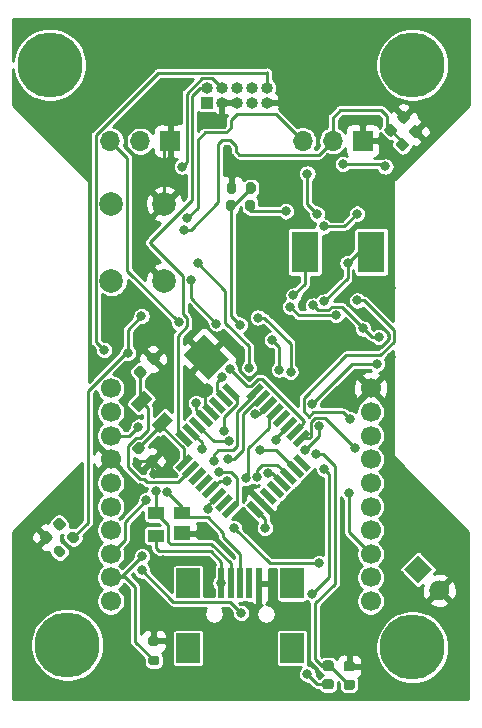
<source format=gtl>
%TF.GenerationSoftware,KiCad,Pcbnew,5.1.7*%
%TF.CreationDate,2020-10-05T22:02:55-05:00*%
%TF.ProjectId,ARC-Boat0,4152432d-426f-4617-9430-2e6b69636164,rev?*%
%TF.SameCoordinates,Original*%
%TF.FileFunction,Copper,L1,Top*%
%TF.FilePolarity,Positive*%
%FSLAX46Y46*%
G04 Gerber Fmt 4.6, Leading zero omitted, Abs format (unit mm)*
G04 Created by KiCad (PCBNEW 5.1.7) date 2020-10-05 22:02:55*
%MOMM*%
%LPD*%
G01*
G04 APERTURE LIST*
%TA.AperFunction,SMDPad,CuDef*%
%ADD10C,0.100000*%
%TD*%
%TA.AperFunction,ComponentPad*%
%ADD11C,5.500000*%
%TD*%
%TA.AperFunction,ComponentPad*%
%ADD12C,2.000000*%
%TD*%
%TA.AperFunction,SMDPad,CuDef*%
%ADD13R,1.400000X1.000000*%
%TD*%
%TA.AperFunction,SMDPad,CuDef*%
%ADD14R,1.400000X1.200000*%
%TD*%
%TA.AperFunction,ComponentPad*%
%ADD15O,1.700000X1.700000*%
%TD*%
%TA.AperFunction,ComponentPad*%
%ADD16R,1.700000X1.700000*%
%TD*%
%TA.AperFunction,SMDPad,CuDef*%
%ADD17R,2.260600X3.505200*%
%TD*%
%TA.AperFunction,ComponentPad*%
%ADD18C,0.100000*%
%TD*%
%TA.AperFunction,ComponentPad*%
%ADD19C,1.700000*%
%TD*%
%TA.AperFunction,SMDPad,CuDef*%
%ADD20R,2.000000X2.500000*%
%TD*%
%TA.AperFunction,SMDPad,CuDef*%
%ADD21R,0.500000X2.500000*%
%TD*%
%TA.AperFunction,ComponentPad*%
%ADD22O,1.000000X1.000000*%
%TD*%
%TA.AperFunction,ComponentPad*%
%ADD23R,1.000000X1.000000*%
%TD*%
%TA.AperFunction,ViaPad*%
%ADD24C,0.800000*%
%TD*%
%TA.AperFunction,Conductor*%
%ADD25C,0.250000*%
%TD*%
%TA.AperFunction,Conductor*%
%ADD26C,0.254000*%
%TD*%
%TA.AperFunction,Conductor*%
%ADD27C,0.100000*%
%TD*%
G04 APERTURE END LIST*
%TA.AperFunction,SMDPad,CuDef*%
D10*
%TO.P,U1,32*%
%TO.N,/Brain/SWDIO*%
G36*
X118525037Y-70595926D02*
G01*
X118136128Y-70984835D01*
X117004757Y-69853464D01*
X117393666Y-69464555D01*
X118525037Y-70595926D01*
G37*
%TD.AperFunction*%
%TA.AperFunction,SMDPad,CuDef*%
%TO.P,U1,31*%
%TO.N,/Brain/SWCLK*%
G36*
X119090723Y-70030241D02*
G01*
X118701814Y-70419150D01*
X117570443Y-69287779D01*
X117959352Y-68898870D01*
X119090723Y-70030241D01*
G37*
%TD.AperFunction*%
%TA.AperFunction,SMDPad,CuDef*%
%TO.P,U1,30*%
%TO.N,+3V3*%
G36*
X119656408Y-69464555D02*
G01*
X119267499Y-69853464D01*
X118136128Y-68722093D01*
X118525037Y-68333184D01*
X119656408Y-69464555D01*
G37*
%TD.AperFunction*%
%TA.AperFunction,SMDPad,CuDef*%
%TO.P,U1,29*%
%TO.N,/Brain/VCC_MCU_CORE*%
G36*
X120222093Y-68898870D02*
G01*
X119833184Y-69287779D01*
X118701813Y-68156408D01*
X119090722Y-67767499D01*
X120222093Y-68898870D01*
G37*
%TD.AperFunction*%
%TA.AperFunction,SMDPad,CuDef*%
%TO.P,U1,28*%
%TO.N,GND*%
G36*
X120787779Y-68333184D02*
G01*
X120398870Y-68722093D01*
X119267499Y-67590722D01*
X119656408Y-67201813D01*
X120787779Y-68333184D01*
G37*
%TD.AperFunction*%
%TA.AperFunction,SMDPad,CuDef*%
%TO.P,U1,27*%
%TO.N,Net-(U1-Pad27)*%
G36*
X121353464Y-67767499D02*
G01*
X120964555Y-68156408D01*
X119833184Y-67025037D01*
X120222093Y-66636128D01*
X121353464Y-67767499D01*
G37*
%TD.AperFunction*%
%TA.AperFunction,SMDPad,CuDef*%
%TO.P,U1,26*%
%TO.N,/Brain/~MCU_RST*%
G36*
X121919150Y-67201814D02*
G01*
X121530241Y-67590723D01*
X120398870Y-66459352D01*
X120787779Y-66070443D01*
X121919150Y-67201814D01*
G37*
%TD.AperFunction*%
%TA.AperFunction,SMDPad,CuDef*%
%TO.P,U1,25*%
%TO.N,/XBEE_STATUS*%
G36*
X122484835Y-66636128D02*
G01*
X122095926Y-67025037D01*
X120964555Y-65893666D01*
X121353464Y-65504757D01*
X122484835Y-66636128D01*
G37*
%TD.AperFunction*%
%TA.AperFunction,SMDPad,CuDef*%
%TO.P,U1,24*%
%TO.N,/USB_DP*%
G36*
X123404074Y-67025037D02*
G01*
X123015165Y-66636128D01*
X124146536Y-65504757D01*
X124535445Y-65893666D01*
X123404074Y-67025037D01*
G37*
%TD.AperFunction*%
%TA.AperFunction,SMDPad,CuDef*%
%TO.P,U1,23*%
%TO.N,/USB_DM*%
G36*
X123969759Y-67590723D02*
G01*
X123580850Y-67201814D01*
X124712221Y-66070443D01*
X125101130Y-66459352D01*
X123969759Y-67590723D01*
G37*
%TD.AperFunction*%
%TA.AperFunction,SMDPad,CuDef*%
%TO.P,U1,22*%
%TO.N,/USART_0_RX*%
G36*
X124535445Y-68156408D02*
G01*
X124146536Y-67767499D01*
X125277907Y-66636128D01*
X125666816Y-67025037D01*
X124535445Y-68156408D01*
G37*
%TD.AperFunction*%
%TA.AperFunction,SMDPad,CuDef*%
%TO.P,U1,21*%
%TO.N,/USART_0_TX*%
G36*
X125101130Y-68722093D02*
G01*
X124712221Y-68333184D01*
X125843592Y-67201813D01*
X126232501Y-67590722D01*
X125101130Y-68722093D01*
G37*
%TD.AperFunction*%
%TA.AperFunction,SMDPad,CuDef*%
%TO.P,U1,20*%
%TO.N,Net-(U1-Pad20)*%
G36*
X125666816Y-69287779D02*
G01*
X125277907Y-68898870D01*
X126409278Y-67767499D01*
X126798187Y-68156408D01*
X125666816Y-69287779D01*
G37*
%TD.AperFunction*%
%TA.AperFunction,SMDPad,CuDef*%
%TO.P,U1,19*%
%TO.N,/TCC0\u005CWO2*%
G36*
X126232501Y-69853464D02*
G01*
X125843592Y-69464555D01*
X126974963Y-68333184D01*
X127363872Y-68722093D01*
X126232501Y-69853464D01*
G37*
%TD.AperFunction*%
%TA.AperFunction,SMDPad,CuDef*%
%TO.P,U1,18*%
%TO.N,/TCC0\u005CWO7*%
G36*
X126798186Y-70419150D02*
G01*
X126409277Y-70030241D01*
X127540648Y-68898870D01*
X127929557Y-69287779D01*
X126798186Y-70419150D01*
G37*
%TD.AperFunction*%
%TA.AperFunction,SMDPad,CuDef*%
%TO.P,U1,17*%
%TO.N,/TCC2\u005CWO0*%
G36*
X127363872Y-70984835D02*
G01*
X126974963Y-70595926D01*
X128106334Y-69464555D01*
X128495243Y-69853464D01*
X127363872Y-70984835D01*
G37*
%TD.AperFunction*%
%TA.AperFunction,SMDPad,CuDef*%
%TO.P,U1,16*%
%TO.N,Net-(U1-Pad16)*%
G36*
X128495243Y-72646536D02*
G01*
X128106334Y-73035445D01*
X126974963Y-71904074D01*
X127363872Y-71515165D01*
X128495243Y-72646536D01*
G37*
%TD.AperFunction*%
%TA.AperFunction,SMDPad,CuDef*%
%TO.P,U1,15*%
%TO.N,/EXT_INT_0*%
G36*
X127929557Y-73212221D02*
G01*
X127540648Y-73601130D01*
X126409277Y-72469759D01*
X126798186Y-72080850D01*
X127929557Y-73212221D01*
G37*
%TD.AperFunction*%
%TA.AperFunction,SMDPad,CuDef*%
%TO.P,U1,14*%
%TO.N,/SysTempMeasure*%
G36*
X127363872Y-73777907D02*
G01*
X126974963Y-74166816D01*
X125843592Y-73035445D01*
X126232501Y-72646536D01*
X127363872Y-73777907D01*
G37*
%TD.AperFunction*%
%TA.AperFunction,SMDPad,CuDef*%
%TO.P,U1,13*%
%TO.N,/VBattMeasure*%
G36*
X126798187Y-74343592D02*
G01*
X126409278Y-74732501D01*
X125277907Y-73601130D01*
X125666816Y-73212221D01*
X126798187Y-74343592D01*
G37*
%TD.AperFunction*%
%TA.AperFunction,SMDPad,CuDef*%
%TO.P,U1,12*%
%TO.N,Net-(U1-Pad12)*%
G36*
X126232501Y-74909278D02*
G01*
X125843592Y-75298187D01*
X124712221Y-74166816D01*
X125101130Y-73777907D01*
X126232501Y-74909278D01*
G37*
%TD.AperFunction*%
%TA.AperFunction,SMDPad,CuDef*%
%TO.P,U1,11*%
%TO.N,Net-(U1-Pad11)*%
G36*
X125666816Y-75474963D02*
G01*
X125277907Y-75863872D01*
X124146536Y-74732501D01*
X124535445Y-74343592D01*
X125666816Y-75474963D01*
G37*
%TD.AperFunction*%
%TA.AperFunction,SMDPad,CuDef*%
%TO.P,U1,10*%
%TO.N,GND*%
G36*
X125101130Y-76040648D02*
G01*
X124712221Y-76429557D01*
X123580850Y-75298186D01*
X123969759Y-74909277D01*
X125101130Y-76040648D01*
G37*
%TD.AperFunction*%
%TA.AperFunction,SMDPad,CuDef*%
%TO.P,U1,9*%
%TO.N,/Brain/VCC_MCU_VDDANA*%
G36*
X124535445Y-76606334D02*
G01*
X124146536Y-76995243D01*
X123015165Y-75863872D01*
X123404074Y-75474963D01*
X124535445Y-76606334D01*
G37*
%TD.AperFunction*%
%TA.AperFunction,SMDPad,CuDef*%
%TO.P,U1,8*%
%TO.N,/SPI_0_SCK*%
G36*
X121353464Y-76995243D02*
G01*
X120964555Y-76606334D01*
X122095926Y-75474963D01*
X122484835Y-75863872D01*
X121353464Y-76995243D01*
G37*
%TD.AperFunction*%
%TA.AperFunction,SMDPad,CuDef*%
%TO.P,U1,7*%
%TO.N,/SPI_0_MOSI*%
G36*
X120787779Y-76429557D02*
G01*
X120398870Y-76040648D01*
X121530241Y-74909277D01*
X121919150Y-75298186D01*
X120787779Y-76429557D01*
G37*
%TD.AperFunction*%
%TA.AperFunction,SMDPad,CuDef*%
%TO.P,U1,6*%
%TO.N,/SPI_0_SS_0*%
G36*
X120222093Y-75863872D02*
G01*
X119833184Y-75474963D01*
X120964555Y-74343592D01*
X121353464Y-74732501D01*
X120222093Y-75863872D01*
G37*
%TD.AperFunction*%
%TA.AperFunction,SMDPad,CuDef*%
%TO.P,U1,5*%
%TO.N,/SPI_0_MISO*%
G36*
X119656408Y-75298187D02*
G01*
X119267499Y-74909278D01*
X120398870Y-73777907D01*
X120787779Y-74166816D01*
X119656408Y-75298187D01*
G37*
%TD.AperFunction*%
%TA.AperFunction,SMDPad,CuDef*%
%TO.P,U1,4*%
%TO.N,Net-(U1-Pad4)*%
G36*
X119090722Y-74732501D02*
G01*
X118701813Y-74343592D01*
X119833184Y-73212221D01*
X120222093Y-73601130D01*
X119090722Y-74732501D01*
G37*
%TD.AperFunction*%
%TA.AperFunction,SMDPad,CuDef*%
%TO.P,U1,3*%
%TO.N,Net-(U1-Pad3)*%
G36*
X118525037Y-74166816D02*
G01*
X118136128Y-73777907D01*
X119267499Y-72646536D01*
X119656408Y-73035445D01*
X118525037Y-74166816D01*
G37*
%TD.AperFunction*%
%TA.AperFunction,SMDPad,CuDef*%
%TO.P,U1,2*%
%TO.N,/Brain/XOUT32*%
G36*
X117959352Y-73601130D02*
G01*
X117570443Y-73212221D01*
X118701814Y-72080850D01*
X119090723Y-72469759D01*
X117959352Y-73601130D01*
G37*
%TD.AperFunction*%
%TA.AperFunction,SMDPad,CuDef*%
%TO.P,U1,1*%
%TO.N,/Brain/XIN32*%
G36*
X117393666Y-73035445D02*
G01*
X117004757Y-72646536D01*
X118136128Y-71515165D01*
X118525037Y-71904074D01*
X117393666Y-73035445D01*
G37*
%TD.AperFunction*%
%TD*%
D11*
%TO.P,REF\u002A\u002A,1*%
%TO.N,N/C*%
X106400000Y-38600000D03*
%TD*%
%TO.P,REF\u002A\u002A,1*%
%TO.N,N/C*%
X137100000Y-87900000D03*
%TD*%
%TO.P,REF\u002A\u002A,1*%
%TO.N,N/C*%
X107870000Y-87710000D03*
%TD*%
%TO.P,REF\u002A\u002A,1*%
%TO.N,N/C*%
X137100000Y-38600000D03*
%TD*%
D12*
%TO.P,SW1,1*%
%TO.N,Net-(R7-Pad1)*%
X111600000Y-50400000D03*
%TO.P,SW1,2*%
%TO.N,GND*%
X116100000Y-50400000D03*
%TO.P,SW1,1*%
%TO.N,Net-(R7-Pad1)*%
X111600000Y-56900000D03*
%TO.P,SW1,2*%
%TO.N,GND*%
X116100000Y-56900000D03*
%TD*%
%TO.P,R14,2*%
%TO.N,Net-(D2-Pad2)*%
%TA.AperFunction,SMDPad,CuDef*%
G36*
G01*
X107280025Y-79306066D02*
X107668934Y-79694975D01*
G75*
G02*
X107668934Y-79977817I-141421J-141421D01*
G01*
X107386091Y-80260660D01*
G75*
G02*
X107103249Y-80260660I-141421J141421D01*
G01*
X106714340Y-79871751D01*
G75*
G02*
X106714340Y-79588909I141421J141421D01*
G01*
X106997183Y-79306066D01*
G75*
G02*
X107280025Y-79306066I141421J-141421D01*
G01*
G37*
%TD.AperFunction*%
%TO.P,R14,1*%
%TO.N,+3V3*%
%TA.AperFunction,SMDPad,CuDef*%
G36*
G01*
X108446751Y-78139340D02*
X108835660Y-78528249D01*
G75*
G02*
X108835660Y-78811091I-141421J-141421D01*
G01*
X108552817Y-79093934D01*
G75*
G02*
X108269975Y-79093934I-141421J141421D01*
G01*
X107881066Y-78705025D01*
G75*
G02*
X107881066Y-78422183I141421J141421D01*
G01*
X108163909Y-78139340D01*
G75*
G02*
X108446751Y-78139340I141421J-141421D01*
G01*
G37*
%TD.AperFunction*%
%TD*%
%TA.AperFunction,SMDPad,CuDef*%
D10*
%TO.P,Y1,3*%
%TO.N,GND*%
G36*
X121601220Y-63520101D02*
G01*
X119833453Y-65287868D01*
X117712132Y-63166547D01*
X119479899Y-61398780D01*
X121601220Y-63520101D01*
G37*
%TD.AperFunction*%
%TA.AperFunction,SMDPad,CuDef*%
%TO.P,Y1,2*%
%TO.N,/Brain/XOUT32*%
G36*
X115046340Y-66864716D02*
G01*
X113914969Y-67996087D01*
X113207862Y-67288980D01*
X114339233Y-66157609D01*
X115046340Y-66864716D01*
G37*
%TD.AperFunction*%
%TA.AperFunction,SMDPad,CuDef*%
%TO.P,Y1,1*%
%TO.N,/Brain/XIN32*%
G36*
X116842391Y-68660767D02*
G01*
X115711020Y-69792138D01*
X115003913Y-69085031D01*
X116135284Y-67953660D01*
X116842391Y-68660767D01*
G37*
%TD.AperFunction*%
%TD*%
%TO.P,TH1,2*%
%TO.N,GND*%
%TA.AperFunction,SMDPad,CuDef*%
G36*
G01*
X122175000Y-48750000D02*
X122175000Y-49300000D01*
G75*
G02*
X121975000Y-49500000I-200000J0D01*
G01*
X121575000Y-49500000D01*
G75*
G02*
X121375000Y-49300000I0J200000D01*
G01*
X121375000Y-48750000D01*
G75*
G02*
X121575000Y-48550000I200000J0D01*
G01*
X121975000Y-48550000D01*
G75*
G02*
X122175000Y-48750000I0J-200000D01*
G01*
G37*
%TD.AperFunction*%
%TO.P,TH1,1*%
%TO.N,/SysTempMeasure*%
%TA.AperFunction,SMDPad,CuDef*%
G36*
G01*
X123825000Y-48750000D02*
X123825000Y-49300000D01*
G75*
G02*
X123625000Y-49500000I-200000J0D01*
G01*
X123225000Y-49500000D01*
G75*
G02*
X123025000Y-49300000I0J200000D01*
G01*
X123025000Y-48750000D01*
G75*
G02*
X123225000Y-48550000I200000J0D01*
G01*
X123625000Y-48550000D01*
G75*
G02*
X123825000Y-48750000I0J-200000D01*
G01*
G37*
%TD.AperFunction*%
%TD*%
%TO.P,R17,2*%
%TO.N,/SysTempMeasure*%
%TA.AperFunction,SMDPad,CuDef*%
G36*
G01*
X122100000Y-50225000D02*
X122100000Y-50775000D01*
G75*
G02*
X121900000Y-50975000I-200000J0D01*
G01*
X121500000Y-50975000D01*
G75*
G02*
X121300000Y-50775000I0J200000D01*
G01*
X121300000Y-50225000D01*
G75*
G02*
X121500000Y-50025000I200000J0D01*
G01*
X121900000Y-50025000D01*
G75*
G02*
X122100000Y-50225000I0J-200000D01*
G01*
G37*
%TD.AperFunction*%
%TO.P,R17,1*%
%TO.N,+3V3*%
%TA.AperFunction,SMDPad,CuDef*%
G36*
G01*
X123750000Y-50225000D02*
X123750000Y-50775000D01*
G75*
G02*
X123550000Y-50975000I-200000J0D01*
G01*
X123150000Y-50975000D01*
G75*
G02*
X122950000Y-50775000I0J200000D01*
G01*
X122950000Y-50225000D01*
G75*
G02*
X123150000Y-50025000I200000J0D01*
G01*
X123550000Y-50025000D01*
G75*
G02*
X123750000Y-50225000I0J-200000D01*
G01*
G37*
%TD.AperFunction*%
%TD*%
%TO.P,R13,2*%
%TO.N,GND*%
%TA.AperFunction,SMDPad,CuDef*%
G36*
G01*
X115475000Y-87775000D02*
X114925000Y-87775000D01*
G75*
G02*
X114725000Y-87575000I0J200000D01*
G01*
X114725000Y-87175000D01*
G75*
G02*
X114925000Y-86975000I200000J0D01*
G01*
X115475000Y-86975000D01*
G75*
G02*
X115675000Y-87175000I0J-200000D01*
G01*
X115675000Y-87575000D01*
G75*
G02*
X115475000Y-87775000I-200000J0D01*
G01*
G37*
%TD.AperFunction*%
%TO.P,R13,1*%
%TO.N,/EXT_INT_0*%
%TA.AperFunction,SMDPad,CuDef*%
G36*
G01*
X115475000Y-89425000D02*
X114925000Y-89425000D01*
G75*
G02*
X114725000Y-89225000I0J200000D01*
G01*
X114725000Y-88825000D01*
G75*
G02*
X114925000Y-88625000I200000J0D01*
G01*
X115475000Y-88625000D01*
G75*
G02*
X115675000Y-88825000I0J-200000D01*
G01*
X115675000Y-89225000D01*
G75*
G02*
X115475000Y-89425000I-200000J0D01*
G01*
G37*
%TD.AperFunction*%
%TD*%
%TO.P,D2,2*%
%TO.N,Net-(D2-Pad2)*%
%TA.AperFunction,SMDPad,CuDef*%
G36*
G01*
X107078684Y-77983709D02*
X106716291Y-77621316D01*
G75*
G02*
X106716291Y-77311956I154680J154680D01*
G01*
X107025650Y-77002597D01*
G75*
G02*
X107335010Y-77002597I154680J-154680D01*
G01*
X107697403Y-77364990D01*
G75*
G02*
X107697403Y-77674350I-154680J-154680D01*
G01*
X107388044Y-77983709D01*
G75*
G02*
X107078684Y-77983709I-154680J154680D01*
G01*
G37*
%TD.AperFunction*%
%TO.P,D2,1*%
%TO.N,GND*%
%TA.AperFunction,SMDPad,CuDef*%
G36*
G01*
X105964990Y-79097403D02*
X105602597Y-78735010D01*
G75*
G02*
X105602597Y-78425650I154680J154680D01*
G01*
X105911956Y-78116291D01*
G75*
G02*
X106221316Y-78116291I154680J-154680D01*
G01*
X106583709Y-78478684D01*
G75*
G02*
X106583709Y-78788044I-154680J-154680D01*
G01*
X106274350Y-79097403D01*
G75*
G02*
X105964990Y-79097403I-154680J154680D01*
G01*
G37*
%TD.AperFunction*%
%TD*%
D13*
%TO.P,D1,4*%
%TO.N,/VBUS*%
X115400000Y-78450000D03*
%TO.P,D1,3*%
%TO.N,/USB_DM*%
X115400000Y-76550000D03*
%TO.P,D1,2*%
%TO.N,/USB_DP*%
X117600000Y-76550000D03*
D14*
%TO.P,D1,1*%
%TO.N,GND*%
X117600000Y-78270000D03*
%TD*%
D15*
%TO.P,J5,3*%
%TO.N,/TCC0\u005CWO7*%
X111520000Y-45050000D03*
%TO.P,J5,2*%
%TO.N,Net-(J5-Pad2)*%
X114060000Y-45050000D03*
D16*
%TO.P,J5,1*%
%TO.N,GND*%
X116600000Y-45050000D03*
%TD*%
D15*
%TO.P,J4,3*%
%TO.N,/TCC0\u005CWO2*%
X127795000Y-45025000D03*
%TO.P,J4,2*%
%TO.N,+5V*%
X130335000Y-45025000D03*
D16*
%TO.P,J4,1*%
%TO.N,GND*%
X132875000Y-45025000D03*
%TD*%
D17*
%TO.P,L1,2*%
%TO.N,/Power/VBUS_BATT*%
X133619400Y-54425000D03*
%TO.P,L1,1*%
%TO.N,Net-(C3-Pad1)*%
X127980600Y-54425000D03*
%TD*%
%TO.P,R2,2*%
%TO.N,GND*%
%TA.AperFunction,SMDPad,CuDef*%
G36*
G01*
X132006250Y-89950000D02*
X131493750Y-89950000D01*
G75*
G02*
X131275000Y-89731250I0J218750D01*
G01*
X131275000Y-89293750D01*
G75*
G02*
X131493750Y-89075000I218750J0D01*
G01*
X132006250Y-89075000D01*
G75*
G02*
X132225000Y-89293750I0J-218750D01*
G01*
X132225000Y-89731250D01*
G75*
G02*
X132006250Y-89950000I-218750J0D01*
G01*
G37*
%TD.AperFunction*%
%TO.P,R2,1*%
%TO.N,/VBattMeasure*%
%TA.AperFunction,SMDPad,CuDef*%
G36*
G01*
X132006250Y-91525000D02*
X131493750Y-91525000D01*
G75*
G02*
X131275000Y-91306250I0J218750D01*
G01*
X131275000Y-90868750D01*
G75*
G02*
X131493750Y-90650000I218750J0D01*
G01*
X132006250Y-90650000D01*
G75*
G02*
X132225000Y-90868750I0J-218750D01*
G01*
X132225000Y-91306250D01*
G75*
G02*
X132006250Y-91525000I-218750J0D01*
G01*
G37*
%TD.AperFunction*%
%TD*%
%TO.P,R1,2*%
%TO.N,/VBattMeasure*%
%TA.AperFunction,SMDPad,CuDef*%
G36*
G01*
X130206250Y-89900000D02*
X129693750Y-89900000D01*
G75*
G02*
X129475000Y-89681250I0J218750D01*
G01*
X129475000Y-89243750D01*
G75*
G02*
X129693750Y-89025000I218750J0D01*
G01*
X130206250Y-89025000D01*
G75*
G02*
X130425000Y-89243750I0J-218750D01*
G01*
X130425000Y-89681250D01*
G75*
G02*
X130206250Y-89900000I-218750J0D01*
G01*
G37*
%TD.AperFunction*%
%TO.P,R1,1*%
%TO.N,+BATT*%
%TA.AperFunction,SMDPad,CuDef*%
G36*
G01*
X130206250Y-91475000D02*
X129693750Y-91475000D01*
G75*
G02*
X129475000Y-91256250I0J218750D01*
G01*
X129475000Y-90818750D01*
G75*
G02*
X129693750Y-90600000I218750J0D01*
G01*
X130206250Y-90600000D01*
G75*
G02*
X130425000Y-90818750I0J-218750D01*
G01*
X130425000Y-91256250D01*
G75*
G02*
X130206250Y-91475000I-218750J0D01*
G01*
G37*
%TD.AperFunction*%
%TD*%
%TO.P,J2,2*%
%TO.N,GND*%
%TA.AperFunction,ComponentPad*%
G36*
G01*
X138770010Y-83697092D02*
X138770010Y-83697092D01*
G75*
G02*
X138770010Y-82495010I601041J601041D01*
G01*
X138770010Y-82495010D01*
G75*
G02*
X139972092Y-82495010I601041J-601041D01*
G01*
X139972092Y-82495010D01*
G75*
G02*
X139972092Y-83697092I-601041J-601041D01*
G01*
X139972092Y-83697092D01*
G75*
G02*
X138770010Y-83697092I-601041J601041D01*
G01*
G37*
%TD.AperFunction*%
%TA.AperFunction,ComponentPad*%
D18*
%TO.P,J2,1*%
%TO.N,+BATT*%
G36*
X137575000Y-82502082D02*
G01*
X136372918Y-81300000D01*
X137575000Y-80097918D01*
X138777082Y-81300000D01*
X137575000Y-82502082D01*
G37*
%TD.AperFunction*%
%TD*%
%TO.P,C15,2*%
%TO.N,GND*%
%TA.AperFunction,SMDPad,CuDef*%
G36*
G01*
X136228684Y-43533709D02*
X135866291Y-43171316D01*
G75*
G02*
X135866291Y-42861956I154680J154680D01*
G01*
X136175650Y-42552597D01*
G75*
G02*
X136485010Y-42552597I154680J-154680D01*
G01*
X136847403Y-42914990D01*
G75*
G02*
X136847403Y-43224350I-154680J-154680D01*
G01*
X136538044Y-43533709D01*
G75*
G02*
X136228684Y-43533709I-154680J154680D01*
G01*
G37*
%TD.AperFunction*%
%TO.P,C15,1*%
%TO.N,+5V*%
%TA.AperFunction,SMDPad,CuDef*%
G36*
G01*
X135114990Y-44647403D02*
X134752597Y-44285010D01*
G75*
G02*
X134752597Y-43975650I154680J154680D01*
G01*
X135061956Y-43666291D01*
G75*
G02*
X135371316Y-43666291I154680J-154680D01*
G01*
X135733709Y-44028684D01*
G75*
G02*
X135733709Y-44338044I-154680J-154680D01*
G01*
X135424350Y-44647403D01*
G75*
G02*
X135114990Y-44647403I-154680J154680D01*
G01*
G37*
%TD.AperFunction*%
%TD*%
%TO.P,C14,2*%
%TO.N,GND*%
%TA.AperFunction,SMDPad,CuDef*%
G36*
G01*
X137228684Y-44733709D02*
X136866291Y-44371316D01*
G75*
G02*
X136866291Y-44061956I154680J154680D01*
G01*
X137175650Y-43752597D01*
G75*
G02*
X137485010Y-43752597I154680J-154680D01*
G01*
X137847403Y-44114990D01*
G75*
G02*
X137847403Y-44424350I-154680J-154680D01*
G01*
X137538044Y-44733709D01*
G75*
G02*
X137228684Y-44733709I-154680J154680D01*
G01*
G37*
%TD.AperFunction*%
%TO.P,C14,1*%
%TO.N,+5V*%
%TA.AperFunction,SMDPad,CuDef*%
G36*
G01*
X136114990Y-45847403D02*
X135752597Y-45485010D01*
G75*
G02*
X135752597Y-45175650I154680J154680D01*
G01*
X136061956Y-44866291D01*
G75*
G02*
X136371316Y-44866291I154680J-154680D01*
G01*
X136733709Y-45228684D01*
G75*
G02*
X136733709Y-45538044I-154680J-154680D01*
G01*
X136424350Y-45847403D01*
G75*
G02*
X136114990Y-45847403I-154680J154680D01*
G01*
G37*
%TD.AperFunction*%
%TD*%
%TO.P,C9,2*%
%TO.N,GND*%
%TA.AperFunction,SMDPad,CuDef*%
G36*
G01*
X115028684Y-63983709D02*
X114666291Y-63621316D01*
G75*
G02*
X114666291Y-63311956I154680J154680D01*
G01*
X114975650Y-63002597D01*
G75*
G02*
X115285010Y-63002597I154680J-154680D01*
G01*
X115647403Y-63364990D01*
G75*
G02*
X115647403Y-63674350I-154680J-154680D01*
G01*
X115338044Y-63983709D01*
G75*
G02*
X115028684Y-63983709I-154680J154680D01*
G01*
G37*
%TD.AperFunction*%
%TO.P,C9,1*%
%TO.N,/Brain/XOUT32*%
%TA.AperFunction,SMDPad,CuDef*%
G36*
G01*
X113914990Y-65097403D02*
X113552597Y-64735010D01*
G75*
G02*
X113552597Y-64425650I154680J154680D01*
G01*
X113861956Y-64116291D01*
G75*
G02*
X114171316Y-64116291I154680J-154680D01*
G01*
X114533709Y-64478684D01*
G75*
G02*
X114533709Y-64788044I-154680J-154680D01*
G01*
X114224350Y-65097403D01*
G75*
G02*
X113914990Y-65097403I-154680J154680D01*
G01*
G37*
%TD.AperFunction*%
%TD*%
%TO.P,C8,2*%
%TO.N,/Brain/XIN32*%
%TA.AperFunction,SMDPad,CuDef*%
G36*
G01*
X114383709Y-71171316D02*
X114021316Y-71533709D01*
G75*
G02*
X113711956Y-71533709I-154680J154680D01*
G01*
X113402597Y-71224350D01*
G75*
G02*
X113402597Y-70914990I154680J154680D01*
G01*
X113764990Y-70552597D01*
G75*
G02*
X114074350Y-70552597I154680J-154680D01*
G01*
X114383709Y-70861956D01*
G75*
G02*
X114383709Y-71171316I-154680J-154680D01*
G01*
G37*
%TD.AperFunction*%
%TO.P,C8,1*%
%TO.N,GND*%
%TA.AperFunction,SMDPad,CuDef*%
G36*
G01*
X115497403Y-72285010D02*
X115135010Y-72647403D01*
G75*
G02*
X114825650Y-72647403I-154680J154680D01*
G01*
X114516291Y-72338044D01*
G75*
G02*
X114516291Y-72028684I154680J154680D01*
G01*
X114878684Y-71666291D01*
G75*
G02*
X115188044Y-71666291I154680J-154680D01*
G01*
X115497403Y-71975650D01*
G75*
G02*
X115497403Y-72285010I-154680J-154680D01*
G01*
G37*
%TD.AperFunction*%
%TD*%
D19*
%TO.P,MOD1,1*%
%TO.N,+3V3*%
X133550000Y-84000000D03*
%TO.P,MOD1,2*%
%TO.N,/USART_0_RX*%
X133550000Y-82000000D03*
%TO.P,MOD1,3*%
%TO.N,/USART_0_TX*%
X133550000Y-80000000D03*
%TO.P,MOD1,4*%
%TO.N,/SPI_0_MISO*%
X133550000Y-78000000D03*
%TO.P,MOD1,5*%
%TO.N,/~SYS_RESET*%
X133550000Y-76000000D03*
%TO.P,MOD1,6*%
%TO.N,/TCC2\u005CWO0*%
X133550000Y-74000000D03*
%TO.P,MOD1,7*%
%TO.N,Net-(MOD1-Pad7)*%
X133550000Y-72000000D03*
%TO.P,MOD1,8*%
%TO.N,Net-(MOD1-Pad8)*%
X133550000Y-70000000D03*
%TO.P,MOD1,9*%
%TO.N,Net-(MOD1-Pad9)*%
X133550000Y-68000000D03*
%TO.P,MOD1,10*%
%TO.N,GND*%
X133550000Y-66000000D03*
%TO.P,MOD1,11*%
%TO.N,/SPI_0_MOSI*%
X111550000Y-66000000D03*
%TO.P,MOD1,12*%
%TO.N,Net-(MOD1-Pad12)*%
X111550000Y-68000000D03*
%TO.P,MOD1,13*%
%TO.N,/XBEE_STATUS*%
X111550000Y-70000000D03*
%TO.P,MOD1,14*%
%TO.N,GND*%
X111550000Y-72000000D03*
%TO.P,MOD1,15*%
%TO.N,Net-(MOD1-Pad15)*%
X111550000Y-74000000D03*
%TO.P,MOD1,16*%
%TO.N,Net-(MOD1-Pad16)*%
X111550000Y-76000000D03*
%TO.P,MOD1,17*%
%TO.N,/SPI_0_SS_0*%
X111550000Y-78000000D03*
%TO.P,MOD1,18*%
%TO.N,/SPI_0_SCK*%
X111550000Y-80000000D03*
%TO.P,MOD1,19*%
%TO.N,/EXT_INT_0*%
X111550000Y-82000000D03*
%TO.P,MOD1,20*%
%TO.N,Net-(MOD1-Pad20)*%
X111550000Y-84000000D03*
%TD*%
D20*
%TO.P,J3,6*%
%TO.N,Net-(J3-Pad6)*%
X118100000Y-87990000D03*
X126900000Y-87990000D03*
X118100000Y-82490000D03*
X126900000Y-82490000D03*
D21*
%TO.P,J3,1*%
%TO.N,/VBUS*%
X120900000Y-82490000D03*
%TO.P,J3,2*%
%TO.N,/USB_DM*%
X121700000Y-82490000D03*
%TO.P,J3,3*%
%TO.N,/USB_DP*%
X122500000Y-82490000D03*
%TO.P,J3,4*%
%TO.N,Net-(J3-Pad4)*%
X123300000Y-82490000D03*
%TO.P,J3,5*%
%TO.N,GND*%
X124100000Y-82490000D03*
%TD*%
D22*
%TO.P,J1,10*%
%TO.N,/~SYS_RESET*%
X124780000Y-40530000D03*
%TO.P,J1,9*%
%TO.N,GND*%
X124780000Y-41800000D03*
%TO.P,J1,8*%
%TO.N,Net-(J1-Pad8)*%
X123510000Y-40530000D03*
%TO.P,J1,7*%
%TO.N,Net-(J1-Pad7)*%
X123510000Y-41800000D03*
%TO.P,J1,6*%
%TO.N,Net-(J1-Pad6)*%
X122240000Y-40530000D03*
%TO.P,J1,5*%
%TO.N,GND*%
X122240000Y-41800000D03*
%TO.P,J1,4*%
%TO.N,/Brain/SWCLK*%
X120970000Y-40530000D03*
%TO.P,J1,3*%
%TO.N,GND*%
X120970000Y-41800000D03*
%TO.P,J1,2*%
%TO.N,/Brain/SWDIO*%
X119700000Y-40530000D03*
D23*
%TO.P,J1,1*%
%TO.N,+3V3*%
X119700000Y-41800000D03*
%TD*%
D24*
%TO.N,+3V3*%
X126375011Y-51000009D03*
X124000000Y-60000000D03*
X126774455Y-64624638D03*
X121533621Y-70485612D03*
X113000000Y-63000000D03*
X114150000Y-59862500D03*
%TO.N,/Brain/VCC_MCU_CORE*%
X118778957Y-67242400D03*
%TO.N,/VBUS*%
X120849998Y-82490000D03*
%TO.N,+BATT*%
X128200000Y-90200000D03*
%TO.N,/Power/VBATT_EN*%
X128696695Y-58970202D03*
X132893300Y-60913027D03*
X134241477Y-61631561D03*
%TO.N,/Power/VBUS_USB*%
X131800000Y-68600000D03*
X132417134Y-58541815D03*
X129000000Y-51200000D03*
X128200000Y-47800000D03*
%TO.N,/Power/VBUS_BATT*%
X131600000Y-55400000D03*
X129635229Y-58624979D03*
%TO.N,Net-(Q2-Pad3)*%
X131200000Y-47000000D03*
X134800000Y-47200000D03*
X132400000Y-51200000D03*
X129568494Y-52284315D03*
%TO.N,+5V*%
X117757462Y-52570154D03*
%TO.N,Net-(C3-Pad2)*%
X130600000Y-59800000D03*
X126732897Y-59074854D03*
%TO.N,Net-(C3-Pad1)*%
X127024905Y-58118426D03*
X134105403Y-63905403D03*
X125800000Y-64400000D03*
X125193153Y-61906847D03*
X128600008Y-67302951D03*
%TO.N,/VBattMeasure*%
X124887728Y-73166540D03*
X128948695Y-71516231D03*
%TO.N,/Brain/~MCU_RST*%
X120948525Y-65062009D03*
%TO.N,/USB_DM*%
X115344757Y-74690575D03*
X121439057Y-71935624D03*
%TO.N,/USB_DP*%
X120282069Y-72167091D03*
X116338853Y-74799190D03*
%TO.N,/~SYS_RESET*%
X111000000Y-62750000D03*
X122600000Y-85000000D03*
X114200000Y-81400000D03*
%TO.N,/Brain/SWCLK*%
X120500000Y-60500000D03*
X118370716Y-56813796D03*
X119248018Y-71102821D03*
X117574599Y-47211090D03*
%TO.N,/TCC0\u005CWO2*%
X118000000Y-51600000D03*
X118944998Y-55400000D03*
X123246018Y-64283910D03*
X125508089Y-70369819D03*
%TO.N,/TCC0\u005CWO7*%
X121671558Y-64371179D03*
X117311909Y-60400073D03*
%TO.N,/EXT_INT_0*%
X114200000Y-80200000D03*
X124200000Y-71200000D03*
%TO.N,/SPI_0_SCK*%
X114569842Y-75464286D03*
X120721504Y-73065379D03*
%TO.N,/SPI_0_SS_0*%
X119799426Y-76167612D03*
%TO.N,/XBEE_STATUS*%
X113899239Y-69235082D03*
X121150710Y-69560616D03*
%TO.N,/TCC2\u005CWO0*%
X132200000Y-71000000D03*
%TO.N,/USART_0_TX*%
X131707752Y-74825810D03*
X123000000Y-73600000D03*
%TO.N,/SysTempMeasure*%
X123929600Y-73452924D03*
X122474990Y-60600000D03*
%TO.N,/USART_0_RX*%
X128600000Y-83400000D03*
X128000000Y-71200000D03*
X123795239Y-68173513D03*
X129200000Y-69200000D03*
X129600000Y-72800000D03*
%TO.N,/SPI_0_MISO*%
X121400000Y-73800000D03*
X129200000Y-80800000D03*
X122000000Y-77800000D03*
%TO.N,/Brain/VCC_MCU_VDDANA*%
X124600000Y-77800000D03*
%TO.N,GND*%
X128000000Y-79000000D03*
X127000000Y-79750000D03*
X126250000Y-56000000D03*
X135250000Y-57500000D03*
X116000000Y-65000000D03*
X141250000Y-80250000D03*
X115200000Y-73200000D03*
X125473376Y-57254833D03*
X135249990Y-63374559D03*
X130079351Y-63579351D03*
X129548552Y-64110150D03*
X124820150Y-64599797D03*
X118718878Y-59805979D03*
X119696675Y-65995968D03*
X128874990Y-77750000D03*
X127056847Y-78056847D03*
X113800000Y-72400000D03*
X114000000Y-74400000D03*
X113400000Y-75400000D03*
X116499998Y-81800000D03*
X114200000Y-77400000D03*
X116000000Y-80500000D03*
X121000000Y-43600000D03*
%TD*%
D25*
%TO.N,+3V3*%
X123350000Y-50500000D02*
X123350000Y-50950000D01*
X123400009Y-51000009D02*
X126375011Y-51000009D01*
X123350000Y-50950000D02*
X123400009Y-51000009D01*
X124565685Y-60000000D02*
X126774455Y-62208770D01*
X126774455Y-62208770D02*
X126774455Y-64624638D01*
X124000000Y-60000000D02*
X124565685Y-60000000D01*
X118896268Y-69093324D02*
X120288556Y-70485612D01*
X120288556Y-70485612D02*
X121533621Y-70485612D01*
X112810998Y-63000000D02*
X113000000Y-63000000D01*
X109620010Y-66190988D02*
X112810998Y-63000000D01*
X109620010Y-77354990D02*
X109620010Y-66190988D01*
X108358363Y-78616637D02*
X109620010Y-77354990D01*
X113000000Y-61012500D02*
X114150000Y-59862500D01*
X113000000Y-63000000D02*
X113000000Y-61012500D01*
%TO.N,/Brain/VCC_MCU_CORE*%
X118778957Y-67844643D02*
X119461953Y-68527639D01*
X118778957Y-67242400D02*
X118778957Y-67844643D01*
%TO.N,/VBUS*%
X120900000Y-80650000D02*
X120900000Y-82490000D01*
X115627000Y-79750000D02*
X120000000Y-79750000D01*
X115400000Y-79523000D02*
X115627000Y-79750000D01*
X115400000Y-78450000D02*
X115400000Y-79523000D01*
X120000000Y-79750000D02*
X120900000Y-80650000D01*
%TO.N,+BATT*%
X129037500Y-91037500D02*
X128200000Y-90200000D01*
X129950000Y-91037500D02*
X129037500Y-91037500D01*
%TO.N,/Power/VBATT_EN*%
X131119229Y-59074998D02*
X133675792Y-61631561D01*
X129076482Y-59349989D02*
X129977007Y-59349989D01*
X130251998Y-59074998D02*
X131119229Y-59074998D01*
X128696695Y-58970202D02*
X129076482Y-59349989D01*
X129977007Y-59349989D02*
X130251998Y-59074998D01*
X133675792Y-61631561D02*
X134241477Y-61631561D01*
%TO.N,/Power/VBUS_USB*%
X128200000Y-50400000D02*
X129000000Y-51200000D01*
X128200000Y-47800000D02*
X128200000Y-50400000D01*
X135524990Y-62026557D02*
X135524990Y-61083986D01*
X128665599Y-68024988D02*
X128308792Y-68381796D01*
X132982819Y-58541815D02*
X132417134Y-58541815D01*
X135524990Y-61083986D02*
X132982819Y-58541815D01*
X134371145Y-63180402D02*
X135524990Y-62026557D01*
X131503620Y-63180402D02*
X134371145Y-63180402D01*
X127874998Y-67948002D02*
X127874998Y-66809024D01*
X131224988Y-68024988D02*
X128665599Y-68024988D01*
X127874998Y-66809024D02*
X131503620Y-63180402D01*
X131800000Y-68600000D02*
X131224988Y-68024988D01*
X128308792Y-68381796D02*
X127874998Y-67948002D01*
%TO.N,/Power/VBUS_BATT*%
X131600000Y-55400000D02*
X131600000Y-56660208D01*
X131600000Y-56660208D02*
X129635229Y-58624979D01*
X132575000Y-54425000D02*
X131600000Y-55400000D01*
X133619400Y-54425000D02*
X132575000Y-54425000D01*
%TO.N,Net-(Q2-Pad3)*%
X134600000Y-47000000D02*
X134800000Y-47200000D01*
X131200000Y-47000000D02*
X134600000Y-47000000D01*
X131315685Y-52284315D02*
X129568494Y-52284315D01*
X132400000Y-51200000D02*
X131315685Y-52284315D01*
%TO.N,+5V*%
X134907277Y-43820971D02*
X134907277Y-42907277D01*
X135243153Y-44156847D02*
X134907277Y-43820971D01*
X134907277Y-42907277D02*
X134400000Y-42400000D01*
X134400000Y-42400000D02*
X131000000Y-42400000D01*
X130335000Y-43065000D02*
X130335000Y-45025000D01*
X131000000Y-42400000D02*
X130335000Y-43065000D01*
X136243153Y-45156847D02*
X135243153Y-44156847D01*
X136243153Y-45356847D02*
X136243153Y-45156847D01*
X121673004Y-45000000D02*
X121000000Y-45000000D01*
X118323147Y-52570154D02*
X117757462Y-52570154D01*
X122125002Y-45451998D02*
X121673004Y-45000000D01*
X120674998Y-50218303D02*
X118323147Y-52570154D01*
X120674998Y-45325002D02*
X120674998Y-50218303D01*
X121000000Y-45000000D02*
X120674998Y-45325002D01*
X122436412Y-46200001D02*
X122125002Y-45888591D01*
X129159999Y-46200001D02*
X122436412Y-46200001D01*
X122125002Y-45888591D02*
X122125002Y-45451998D01*
X130335000Y-45025000D02*
X129159999Y-46200001D01*
%TO.N,/Brain/XOUT32*%
X114043153Y-66992900D02*
X114127101Y-67076848D01*
X114043153Y-64606847D02*
X114043153Y-66992900D01*
X114598004Y-73925002D02*
X117246571Y-73925002D01*
X117246571Y-73925002D02*
X118330583Y-72840990D01*
X114348001Y-73674999D02*
X114598004Y-73925002D01*
X113996124Y-70163517D02*
X113694435Y-70163517D01*
X113013517Y-72686521D02*
X114001995Y-73674999D01*
X113694435Y-70163517D02*
X113013517Y-70844435D01*
X113013517Y-70844435D02*
X113013517Y-72686521D01*
X114678903Y-69480738D02*
X113996124Y-70163517D01*
X114678903Y-67628650D02*
X114678903Y-69480738D01*
X114001995Y-73674999D02*
X114348001Y-73674999D01*
X114127101Y-67076848D02*
X114678903Y-67628650D01*
%TO.N,/Brain/XIN32*%
X115923152Y-68872899D02*
X115923152Y-69231494D01*
X115923152Y-69231494D02*
X117764897Y-71073239D01*
X117764897Y-71073239D02*
X117764897Y-72275305D01*
X115923152Y-69013154D02*
X115923152Y-68872899D01*
X113893153Y-71043153D02*
X115923152Y-69013154D01*
%TO.N,Net-(C3-Pad2)*%
X127458043Y-59800000D02*
X130600000Y-59800000D01*
X126732897Y-59074854D02*
X127458043Y-59800000D01*
%TO.N,Net-(C3-Pad1)*%
X127980600Y-57162731D02*
X127024905Y-58118426D01*
X127980600Y-54425000D02*
X127980600Y-57162731D01*
X125800000Y-62513694D02*
X125193153Y-61906847D01*
X125800000Y-64400000D02*
X125800000Y-62513694D01*
X134105403Y-63905403D02*
X131997556Y-63905403D01*
X131997556Y-63905403D02*
X128600008Y-67302951D01*
%TO.N,/VBattMeasure*%
X130125000Y-89462500D02*
X131750000Y-91087500D01*
X129950000Y-89462500D02*
X130125000Y-89462500D01*
X124887728Y-73166540D02*
X125232226Y-73166540D01*
X125232226Y-73166540D02*
X126038047Y-73972361D01*
X129950000Y-89462500D02*
X129475000Y-89462500D01*
X128874999Y-84198003D02*
X130525002Y-82548000D01*
X129475000Y-89462500D02*
X128874999Y-88862499D01*
X128874999Y-88862499D02*
X128874999Y-84198003D01*
X130525002Y-82548000D02*
X130525002Y-72526853D01*
X130525002Y-72526853D02*
X129514380Y-71516231D01*
X129514380Y-71516231D02*
X128948695Y-71516231D01*
%TO.N,/Brain/~MCU_RST*%
X120548526Y-66220099D02*
X121159010Y-66830583D01*
X120548526Y-65462008D02*
X120548526Y-66220099D01*
X120948525Y-65062009D02*
X120548526Y-65462008D01*
%TO.N,/USB_DM*%
X115400000Y-76550000D02*
X115400000Y-74745818D01*
X115400000Y-74745818D02*
X115344757Y-74690575D01*
X116425001Y-77575001D02*
X115400000Y-76550000D01*
X121700000Y-80813590D02*
X120081411Y-79195001D01*
X116639999Y-79195001D02*
X116425001Y-78980003D01*
X121700000Y-82490000D02*
X121700000Y-80813590D01*
X116425001Y-78980003D02*
X116425001Y-77575001D01*
X120081411Y-79195001D02*
X116639999Y-79195001D01*
X122004742Y-71935624D02*
X121439057Y-71935624D01*
X124065167Y-66830583D02*
X122709782Y-68185968D01*
X122709782Y-68185968D02*
X122709782Y-71230584D01*
X122709782Y-71230584D02*
X122004742Y-71935624D01*
X124340990Y-66830583D02*
X124065167Y-66830583D01*
%TO.N,/USB_DP*%
X122500000Y-82490000D02*
X122500000Y-79973002D01*
X117942614Y-76892614D02*
X117600000Y-76550000D01*
X117600000Y-76060337D02*
X116338853Y-74799190D01*
X121074999Y-78548001D02*
X121074999Y-78201995D01*
X117600000Y-76550000D02*
X117600000Y-76060337D01*
X122500000Y-79973002D02*
X121074999Y-78548001D01*
X121074999Y-78201995D02*
X119765618Y-76892614D01*
X119765618Y-76892614D02*
X117942614Y-76892614D01*
X121939463Y-71210623D02*
X120672852Y-71210623D01*
X123775305Y-66264897D02*
X123775305Y-66441704D01*
X120672852Y-71210623D02*
X120282069Y-71601406D01*
X122259771Y-67957238D02*
X122259771Y-70890315D01*
X120282069Y-71601406D02*
X120282069Y-72167091D01*
X123775305Y-66441704D02*
X122259771Y-67957238D01*
X122259771Y-70890315D02*
X121939463Y-71210623D01*
%TO.N,/~SYS_RESET*%
X124780000Y-40530000D02*
X124780000Y-39220000D01*
X110274999Y-44555999D02*
X110274999Y-58774999D01*
X115576010Y-39254988D02*
X110274999Y-44555999D01*
X124745012Y-39254988D02*
X115576010Y-39254988D01*
X124780000Y-39220000D02*
X124745012Y-39254988D01*
X110274999Y-62024999D02*
X111000000Y-62750000D01*
X110274999Y-58774999D02*
X110274999Y-62024999D01*
X122600000Y-85000000D02*
X121665001Y-84065001D01*
X121665001Y-84065001D02*
X116865001Y-84065001D01*
X116865001Y-84065001D02*
X114200000Y-81400000D01*
%TO.N,/Brain/SWCLK*%
X118370716Y-58370716D02*
X118370716Y-56813796D01*
X120500000Y-60500000D02*
X118370716Y-58370716D01*
X118369892Y-69659010D02*
X119248018Y-70537136D01*
X118330583Y-69659010D02*
X118369892Y-69659010D01*
X119248018Y-70537136D02*
X119248018Y-71102821D01*
X120970000Y-40530000D02*
X120144999Y-39704999D01*
X117974598Y-46811091D02*
X117574599Y-47211090D01*
X120144999Y-39704999D02*
X119303999Y-39704999D01*
X119303999Y-39704999D02*
X117974598Y-41034400D01*
X117974598Y-41034400D02*
X117974598Y-46811091D01*
%TO.N,/Brain/SWDIO*%
X118036911Y-60052071D02*
X118036911Y-60748075D01*
X117245433Y-69705231D02*
X117764897Y-70224695D01*
X117245433Y-61539553D02*
X117245433Y-69705231D01*
X118036911Y-60748075D02*
X117245433Y-61539553D01*
X117645715Y-56465795D02*
X117645715Y-59660875D01*
X119115408Y-40530000D02*
X118450010Y-41195398D01*
X114865923Y-53686003D02*
X117645715Y-56465795D01*
X114865923Y-53595079D02*
X114865923Y-53686003D01*
X118450010Y-41195398D02*
X118450010Y-50010992D01*
X118450010Y-50010992D02*
X114865923Y-53595079D01*
X117645715Y-59660875D02*
X118036911Y-60052071D01*
X119700000Y-40530000D02*
X119115408Y-40530000D01*
%TO.N,/TCC0\u005CWO2*%
X118944998Y-55400000D02*
X121249992Y-57704994D01*
X121249992Y-57704994D02*
X121249992Y-60448004D01*
X121249992Y-60448004D02*
X123246018Y-62444030D01*
X123246018Y-62444030D02*
X123246018Y-64283910D01*
X126603732Y-69093324D02*
X125508089Y-70188967D01*
X125508089Y-70188967D02*
X125508089Y-70369819D01*
X118900020Y-50699980D02*
X118000000Y-51600000D01*
X118900020Y-44950022D02*
X118900020Y-50699980D01*
X121348001Y-44325001D02*
X119525041Y-44325001D01*
X121725001Y-43948001D02*
X121348001Y-44325001D01*
X122227011Y-42749989D02*
X121725001Y-43251999D01*
X121725001Y-43251999D02*
X121725001Y-43948001D01*
X125519989Y-42749989D02*
X122227011Y-42749989D01*
X119525041Y-44325001D02*
X118900020Y-44950022D01*
X127795000Y-45025000D02*
X125519989Y-42749989D01*
%TO.N,/TCC0\u005CWO7*%
X112925001Y-56013165D02*
X117311909Y-60400073D01*
X112925001Y-46455001D02*
X112925001Y-56013165D01*
X111520000Y-45050000D02*
X112925001Y-46455001D01*
X127952169Y-68757913D02*
X124374003Y-65179747D01*
X127169417Y-69659010D02*
X127952169Y-68876258D01*
X123075392Y-65775013D02*
X121671558Y-64371179D01*
X127952169Y-68876258D02*
X127952169Y-68757913D01*
X124011911Y-65179747D02*
X123416646Y-65775013D01*
X123416646Y-65775013D02*
X123075392Y-65775013D01*
X124374003Y-65179747D02*
X124011911Y-65179747D01*
%TO.N,/EXT_INT_0*%
X112400000Y-82000000D02*
X111550000Y-82000000D01*
X114200000Y-80200000D02*
X112400000Y-82000000D01*
X111550000Y-82000000D02*
X112800000Y-82000000D01*
X112800000Y-82000000D02*
X113600000Y-82800000D01*
X113600000Y-82800000D02*
X113600000Y-87425000D01*
X113600000Y-87425000D02*
X115200000Y-89025000D01*
X127169417Y-72840990D02*
X125528427Y-71200000D01*
X125528427Y-71200000D02*
X124200000Y-71200000D01*
%TO.N,/SPI_0_SCK*%
X121738383Y-73065379D02*
X120721504Y-73065379D01*
X122244160Y-75715638D02*
X122244160Y-73571156D01*
X122244160Y-73571156D02*
X121738383Y-73065379D01*
X121724695Y-76235103D02*
X122244160Y-75715638D01*
X112725001Y-77309127D02*
X114569842Y-75464286D01*
X111550000Y-80000000D02*
X112725001Y-78824999D01*
X112725001Y-78824999D02*
X112725001Y-77309127D01*
%TO.N,/SPI_0_SS_0*%
X120593324Y-75103732D02*
X119799426Y-75897630D01*
X119799426Y-75897630D02*
X119799426Y-76167612D01*
%TO.N,/XBEE_STATUS*%
X111550000Y-70000000D02*
X113134321Y-70000000D01*
X113134321Y-70000000D02*
X113899239Y-69235082D01*
X121724695Y-66264897D02*
X122244160Y-66784362D01*
X122244160Y-67336439D02*
X121150710Y-68429889D01*
X121150710Y-68429889D02*
X121150710Y-69560616D01*
X122244160Y-66784362D02*
X122244160Y-67336439D01*
%TO.N,/TCC2\u005CWO0*%
X128851999Y-68474999D02*
X129674999Y-68474999D01*
X128474999Y-68851999D02*
X128851999Y-68474999D01*
X127735103Y-70224695D02*
X128338895Y-70224695D01*
X128474999Y-70088591D02*
X128474999Y-68851999D01*
X128338895Y-70224695D02*
X128474999Y-70088591D01*
X129674999Y-68474999D02*
X132200000Y-71000000D01*
%TO.N,/USART_0_TX*%
X131707752Y-78157752D02*
X131707752Y-74825810D01*
X133550000Y-80000000D02*
X131707752Y-78157752D01*
X124952897Y-69308209D02*
X123204599Y-71056507D01*
X123204599Y-73395401D02*
X123000000Y-73600000D01*
X124952897Y-68481417D02*
X124952897Y-69308209D01*
X125472361Y-67961953D02*
X124952897Y-68481417D01*
X123204599Y-71056507D02*
X123204599Y-73395401D01*
%TO.N,/SysTempMeasure*%
X121950000Y-50500000D02*
X123425000Y-49025000D01*
X121700000Y-50500000D02*
X121950000Y-50500000D01*
X123929600Y-72887239D02*
X123929600Y-73452924D01*
X124375300Y-72441539D02*
X123929600Y-72887239D01*
X125638595Y-72441539D02*
X124375300Y-72441539D01*
X126603732Y-73406676D02*
X125638595Y-72441539D01*
X121700000Y-50500000D02*
X121700000Y-59825010D01*
X121700000Y-59825010D02*
X122474990Y-60600000D01*
%TO.N,/USART_0_RX*%
X124129431Y-68173513D02*
X124906676Y-67396268D01*
X123795239Y-68173513D02*
X124129431Y-68173513D01*
X129200000Y-69200000D02*
X129200000Y-70000000D01*
X129200000Y-70000000D02*
X128000000Y-71200000D01*
X128600000Y-83400000D02*
X129999999Y-82000001D01*
X129999999Y-82000001D02*
X129999999Y-73199999D01*
X129999999Y-73199999D02*
X129600000Y-72800000D01*
%TO.N,/SPI_0_MISO*%
X120765686Y-73800000D02*
X121400000Y-73800000D01*
X120027639Y-74538047D02*
X120765686Y-73800000D01*
X122000000Y-77800000D02*
X125000000Y-80800000D01*
X125000000Y-80800000D02*
X129200000Y-80800000D01*
%TO.N,/Brain/VCC_MCU_VDDANA*%
X124600000Y-77059798D02*
X123775305Y-76235103D01*
X124600000Y-77800000D02*
X124600000Y-77059798D01*
%TO.N,GND*%
X115006847Y-72156847D02*
X115006847Y-73006847D01*
X115006847Y-73006847D02*
X115200000Y-73200000D01*
X121775000Y-46175000D02*
X121400000Y-45800000D01*
X121775000Y-49025000D02*
X121775000Y-46175000D01*
X127000000Y-65500000D02*
X126774998Y-65725002D01*
X126774998Y-65725002D02*
X125851998Y-65725002D01*
X135074979Y-61367386D02*
X135074979Y-61840158D01*
X135074979Y-61840158D02*
X134412400Y-62502737D01*
X129970267Y-62502737D02*
X126748002Y-65725002D01*
X131395408Y-58490537D02*
X131395408Y-58561336D01*
X133135945Y-56750000D02*
X131395408Y-58490537D01*
X133782592Y-60074999D02*
X135074979Y-61367386D01*
X132909071Y-60074999D02*
X133782592Y-60074999D01*
X131395408Y-58561336D02*
X132909071Y-60074999D01*
X134250000Y-56750000D02*
X133135945Y-56750000D01*
X134412400Y-62502737D02*
X129970267Y-62502737D01*
X126748002Y-65725002D02*
X125851998Y-65725002D01*
X124820150Y-64693154D02*
X124820150Y-64599797D01*
X125851998Y-65725002D02*
X124820150Y-64693154D01*
X124659419Y-64532423D02*
X124022825Y-64532423D01*
X122396559Y-64459770D02*
X122396559Y-63483660D01*
X123246018Y-65309229D02*
X122396559Y-64459770D01*
X124022825Y-64532423D02*
X123246018Y-65309229D01*
X125851998Y-65725002D02*
X124659419Y-64532423D01*
X122396559Y-63483660D02*
X118718878Y-59805979D01*
X129000000Y-78000000D02*
X129000000Y-77875010D01*
X129000000Y-77875010D02*
X128874990Y-77750000D01*
X117600000Y-78270000D02*
X119358768Y-78270000D01*
X119358768Y-78270000D02*
X119714384Y-77914384D01*
X126728420Y-78056847D02*
X127056847Y-78056847D01*
X124340990Y-75669417D02*
X126728420Y-78056847D01*
X115006847Y-72156847D02*
X114043153Y-72156847D01*
X114043153Y-72156847D02*
X113800000Y-72400000D01*
X111600000Y-72000000D02*
X111550000Y-72000000D01*
X114000000Y-74400000D02*
X111600000Y-72000000D01*
X114000000Y-74800000D02*
X113400000Y-75400000D01*
X114000000Y-74400000D02*
X114000000Y-74800000D01*
X120027639Y-67961953D02*
X119503958Y-67438272D01*
X119503958Y-67438272D02*
X119503958Y-66188685D01*
X119503958Y-66188685D02*
X119696675Y-65995968D01*
X116100000Y-50400000D02*
X116100000Y-45550000D01*
X116100000Y-45550000D02*
X116600000Y-45050000D01*
X121000000Y-41830000D02*
X120970000Y-41800000D01*
X121000000Y-43600000D02*
X121000000Y-41830000D01*
%TD*%
D26*
%TO.N,GND*%
X135469000Y-71554908D02*
X135467037Y-71574680D01*
X135469000Y-71594773D01*
X135469000Y-71594940D01*
X135471010Y-71615349D01*
X135474813Y-71654275D01*
X135474859Y-71654427D01*
X135474875Y-71654589D01*
X135486258Y-71692113D01*
X135497968Y-71730825D01*
X135498043Y-71730966D01*
X135498090Y-71731120D01*
X135517020Y-71766536D01*
X135535613Y-71801386D01*
X135535713Y-71801508D01*
X135535790Y-71801652D01*
X135561629Y-71833136D01*
X135573601Y-71847748D01*
X135573708Y-71847855D01*
X135586526Y-71863474D01*
X135601899Y-71876091D01*
X141834001Y-78117985D01*
X141834000Y-92304000D01*
X103311000Y-92304000D01*
X103311000Y-87401623D01*
X104739000Y-87401623D01*
X104739000Y-88018377D01*
X104859322Y-88623279D01*
X105095343Y-89193085D01*
X105437993Y-89705896D01*
X105874104Y-90142007D01*
X106386915Y-90484657D01*
X106956721Y-90720678D01*
X107561623Y-90841000D01*
X108178377Y-90841000D01*
X108783279Y-90720678D01*
X109353085Y-90484657D01*
X109865896Y-90142007D01*
X110302007Y-89705896D01*
X110644657Y-89193085D01*
X110880678Y-88623279D01*
X111001000Y-88018377D01*
X111001000Y-87401623D01*
X110880678Y-86796721D01*
X110644657Y-86226915D01*
X110302007Y-85714104D01*
X109865896Y-85277993D01*
X109353085Y-84935343D01*
X108783279Y-84699322D01*
X108178377Y-84579000D01*
X107561623Y-84579000D01*
X106956721Y-84699322D01*
X106386915Y-84935343D01*
X105874104Y-85277993D01*
X105437993Y-85714104D01*
X105095343Y-86226915D01*
X104859322Y-86796721D01*
X104739000Y-87401623D01*
X103311000Y-87401623D01*
X103311000Y-78580330D01*
X104809846Y-78580330D01*
X104822107Y-78704812D01*
X104858416Y-78824510D01*
X104917380Y-78934824D01*
X104996733Y-79031516D01*
X105132725Y-79163163D01*
X105357232Y-79163163D01*
X105913548Y-78606847D01*
X105330715Y-78024014D01*
X105106209Y-78024014D01*
X104996733Y-78129145D01*
X104917380Y-78225837D01*
X104858416Y-78336151D01*
X104822107Y-78455849D01*
X104809846Y-78580330D01*
X103311000Y-78580330D01*
X103311000Y-78117983D01*
X109114010Y-72305856D01*
X109114010Y-77145398D01*
X108519743Y-77739666D01*
X108419037Y-77709117D01*
X108305330Y-77697918D01*
X108191623Y-77709117D01*
X108102709Y-77736089D01*
X108132757Y-77637035D01*
X108144316Y-77519670D01*
X108132757Y-77402305D01*
X108098522Y-77289450D01*
X108042929Y-77185443D01*
X107968113Y-77094280D01*
X107605720Y-76731887D01*
X107514557Y-76657071D01*
X107410550Y-76601478D01*
X107297695Y-76567243D01*
X107180330Y-76555684D01*
X107062965Y-76567243D01*
X106950110Y-76601478D01*
X106846103Y-76657071D01*
X106754940Y-76731887D01*
X106445581Y-77041246D01*
X106370765Y-77132409D01*
X106315172Y-77236416D01*
X106280937Y-77349271D01*
X106279620Y-77362647D01*
X106191118Y-77335801D01*
X106066636Y-77323540D01*
X105942155Y-77335801D01*
X105822457Y-77372110D01*
X105712143Y-77431074D01*
X105615451Y-77510427D01*
X105510320Y-77619903D01*
X105510320Y-77844409D01*
X106093153Y-78427242D01*
X106107296Y-78413100D01*
X106286901Y-78592705D01*
X106272758Y-78606847D01*
X106286901Y-78620990D01*
X106107296Y-78800595D01*
X106093153Y-78786452D01*
X105536837Y-79342768D01*
X105536837Y-79567275D01*
X105668484Y-79703267D01*
X105765176Y-79782620D01*
X105875490Y-79841584D01*
X105995188Y-79877893D01*
X106119670Y-79890154D01*
X106244151Y-79877893D01*
X106290154Y-79863939D01*
X106317284Y-79953374D01*
X106371145Y-80054140D01*
X106443629Y-80142462D01*
X106832538Y-80531371D01*
X106920860Y-80603855D01*
X107021626Y-80657716D01*
X107130963Y-80690883D01*
X107244670Y-80702082D01*
X107358377Y-80690883D01*
X107467714Y-80657716D01*
X107568480Y-80603855D01*
X107656802Y-80531371D01*
X107939645Y-80248528D01*
X108012129Y-80160206D01*
X108065990Y-80059440D01*
X108099157Y-79950103D01*
X108110356Y-79836396D01*
X108099157Y-79722689D01*
X108065990Y-79613352D01*
X108012129Y-79512586D01*
X107939645Y-79424264D01*
X107550736Y-79035355D01*
X107462414Y-78962871D01*
X107361648Y-78909010D01*
X107318127Y-78895808D01*
X107327890Y-78877543D01*
X107364199Y-78757845D01*
X107376460Y-78633364D01*
X107364199Y-78508882D01*
X107337353Y-78420380D01*
X107350729Y-78419063D01*
X107463584Y-78384828D01*
X107471936Y-78380364D01*
X107450843Y-78449897D01*
X107439644Y-78563604D01*
X107450843Y-78677311D01*
X107484010Y-78786648D01*
X107537871Y-78887414D01*
X107610355Y-78975736D01*
X107999264Y-79364645D01*
X108087586Y-79437129D01*
X108188352Y-79490990D01*
X108297689Y-79524157D01*
X108411396Y-79535356D01*
X108525103Y-79524157D01*
X108634440Y-79490990D01*
X108735206Y-79437129D01*
X108823528Y-79364645D01*
X109106371Y-79081802D01*
X109178855Y-78993480D01*
X109232716Y-78892714D01*
X109265883Y-78783377D01*
X109277082Y-78669670D01*
X109265883Y-78555963D01*
X109235334Y-78455257D01*
X109960230Y-77730362D01*
X109979537Y-77714517D01*
X110042769Y-77637469D01*
X110089755Y-77549565D01*
X110118688Y-77454183D01*
X110126010Y-77379844D01*
X110126010Y-77379837D01*
X110128457Y-77354991D01*
X110126010Y-77330145D01*
X110126010Y-72427485D01*
X110199081Y-72633747D01*
X110272528Y-72771157D01*
X110521603Y-72848792D01*
X111370395Y-72000000D01*
X110521603Y-71151208D01*
X110272528Y-71228843D01*
X110146629Y-71492883D01*
X110126010Y-71574114D01*
X110126010Y-66400579D01*
X110333326Y-66193263D01*
X110366307Y-66359069D01*
X110459102Y-66583097D01*
X110593820Y-66784717D01*
X110765283Y-66956180D01*
X110830864Y-67000000D01*
X110765283Y-67043820D01*
X110593820Y-67215283D01*
X110459102Y-67416903D01*
X110366307Y-67640931D01*
X110319000Y-67878757D01*
X110319000Y-68121243D01*
X110366307Y-68359069D01*
X110459102Y-68583097D01*
X110593820Y-68784717D01*
X110765283Y-68956180D01*
X110830864Y-69000000D01*
X110765283Y-69043820D01*
X110593820Y-69215283D01*
X110459102Y-69416903D01*
X110366307Y-69640931D01*
X110319000Y-69878757D01*
X110319000Y-70121243D01*
X110366307Y-70359069D01*
X110459102Y-70583097D01*
X110593820Y-70784717D01*
X110720099Y-70910996D01*
X110701208Y-70971603D01*
X111550000Y-71820395D01*
X111564143Y-71806253D01*
X111743748Y-71985858D01*
X111729605Y-72000000D01*
X112514787Y-72785182D01*
X112514839Y-72785713D01*
X112543772Y-72881095D01*
X112559909Y-72911284D01*
X112590759Y-72969000D01*
X112653991Y-73046048D01*
X112673297Y-73061892D01*
X113626623Y-74015219D01*
X113642468Y-74034526D01*
X113719516Y-74097758D01*
X113807420Y-74144744D01*
X113902802Y-74173677D01*
X113977141Y-74180999D01*
X113977149Y-74180999D01*
X114001995Y-74183446D01*
X114026841Y-74180999D01*
X114138410Y-74180999D01*
X114222628Y-74265217D01*
X114238477Y-74284529D01*
X114315525Y-74347761D01*
X114403429Y-74394747D01*
X114498811Y-74423680D01*
X114598004Y-74433450D01*
X114606250Y-74432638D01*
X114593770Y-74462766D01*
X114563757Y-74613653D01*
X114563757Y-74683286D01*
X114492920Y-74683286D01*
X114342033Y-74713299D01*
X114199900Y-74772173D01*
X114071983Y-74857644D01*
X113963200Y-74966427D01*
X113877729Y-75094344D01*
X113818855Y-75236477D01*
X113788842Y-75387364D01*
X113788842Y-75529694D01*
X112384782Y-76933755D01*
X112365475Y-76949600D01*
X112304642Y-77023725D01*
X112269136Y-77000000D01*
X112334717Y-76956180D01*
X112506180Y-76784717D01*
X112640898Y-76583097D01*
X112733693Y-76359069D01*
X112781000Y-76121243D01*
X112781000Y-75878757D01*
X112733693Y-75640931D01*
X112640898Y-75416903D01*
X112506180Y-75215283D01*
X112334717Y-75043820D01*
X112269136Y-75000000D01*
X112334717Y-74956180D01*
X112506180Y-74784717D01*
X112640898Y-74583097D01*
X112733693Y-74359069D01*
X112781000Y-74121243D01*
X112781000Y-73878757D01*
X112733693Y-73640931D01*
X112640898Y-73416903D01*
X112506180Y-73215283D01*
X112379901Y-73089004D01*
X112398792Y-73028397D01*
X111550000Y-72179605D01*
X110701208Y-73028397D01*
X110720099Y-73089004D01*
X110593820Y-73215283D01*
X110459102Y-73416903D01*
X110366307Y-73640931D01*
X110319000Y-73878757D01*
X110319000Y-74121243D01*
X110366307Y-74359069D01*
X110459102Y-74583097D01*
X110593820Y-74784717D01*
X110765283Y-74956180D01*
X110830864Y-75000000D01*
X110765283Y-75043820D01*
X110593820Y-75215283D01*
X110459102Y-75416903D01*
X110366307Y-75640931D01*
X110319000Y-75878757D01*
X110319000Y-76121243D01*
X110366307Y-76359069D01*
X110459102Y-76583097D01*
X110593820Y-76784717D01*
X110765283Y-76956180D01*
X110830864Y-77000000D01*
X110765283Y-77043820D01*
X110593820Y-77215283D01*
X110459102Y-77416903D01*
X110366307Y-77640931D01*
X110319000Y-77878757D01*
X110319000Y-78121243D01*
X110366307Y-78359069D01*
X110459102Y-78583097D01*
X110593820Y-78784717D01*
X110765283Y-78956180D01*
X110830864Y-79000000D01*
X110765283Y-79043820D01*
X110593820Y-79215283D01*
X110459102Y-79416903D01*
X110366307Y-79640931D01*
X110319000Y-79878757D01*
X110319000Y-80121243D01*
X110366307Y-80359069D01*
X110459102Y-80583097D01*
X110593820Y-80784717D01*
X110765283Y-80956180D01*
X110830864Y-81000000D01*
X110765283Y-81043820D01*
X110593820Y-81215283D01*
X110459102Y-81416903D01*
X110366307Y-81640931D01*
X110319000Y-81878757D01*
X110319000Y-82121243D01*
X110366307Y-82359069D01*
X110459102Y-82583097D01*
X110593820Y-82784717D01*
X110765283Y-82956180D01*
X110830864Y-83000000D01*
X110765283Y-83043820D01*
X110593820Y-83215283D01*
X110459102Y-83416903D01*
X110366307Y-83640931D01*
X110319000Y-83878757D01*
X110319000Y-84121243D01*
X110366307Y-84359069D01*
X110459102Y-84583097D01*
X110593820Y-84784717D01*
X110765283Y-84956180D01*
X110966903Y-85090898D01*
X111190931Y-85183693D01*
X111428757Y-85231000D01*
X111671243Y-85231000D01*
X111909069Y-85183693D01*
X112133097Y-85090898D01*
X112334717Y-84956180D01*
X112506180Y-84784717D01*
X112640898Y-84583097D01*
X112733693Y-84359069D01*
X112781000Y-84121243D01*
X112781000Y-83878757D01*
X112733693Y-83640931D01*
X112640898Y-83416903D01*
X112506180Y-83215283D01*
X112334717Y-83043820D01*
X112269136Y-83000000D01*
X112334717Y-82956180D01*
X112506180Y-82784717D01*
X112640898Y-82583097D01*
X112648691Y-82564282D01*
X113094000Y-83009592D01*
X113094001Y-87400144D01*
X113091553Y-87425000D01*
X113101322Y-87524192D01*
X113130255Y-87619574D01*
X113130256Y-87619575D01*
X113177242Y-87707479D01*
X113240474Y-87784527D01*
X113259780Y-87800372D01*
X114342157Y-88882749D01*
X114342157Y-89225000D01*
X114353356Y-89338707D01*
X114386523Y-89448044D01*
X114440384Y-89548810D01*
X114512868Y-89637132D01*
X114601190Y-89709616D01*
X114701956Y-89763477D01*
X114811293Y-89796644D01*
X114925000Y-89807843D01*
X115475000Y-89807843D01*
X115588707Y-89796644D01*
X115698044Y-89763477D01*
X115798810Y-89709616D01*
X115887132Y-89637132D01*
X115959616Y-89548810D01*
X116013477Y-89448044D01*
X116046644Y-89338707D01*
X116057843Y-89225000D01*
X116057843Y-88825000D01*
X116046644Y-88711293D01*
X116013477Y-88601956D01*
X115959616Y-88501190D01*
X115887132Y-88412868D01*
X115852752Y-88384653D01*
X115919180Y-88364502D01*
X116029494Y-88305537D01*
X116126185Y-88226185D01*
X116205537Y-88129494D01*
X116264502Y-88019180D01*
X116300812Y-87899482D01*
X116313072Y-87775000D01*
X116310000Y-87660750D01*
X116151250Y-87502000D01*
X115327000Y-87502000D01*
X115327000Y-87522000D01*
X115073000Y-87522000D01*
X115073000Y-87502000D01*
X115053000Y-87502000D01*
X115053000Y-87248000D01*
X115073000Y-87248000D01*
X115073000Y-86498750D01*
X115327000Y-86498750D01*
X115327000Y-87248000D01*
X116151250Y-87248000D01*
X116310000Y-87089250D01*
X116313072Y-86975000D01*
X116300812Y-86850518D01*
X116267287Y-86740000D01*
X116717157Y-86740000D01*
X116717157Y-89240000D01*
X116724513Y-89314689D01*
X116746299Y-89386508D01*
X116781678Y-89452696D01*
X116829289Y-89510711D01*
X116887304Y-89558322D01*
X116953492Y-89593701D01*
X117025311Y-89615487D01*
X117100000Y-89622843D01*
X119100000Y-89622843D01*
X119174689Y-89615487D01*
X119246508Y-89593701D01*
X119312696Y-89558322D01*
X119370711Y-89510711D01*
X119418322Y-89452696D01*
X119453701Y-89386508D01*
X119475487Y-89314689D01*
X119482843Y-89240000D01*
X119482843Y-86740000D01*
X119475487Y-86665311D01*
X119453701Y-86593492D01*
X119418322Y-86527304D01*
X119370711Y-86469289D01*
X119312696Y-86421678D01*
X119246508Y-86386299D01*
X119174689Y-86364513D01*
X119100000Y-86357157D01*
X117100000Y-86357157D01*
X117025311Y-86364513D01*
X116953492Y-86386299D01*
X116887304Y-86421678D01*
X116829289Y-86469289D01*
X116781678Y-86527304D01*
X116746299Y-86593492D01*
X116724513Y-86665311D01*
X116717157Y-86740000D01*
X116267287Y-86740000D01*
X116264502Y-86730820D01*
X116205537Y-86620506D01*
X116126185Y-86523815D01*
X116029494Y-86444463D01*
X115919180Y-86385498D01*
X115799482Y-86349188D01*
X115675000Y-86336928D01*
X115485750Y-86340000D01*
X115327000Y-86498750D01*
X115073000Y-86498750D01*
X114914250Y-86340000D01*
X114725000Y-86336928D01*
X114600518Y-86349188D01*
X114480820Y-86385498D01*
X114370506Y-86444463D01*
X114273815Y-86523815D01*
X114194463Y-86620506D01*
X114135498Y-86730820D01*
X114106000Y-86828062D01*
X114106000Y-82824854D01*
X114108448Y-82800000D01*
X114098678Y-82700807D01*
X114069745Y-82605425D01*
X114052335Y-82572854D01*
X114022759Y-82517521D01*
X113959527Y-82440473D01*
X113940220Y-82424628D01*
X113315591Y-81800000D01*
X113460368Y-81655223D01*
X113507887Y-81769942D01*
X113593358Y-81897859D01*
X113702141Y-82006642D01*
X113830058Y-82092113D01*
X113972191Y-82150987D01*
X114123078Y-82181000D01*
X114265409Y-82181000D01*
X116489629Y-84405221D01*
X116505474Y-84424528D01*
X116582522Y-84487760D01*
X116670426Y-84534746D01*
X116765808Y-84563679D01*
X116865001Y-84573449D01*
X116889855Y-84571001D01*
X119647348Y-84571001D01*
X119563577Y-84696374D01*
X119500935Y-84847606D01*
X119469000Y-85008154D01*
X119469000Y-85171846D01*
X119500935Y-85332394D01*
X119563577Y-85483626D01*
X119654520Y-85619732D01*
X119770268Y-85735480D01*
X119906374Y-85826423D01*
X120057606Y-85889065D01*
X120218154Y-85921000D01*
X120381846Y-85921000D01*
X120542394Y-85889065D01*
X120693626Y-85826423D01*
X120829732Y-85735480D01*
X120945480Y-85619732D01*
X121036423Y-85483626D01*
X121099065Y-85332394D01*
X121131000Y-85171846D01*
X121131000Y-85008154D01*
X121099065Y-84847606D01*
X121036423Y-84696374D01*
X120952652Y-84571001D01*
X121455410Y-84571001D01*
X121819000Y-84934592D01*
X121819000Y-85076922D01*
X121849013Y-85227809D01*
X121907887Y-85369942D01*
X121993358Y-85497859D01*
X122102141Y-85606642D01*
X122230058Y-85692113D01*
X122372191Y-85750987D01*
X122523078Y-85781000D01*
X122676922Y-85781000D01*
X122827809Y-85750987D01*
X122969942Y-85692113D01*
X123097859Y-85606642D01*
X123206642Y-85497859D01*
X123292113Y-85369942D01*
X123350987Y-85227809D01*
X123381000Y-85076922D01*
X123381000Y-85008154D01*
X123869000Y-85008154D01*
X123869000Y-85171846D01*
X123900935Y-85332394D01*
X123963577Y-85483626D01*
X124054520Y-85619732D01*
X124170268Y-85735480D01*
X124306374Y-85826423D01*
X124457606Y-85889065D01*
X124618154Y-85921000D01*
X124781846Y-85921000D01*
X124942394Y-85889065D01*
X125093626Y-85826423D01*
X125229732Y-85735480D01*
X125345480Y-85619732D01*
X125436423Y-85483626D01*
X125499065Y-85332394D01*
X125531000Y-85171846D01*
X125531000Y-85008154D01*
X125499065Y-84847606D01*
X125436423Y-84696374D01*
X125345480Y-84560268D01*
X125229732Y-84444520D01*
X125093626Y-84353577D01*
X124942394Y-84290935D01*
X124781846Y-84259000D01*
X124719302Y-84259000D01*
X124805731Y-84186593D01*
X124884100Y-84089103D01*
X124941944Y-83978197D01*
X124977040Y-83858138D01*
X124988039Y-83733538D01*
X124985000Y-82775750D01*
X124826250Y-82617000D01*
X124223000Y-82617000D01*
X124223000Y-84216250D01*
X124344525Y-84337775D01*
X124306374Y-84353577D01*
X124170268Y-84444520D01*
X124054520Y-84560268D01*
X123963577Y-84696374D01*
X123900935Y-84847606D01*
X123869000Y-85008154D01*
X123381000Y-85008154D01*
X123381000Y-84923078D01*
X123350987Y-84772191D01*
X123292113Y-84630058D01*
X123206642Y-84502141D01*
X123097859Y-84393358D01*
X122969942Y-84307887D01*
X122827809Y-84249013D01*
X122676922Y-84219000D01*
X122534592Y-84219000D01*
X122438434Y-84122843D01*
X122750000Y-84122843D01*
X122824689Y-84115487D01*
X122896508Y-84093701D01*
X122900000Y-84091834D01*
X122903492Y-84093701D01*
X122975311Y-84115487D01*
X123050000Y-84122843D01*
X123343022Y-84122843D01*
X123394269Y-84186593D01*
X123490152Y-84266920D01*
X123599863Y-84326999D01*
X123719187Y-84364519D01*
X123818250Y-84375000D01*
X123977000Y-84216250D01*
X123977000Y-82617000D01*
X123953000Y-82617000D01*
X123953000Y-82363000D01*
X123977000Y-82363000D01*
X123977000Y-82343000D01*
X124223000Y-82343000D01*
X124223000Y-82363000D01*
X124826250Y-82363000D01*
X124985000Y-82204250D01*
X124987846Y-81307251D01*
X125000000Y-81308448D01*
X125024854Y-81306000D01*
X125517157Y-81306000D01*
X125517157Y-83740000D01*
X125524513Y-83814689D01*
X125546299Y-83886508D01*
X125581678Y-83952696D01*
X125629289Y-84010711D01*
X125687304Y-84058322D01*
X125753492Y-84093701D01*
X125825311Y-84115487D01*
X125900000Y-84122843D01*
X127900000Y-84122843D01*
X127974689Y-84115487D01*
X128046508Y-84093701D01*
X128112696Y-84058322D01*
X128142671Y-84033723D01*
X128230058Y-84092113D01*
X128371222Y-84150586D01*
X128366552Y-84198003D01*
X128369000Y-84222859D01*
X128368999Y-88837653D01*
X128366552Y-88862499D01*
X128368999Y-88887345D01*
X128368999Y-88887352D01*
X128376321Y-88961691D01*
X128405254Y-89057073D01*
X128452240Y-89144978D01*
X128515472Y-89222026D01*
X128534784Y-89237875D01*
X129099628Y-89802720D01*
X129108089Y-89813029D01*
X129137951Y-89911470D01*
X129193544Y-90015477D01*
X129268360Y-90106640D01*
X129359523Y-90181456D01*
X129463530Y-90237049D01*
X129506223Y-90250000D01*
X129463530Y-90262951D01*
X129359523Y-90318544D01*
X129268360Y-90393360D01*
X129196506Y-90480914D01*
X128981000Y-90265408D01*
X128981000Y-90123078D01*
X128950987Y-89972191D01*
X128892113Y-89830058D01*
X128806642Y-89702141D01*
X128697859Y-89593358D01*
X128569942Y-89507887D01*
X128427809Y-89449013D01*
X128276922Y-89419000D01*
X128236333Y-89419000D01*
X128253701Y-89386508D01*
X128275487Y-89314689D01*
X128282843Y-89240000D01*
X128282843Y-86740000D01*
X128275487Y-86665311D01*
X128253701Y-86593492D01*
X128218322Y-86527304D01*
X128170711Y-86469289D01*
X128112696Y-86421678D01*
X128046508Y-86386299D01*
X127974689Y-86364513D01*
X127900000Y-86357157D01*
X125900000Y-86357157D01*
X125825311Y-86364513D01*
X125753492Y-86386299D01*
X125687304Y-86421678D01*
X125629289Y-86469289D01*
X125581678Y-86527304D01*
X125546299Y-86593492D01*
X125524513Y-86665311D01*
X125517157Y-86740000D01*
X125517157Y-89240000D01*
X125524513Y-89314689D01*
X125546299Y-89386508D01*
X125581678Y-89452696D01*
X125629289Y-89510711D01*
X125687304Y-89558322D01*
X125753492Y-89593701D01*
X125825311Y-89615487D01*
X125900000Y-89622843D01*
X127672656Y-89622843D01*
X127593358Y-89702141D01*
X127507887Y-89830058D01*
X127449013Y-89972191D01*
X127419000Y-90123078D01*
X127419000Y-90276922D01*
X127449013Y-90427809D01*
X127507887Y-90569942D01*
X127593358Y-90697859D01*
X127702141Y-90806642D01*
X127830058Y-90892113D01*
X127972191Y-90950987D01*
X128123078Y-90981000D01*
X128265408Y-90981000D01*
X128662128Y-91377720D01*
X128677973Y-91397027D01*
X128755021Y-91460259D01*
X128842925Y-91507245D01*
X128938307Y-91536178D01*
X129037500Y-91545948D01*
X129062354Y-91543500D01*
X129168434Y-91543500D01*
X129193544Y-91590477D01*
X129268360Y-91681640D01*
X129359523Y-91756456D01*
X129463530Y-91812049D01*
X129576385Y-91846284D01*
X129693750Y-91857843D01*
X130206250Y-91857843D01*
X130323615Y-91846284D01*
X130436470Y-91812049D01*
X130540477Y-91756456D01*
X130631640Y-91681640D01*
X130706456Y-91590477D01*
X130762049Y-91486470D01*
X130796284Y-91373615D01*
X130807843Y-91256250D01*
X130807843Y-90860935D01*
X130892157Y-90945249D01*
X130892157Y-91306250D01*
X130903716Y-91423615D01*
X130937951Y-91536470D01*
X130993544Y-91640477D01*
X131068360Y-91731640D01*
X131159523Y-91806456D01*
X131263530Y-91862049D01*
X131376385Y-91896284D01*
X131493750Y-91907843D01*
X132006250Y-91907843D01*
X132123615Y-91896284D01*
X132236470Y-91862049D01*
X132340477Y-91806456D01*
X132431640Y-91731640D01*
X132506456Y-91640477D01*
X132562049Y-91536470D01*
X132596284Y-91423615D01*
X132607843Y-91306250D01*
X132607843Y-90868750D01*
X132596284Y-90751385D01*
X132562049Y-90638530D01*
X132506456Y-90534523D01*
X132497930Y-90524134D01*
X132579494Y-90480537D01*
X132676185Y-90401185D01*
X132755537Y-90304494D01*
X132814502Y-90194180D01*
X132850812Y-90074482D01*
X132863072Y-89950000D01*
X132860000Y-89798250D01*
X132701250Y-89639500D01*
X131877000Y-89639500D01*
X131877000Y-89659500D01*
X131623000Y-89659500D01*
X131623000Y-89639500D01*
X131603000Y-89639500D01*
X131603000Y-89385500D01*
X131623000Y-89385500D01*
X131623000Y-88598750D01*
X131877000Y-88598750D01*
X131877000Y-89385500D01*
X132701250Y-89385500D01*
X132860000Y-89226750D01*
X132863072Y-89075000D01*
X132850812Y-88950518D01*
X132814502Y-88830820D01*
X132755537Y-88720506D01*
X132676185Y-88623815D01*
X132579494Y-88544463D01*
X132469180Y-88485498D01*
X132349482Y-88449188D01*
X132225000Y-88436928D01*
X132035750Y-88440000D01*
X131877000Y-88598750D01*
X131623000Y-88598750D01*
X131464250Y-88440000D01*
X131275000Y-88436928D01*
X131150518Y-88449188D01*
X131030820Y-88485498D01*
X130920506Y-88544463D01*
X130823815Y-88623815D01*
X130744463Y-88720506D01*
X130685498Y-88830820D01*
X130673723Y-88869638D01*
X130631640Y-88818360D01*
X130540477Y-88743544D01*
X130436470Y-88687951D01*
X130323615Y-88653716D01*
X130206250Y-88642157D01*
X129693750Y-88642157D01*
X129576385Y-88653716D01*
X129463530Y-88687951D01*
X129432584Y-88704492D01*
X129380999Y-88652908D01*
X129380999Y-87591623D01*
X133969000Y-87591623D01*
X133969000Y-88208377D01*
X134089322Y-88813279D01*
X134325343Y-89383085D01*
X134667993Y-89895896D01*
X135104104Y-90332007D01*
X135616915Y-90674657D01*
X136186721Y-90910678D01*
X136791623Y-91031000D01*
X137408377Y-91031000D01*
X138013279Y-90910678D01*
X138583085Y-90674657D01*
X139095896Y-90332007D01*
X139532007Y-89895896D01*
X139874657Y-89383085D01*
X140110678Y-88813279D01*
X140231000Y-88208377D01*
X140231000Y-87591623D01*
X140110678Y-86986721D01*
X139874657Y-86416915D01*
X139532007Y-85904104D01*
X139095896Y-85467993D01*
X138583085Y-85125343D01*
X138013279Y-84889322D01*
X137408377Y-84769000D01*
X136791623Y-84769000D01*
X136186721Y-84889322D01*
X135616915Y-85125343D01*
X135104104Y-85467993D01*
X134667993Y-85904104D01*
X134325343Y-86416915D01*
X134089322Y-86986721D01*
X133969000Y-87591623D01*
X129380999Y-87591623D01*
X129380999Y-84407594D01*
X130865222Y-82923372D01*
X130884529Y-82907527D01*
X130947761Y-82830479D01*
X130994747Y-82742575D01*
X131023680Y-82647193D01*
X131031002Y-82572854D01*
X131031002Y-82572853D01*
X131033450Y-82548000D01*
X131031002Y-82523146D01*
X131031002Y-75218744D01*
X131101110Y-75323669D01*
X131201753Y-75424312D01*
X131201752Y-78132906D01*
X131199305Y-78157752D01*
X131201752Y-78182598D01*
X131201752Y-78182605D01*
X131209074Y-78256944D01*
X131238007Y-78352326D01*
X131284993Y-78440231D01*
X131348225Y-78517279D01*
X131367537Y-78533128D01*
X132398242Y-79563833D01*
X132366307Y-79640931D01*
X132319000Y-79878757D01*
X132319000Y-80121243D01*
X132366307Y-80359069D01*
X132459102Y-80583097D01*
X132593820Y-80784717D01*
X132765283Y-80956180D01*
X132830864Y-81000000D01*
X132765283Y-81043820D01*
X132593820Y-81215283D01*
X132459102Y-81416903D01*
X132366307Y-81640931D01*
X132319000Y-81878757D01*
X132319000Y-82121243D01*
X132366307Y-82359069D01*
X132459102Y-82583097D01*
X132593820Y-82784717D01*
X132765283Y-82956180D01*
X132830864Y-83000000D01*
X132765283Y-83043820D01*
X132593820Y-83215283D01*
X132459102Y-83416903D01*
X132366307Y-83640931D01*
X132319000Y-83878757D01*
X132319000Y-84121243D01*
X132366307Y-84359069D01*
X132459102Y-84583097D01*
X132593820Y-84784717D01*
X132765283Y-84956180D01*
X132966903Y-85090898D01*
X133190931Y-85183693D01*
X133428757Y-85231000D01*
X133671243Y-85231000D01*
X133909069Y-85183693D01*
X134133097Y-85090898D01*
X134334717Y-84956180D01*
X134506180Y-84784717D01*
X134640898Y-84583097D01*
X134733693Y-84359069D01*
X134781000Y-84121243D01*
X134781000Y-84119344D01*
X138527363Y-84119344D01*
X138604133Y-84367688D01*
X138739798Y-84440207D01*
X139014159Y-84537531D01*
X139302236Y-84579460D01*
X139592957Y-84564382D01*
X139875151Y-84492876D01*
X140137972Y-84367692D01*
X140215205Y-84119810D01*
X139371051Y-83275656D01*
X138527363Y-84119344D01*
X134781000Y-84119344D01*
X134781000Y-83878757D01*
X134733693Y-83640931D01*
X134640898Y-83416903D01*
X134506180Y-83215283D01*
X134334717Y-83043820D01*
X134269136Y-83000000D01*
X134334717Y-82956180D01*
X134506180Y-82784717D01*
X134640898Y-82583097D01*
X134733693Y-82359069D01*
X134781000Y-82121243D01*
X134781000Y-81878757D01*
X134733693Y-81640931D01*
X134640898Y-81416903D01*
X134562787Y-81300000D01*
X135990075Y-81300000D01*
X135997431Y-81374689D01*
X136019217Y-81446508D01*
X136054596Y-81512696D01*
X136102207Y-81570711D01*
X137304289Y-82772793D01*
X137362304Y-82820404D01*
X137428492Y-82855783D01*
X137500311Y-82877569D01*
X137575000Y-82884925D01*
X137649689Y-82877569D01*
X137721508Y-82855783D01*
X137787696Y-82820404D01*
X137845711Y-82772793D01*
X137956467Y-82662037D01*
X137902720Y-82874145D01*
X137887642Y-83164866D01*
X137929571Y-83452943D01*
X138026895Y-83727304D01*
X138099414Y-83862969D01*
X138347758Y-83939739D01*
X139191446Y-83096051D01*
X139550656Y-83096051D01*
X140394810Y-83940205D01*
X140642692Y-83862972D01*
X140767876Y-83600151D01*
X140839382Y-83317957D01*
X140854460Y-83027236D01*
X140812531Y-82739159D01*
X140715207Y-82464798D01*
X140642688Y-82329133D01*
X140394344Y-82252363D01*
X139550656Y-83096051D01*
X139191446Y-83096051D01*
X139177304Y-83081909D01*
X139356909Y-82902304D01*
X139371051Y-82916446D01*
X140214739Y-82072758D01*
X140137969Y-81824414D01*
X140002304Y-81751895D01*
X139727943Y-81654571D01*
X139439866Y-81612642D01*
X139149145Y-81627720D01*
X138937037Y-81681467D01*
X139047793Y-81570711D01*
X139095404Y-81512696D01*
X139130783Y-81446508D01*
X139152569Y-81374689D01*
X139159925Y-81300000D01*
X139152569Y-81225311D01*
X139130783Y-81153492D01*
X139095404Y-81087304D01*
X139047793Y-81029289D01*
X137845711Y-79827207D01*
X137787696Y-79779596D01*
X137721508Y-79744217D01*
X137649689Y-79722431D01*
X137575000Y-79715075D01*
X137500311Y-79722431D01*
X137428492Y-79744217D01*
X137362304Y-79779596D01*
X137304289Y-79827207D01*
X136102207Y-81029289D01*
X136054596Y-81087304D01*
X136019217Y-81153492D01*
X135997431Y-81225311D01*
X135990075Y-81300000D01*
X134562787Y-81300000D01*
X134506180Y-81215283D01*
X134334717Y-81043820D01*
X134269136Y-81000000D01*
X134334717Y-80956180D01*
X134506180Y-80784717D01*
X134640898Y-80583097D01*
X134733693Y-80359069D01*
X134781000Y-80121243D01*
X134781000Y-79878757D01*
X134733693Y-79640931D01*
X134640898Y-79416903D01*
X134506180Y-79215283D01*
X134334717Y-79043820D01*
X134269136Y-79000000D01*
X134334717Y-78956180D01*
X134506180Y-78784717D01*
X134640898Y-78583097D01*
X134733693Y-78359069D01*
X134781000Y-78121243D01*
X134781000Y-77878757D01*
X134733693Y-77640931D01*
X134640898Y-77416903D01*
X134506180Y-77215283D01*
X134334717Y-77043820D01*
X134269136Y-77000000D01*
X134334717Y-76956180D01*
X134506180Y-76784717D01*
X134640898Y-76583097D01*
X134733693Y-76359069D01*
X134781000Y-76121243D01*
X134781000Y-75878757D01*
X134733693Y-75640931D01*
X134640898Y-75416903D01*
X134506180Y-75215283D01*
X134334717Y-75043820D01*
X134269136Y-75000000D01*
X134334717Y-74956180D01*
X134506180Y-74784717D01*
X134640898Y-74583097D01*
X134733693Y-74359069D01*
X134781000Y-74121243D01*
X134781000Y-73878757D01*
X134733693Y-73640931D01*
X134640898Y-73416903D01*
X134506180Y-73215283D01*
X134334717Y-73043820D01*
X134269136Y-73000000D01*
X134334717Y-72956180D01*
X134506180Y-72784717D01*
X134640898Y-72583097D01*
X134733693Y-72359069D01*
X134781000Y-72121243D01*
X134781000Y-71878757D01*
X134733693Y-71640931D01*
X134640898Y-71416903D01*
X134506180Y-71215283D01*
X134334717Y-71043820D01*
X134269136Y-71000000D01*
X134334717Y-70956180D01*
X134506180Y-70784717D01*
X134640898Y-70583097D01*
X134733693Y-70359069D01*
X134781000Y-70121243D01*
X134781000Y-69878757D01*
X134733693Y-69640931D01*
X134640898Y-69416903D01*
X134506180Y-69215283D01*
X134334717Y-69043820D01*
X134269136Y-69000000D01*
X134334717Y-68956180D01*
X134506180Y-68784717D01*
X134640898Y-68583097D01*
X134733693Y-68359069D01*
X134781000Y-68121243D01*
X134781000Y-67878757D01*
X134733693Y-67640931D01*
X134640898Y-67416903D01*
X134506180Y-67215283D01*
X134379901Y-67089004D01*
X134398792Y-67028397D01*
X133550000Y-66179605D01*
X132701208Y-67028397D01*
X132720099Y-67089004D01*
X132593820Y-67215283D01*
X132459102Y-67416903D01*
X132366307Y-67640931D01*
X132319000Y-67878757D01*
X132319000Y-68014499D01*
X132297859Y-67993358D01*
X132169942Y-67907887D01*
X132027809Y-67849013D01*
X131876922Y-67819000D01*
X131734591Y-67819000D01*
X131600364Y-67684773D01*
X131584515Y-67665461D01*
X131507467Y-67602229D01*
X131419563Y-67555243D01*
X131324181Y-67526310D01*
X131249842Y-67518988D01*
X131249834Y-67518988D01*
X131224988Y-67516541D01*
X131200142Y-67518988D01*
X129353337Y-67518988D01*
X129381008Y-67379873D01*
X129381008Y-67237542D01*
X130550019Y-66068531D01*
X132059389Y-66068531D01*
X132101401Y-66358019D01*
X132199081Y-66633747D01*
X132272528Y-66771157D01*
X132521603Y-66848792D01*
X133370395Y-66000000D01*
X133729605Y-66000000D01*
X134578397Y-66848792D01*
X134827472Y-66771157D01*
X134953371Y-66507117D01*
X135025339Y-66223589D01*
X135040611Y-65931469D01*
X134998599Y-65641981D01*
X134900919Y-65366253D01*
X134827472Y-65228843D01*
X134578397Y-65151208D01*
X133729605Y-66000000D01*
X133370395Y-66000000D01*
X132521603Y-65151208D01*
X132272528Y-65228843D01*
X132146629Y-65492883D01*
X132074661Y-65776411D01*
X132059389Y-66068531D01*
X130550019Y-66068531D01*
X132207148Y-64411403D01*
X133506902Y-64411403D01*
X133607544Y-64512045D01*
X133613933Y-64516314D01*
X133481469Y-64509389D01*
X133191981Y-64551401D01*
X132916253Y-64649081D01*
X132778843Y-64722528D01*
X132701208Y-64971603D01*
X133550000Y-65820395D01*
X134398792Y-64971603D01*
X134321157Y-64722528D01*
X134226829Y-64677551D01*
X134333212Y-64656390D01*
X134475345Y-64597516D01*
X134603262Y-64512045D01*
X134712045Y-64403262D01*
X134797516Y-64275345D01*
X134856390Y-64133212D01*
X134886403Y-63982325D01*
X134886403Y-63828481D01*
X134856390Y-63677594D01*
X134797516Y-63535461D01*
X134771145Y-63495993D01*
X135469000Y-62798138D01*
X135469000Y-71554908D01*
%TA.AperFunction,Conductor*%
D27*
G36*
X135469000Y-71554908D02*
G01*
X135467037Y-71574680D01*
X135469000Y-71594773D01*
X135469000Y-71594940D01*
X135471010Y-71615349D01*
X135474813Y-71654275D01*
X135474859Y-71654427D01*
X135474875Y-71654589D01*
X135486258Y-71692113D01*
X135497968Y-71730825D01*
X135498043Y-71730966D01*
X135498090Y-71731120D01*
X135517020Y-71766536D01*
X135535613Y-71801386D01*
X135535713Y-71801508D01*
X135535790Y-71801652D01*
X135561629Y-71833136D01*
X135573601Y-71847748D01*
X135573708Y-71847855D01*
X135586526Y-71863474D01*
X135601899Y-71876091D01*
X141834001Y-78117985D01*
X141834000Y-92304000D01*
X103311000Y-92304000D01*
X103311000Y-87401623D01*
X104739000Y-87401623D01*
X104739000Y-88018377D01*
X104859322Y-88623279D01*
X105095343Y-89193085D01*
X105437993Y-89705896D01*
X105874104Y-90142007D01*
X106386915Y-90484657D01*
X106956721Y-90720678D01*
X107561623Y-90841000D01*
X108178377Y-90841000D01*
X108783279Y-90720678D01*
X109353085Y-90484657D01*
X109865896Y-90142007D01*
X110302007Y-89705896D01*
X110644657Y-89193085D01*
X110880678Y-88623279D01*
X111001000Y-88018377D01*
X111001000Y-87401623D01*
X110880678Y-86796721D01*
X110644657Y-86226915D01*
X110302007Y-85714104D01*
X109865896Y-85277993D01*
X109353085Y-84935343D01*
X108783279Y-84699322D01*
X108178377Y-84579000D01*
X107561623Y-84579000D01*
X106956721Y-84699322D01*
X106386915Y-84935343D01*
X105874104Y-85277993D01*
X105437993Y-85714104D01*
X105095343Y-86226915D01*
X104859322Y-86796721D01*
X104739000Y-87401623D01*
X103311000Y-87401623D01*
X103311000Y-78580330D01*
X104809846Y-78580330D01*
X104822107Y-78704812D01*
X104858416Y-78824510D01*
X104917380Y-78934824D01*
X104996733Y-79031516D01*
X105132725Y-79163163D01*
X105357232Y-79163163D01*
X105913548Y-78606847D01*
X105330715Y-78024014D01*
X105106209Y-78024014D01*
X104996733Y-78129145D01*
X104917380Y-78225837D01*
X104858416Y-78336151D01*
X104822107Y-78455849D01*
X104809846Y-78580330D01*
X103311000Y-78580330D01*
X103311000Y-78117983D01*
X109114010Y-72305856D01*
X109114010Y-77145398D01*
X108519743Y-77739666D01*
X108419037Y-77709117D01*
X108305330Y-77697918D01*
X108191623Y-77709117D01*
X108102709Y-77736089D01*
X108132757Y-77637035D01*
X108144316Y-77519670D01*
X108132757Y-77402305D01*
X108098522Y-77289450D01*
X108042929Y-77185443D01*
X107968113Y-77094280D01*
X107605720Y-76731887D01*
X107514557Y-76657071D01*
X107410550Y-76601478D01*
X107297695Y-76567243D01*
X107180330Y-76555684D01*
X107062965Y-76567243D01*
X106950110Y-76601478D01*
X106846103Y-76657071D01*
X106754940Y-76731887D01*
X106445581Y-77041246D01*
X106370765Y-77132409D01*
X106315172Y-77236416D01*
X106280937Y-77349271D01*
X106279620Y-77362647D01*
X106191118Y-77335801D01*
X106066636Y-77323540D01*
X105942155Y-77335801D01*
X105822457Y-77372110D01*
X105712143Y-77431074D01*
X105615451Y-77510427D01*
X105510320Y-77619903D01*
X105510320Y-77844409D01*
X106093153Y-78427242D01*
X106107296Y-78413100D01*
X106286901Y-78592705D01*
X106272758Y-78606847D01*
X106286901Y-78620990D01*
X106107296Y-78800595D01*
X106093153Y-78786452D01*
X105536837Y-79342768D01*
X105536837Y-79567275D01*
X105668484Y-79703267D01*
X105765176Y-79782620D01*
X105875490Y-79841584D01*
X105995188Y-79877893D01*
X106119670Y-79890154D01*
X106244151Y-79877893D01*
X106290154Y-79863939D01*
X106317284Y-79953374D01*
X106371145Y-80054140D01*
X106443629Y-80142462D01*
X106832538Y-80531371D01*
X106920860Y-80603855D01*
X107021626Y-80657716D01*
X107130963Y-80690883D01*
X107244670Y-80702082D01*
X107358377Y-80690883D01*
X107467714Y-80657716D01*
X107568480Y-80603855D01*
X107656802Y-80531371D01*
X107939645Y-80248528D01*
X108012129Y-80160206D01*
X108065990Y-80059440D01*
X108099157Y-79950103D01*
X108110356Y-79836396D01*
X108099157Y-79722689D01*
X108065990Y-79613352D01*
X108012129Y-79512586D01*
X107939645Y-79424264D01*
X107550736Y-79035355D01*
X107462414Y-78962871D01*
X107361648Y-78909010D01*
X107318127Y-78895808D01*
X107327890Y-78877543D01*
X107364199Y-78757845D01*
X107376460Y-78633364D01*
X107364199Y-78508882D01*
X107337353Y-78420380D01*
X107350729Y-78419063D01*
X107463584Y-78384828D01*
X107471936Y-78380364D01*
X107450843Y-78449897D01*
X107439644Y-78563604D01*
X107450843Y-78677311D01*
X107484010Y-78786648D01*
X107537871Y-78887414D01*
X107610355Y-78975736D01*
X107999264Y-79364645D01*
X108087586Y-79437129D01*
X108188352Y-79490990D01*
X108297689Y-79524157D01*
X108411396Y-79535356D01*
X108525103Y-79524157D01*
X108634440Y-79490990D01*
X108735206Y-79437129D01*
X108823528Y-79364645D01*
X109106371Y-79081802D01*
X109178855Y-78993480D01*
X109232716Y-78892714D01*
X109265883Y-78783377D01*
X109277082Y-78669670D01*
X109265883Y-78555963D01*
X109235334Y-78455257D01*
X109960230Y-77730362D01*
X109979537Y-77714517D01*
X110042769Y-77637469D01*
X110089755Y-77549565D01*
X110118688Y-77454183D01*
X110126010Y-77379844D01*
X110126010Y-77379837D01*
X110128457Y-77354991D01*
X110126010Y-77330145D01*
X110126010Y-72427485D01*
X110199081Y-72633747D01*
X110272528Y-72771157D01*
X110521603Y-72848792D01*
X111370395Y-72000000D01*
X110521603Y-71151208D01*
X110272528Y-71228843D01*
X110146629Y-71492883D01*
X110126010Y-71574114D01*
X110126010Y-66400579D01*
X110333326Y-66193263D01*
X110366307Y-66359069D01*
X110459102Y-66583097D01*
X110593820Y-66784717D01*
X110765283Y-66956180D01*
X110830864Y-67000000D01*
X110765283Y-67043820D01*
X110593820Y-67215283D01*
X110459102Y-67416903D01*
X110366307Y-67640931D01*
X110319000Y-67878757D01*
X110319000Y-68121243D01*
X110366307Y-68359069D01*
X110459102Y-68583097D01*
X110593820Y-68784717D01*
X110765283Y-68956180D01*
X110830864Y-69000000D01*
X110765283Y-69043820D01*
X110593820Y-69215283D01*
X110459102Y-69416903D01*
X110366307Y-69640931D01*
X110319000Y-69878757D01*
X110319000Y-70121243D01*
X110366307Y-70359069D01*
X110459102Y-70583097D01*
X110593820Y-70784717D01*
X110720099Y-70910996D01*
X110701208Y-70971603D01*
X111550000Y-71820395D01*
X111564143Y-71806253D01*
X111743748Y-71985858D01*
X111729605Y-72000000D01*
X112514787Y-72785182D01*
X112514839Y-72785713D01*
X112543772Y-72881095D01*
X112559909Y-72911284D01*
X112590759Y-72969000D01*
X112653991Y-73046048D01*
X112673297Y-73061892D01*
X113626623Y-74015219D01*
X113642468Y-74034526D01*
X113719516Y-74097758D01*
X113807420Y-74144744D01*
X113902802Y-74173677D01*
X113977141Y-74180999D01*
X113977149Y-74180999D01*
X114001995Y-74183446D01*
X114026841Y-74180999D01*
X114138410Y-74180999D01*
X114222628Y-74265217D01*
X114238477Y-74284529D01*
X114315525Y-74347761D01*
X114403429Y-74394747D01*
X114498811Y-74423680D01*
X114598004Y-74433450D01*
X114606250Y-74432638D01*
X114593770Y-74462766D01*
X114563757Y-74613653D01*
X114563757Y-74683286D01*
X114492920Y-74683286D01*
X114342033Y-74713299D01*
X114199900Y-74772173D01*
X114071983Y-74857644D01*
X113963200Y-74966427D01*
X113877729Y-75094344D01*
X113818855Y-75236477D01*
X113788842Y-75387364D01*
X113788842Y-75529694D01*
X112384782Y-76933755D01*
X112365475Y-76949600D01*
X112304642Y-77023725D01*
X112269136Y-77000000D01*
X112334717Y-76956180D01*
X112506180Y-76784717D01*
X112640898Y-76583097D01*
X112733693Y-76359069D01*
X112781000Y-76121243D01*
X112781000Y-75878757D01*
X112733693Y-75640931D01*
X112640898Y-75416903D01*
X112506180Y-75215283D01*
X112334717Y-75043820D01*
X112269136Y-75000000D01*
X112334717Y-74956180D01*
X112506180Y-74784717D01*
X112640898Y-74583097D01*
X112733693Y-74359069D01*
X112781000Y-74121243D01*
X112781000Y-73878757D01*
X112733693Y-73640931D01*
X112640898Y-73416903D01*
X112506180Y-73215283D01*
X112379901Y-73089004D01*
X112398792Y-73028397D01*
X111550000Y-72179605D01*
X110701208Y-73028397D01*
X110720099Y-73089004D01*
X110593820Y-73215283D01*
X110459102Y-73416903D01*
X110366307Y-73640931D01*
X110319000Y-73878757D01*
X110319000Y-74121243D01*
X110366307Y-74359069D01*
X110459102Y-74583097D01*
X110593820Y-74784717D01*
X110765283Y-74956180D01*
X110830864Y-75000000D01*
X110765283Y-75043820D01*
X110593820Y-75215283D01*
X110459102Y-75416903D01*
X110366307Y-75640931D01*
X110319000Y-75878757D01*
X110319000Y-76121243D01*
X110366307Y-76359069D01*
X110459102Y-76583097D01*
X110593820Y-76784717D01*
X110765283Y-76956180D01*
X110830864Y-77000000D01*
X110765283Y-77043820D01*
X110593820Y-77215283D01*
X110459102Y-77416903D01*
X110366307Y-77640931D01*
X110319000Y-77878757D01*
X110319000Y-78121243D01*
X110366307Y-78359069D01*
X110459102Y-78583097D01*
X110593820Y-78784717D01*
X110765283Y-78956180D01*
X110830864Y-79000000D01*
X110765283Y-79043820D01*
X110593820Y-79215283D01*
X110459102Y-79416903D01*
X110366307Y-79640931D01*
X110319000Y-79878757D01*
X110319000Y-80121243D01*
X110366307Y-80359069D01*
X110459102Y-80583097D01*
X110593820Y-80784717D01*
X110765283Y-80956180D01*
X110830864Y-81000000D01*
X110765283Y-81043820D01*
X110593820Y-81215283D01*
X110459102Y-81416903D01*
X110366307Y-81640931D01*
X110319000Y-81878757D01*
X110319000Y-82121243D01*
X110366307Y-82359069D01*
X110459102Y-82583097D01*
X110593820Y-82784717D01*
X110765283Y-82956180D01*
X110830864Y-83000000D01*
X110765283Y-83043820D01*
X110593820Y-83215283D01*
X110459102Y-83416903D01*
X110366307Y-83640931D01*
X110319000Y-83878757D01*
X110319000Y-84121243D01*
X110366307Y-84359069D01*
X110459102Y-84583097D01*
X110593820Y-84784717D01*
X110765283Y-84956180D01*
X110966903Y-85090898D01*
X111190931Y-85183693D01*
X111428757Y-85231000D01*
X111671243Y-85231000D01*
X111909069Y-85183693D01*
X112133097Y-85090898D01*
X112334717Y-84956180D01*
X112506180Y-84784717D01*
X112640898Y-84583097D01*
X112733693Y-84359069D01*
X112781000Y-84121243D01*
X112781000Y-83878757D01*
X112733693Y-83640931D01*
X112640898Y-83416903D01*
X112506180Y-83215283D01*
X112334717Y-83043820D01*
X112269136Y-83000000D01*
X112334717Y-82956180D01*
X112506180Y-82784717D01*
X112640898Y-82583097D01*
X112648691Y-82564282D01*
X113094000Y-83009592D01*
X113094001Y-87400144D01*
X113091553Y-87425000D01*
X113101322Y-87524192D01*
X113130255Y-87619574D01*
X113130256Y-87619575D01*
X113177242Y-87707479D01*
X113240474Y-87784527D01*
X113259780Y-87800372D01*
X114342157Y-88882749D01*
X114342157Y-89225000D01*
X114353356Y-89338707D01*
X114386523Y-89448044D01*
X114440384Y-89548810D01*
X114512868Y-89637132D01*
X114601190Y-89709616D01*
X114701956Y-89763477D01*
X114811293Y-89796644D01*
X114925000Y-89807843D01*
X115475000Y-89807843D01*
X115588707Y-89796644D01*
X115698044Y-89763477D01*
X115798810Y-89709616D01*
X115887132Y-89637132D01*
X115959616Y-89548810D01*
X116013477Y-89448044D01*
X116046644Y-89338707D01*
X116057843Y-89225000D01*
X116057843Y-88825000D01*
X116046644Y-88711293D01*
X116013477Y-88601956D01*
X115959616Y-88501190D01*
X115887132Y-88412868D01*
X115852752Y-88384653D01*
X115919180Y-88364502D01*
X116029494Y-88305537D01*
X116126185Y-88226185D01*
X116205537Y-88129494D01*
X116264502Y-88019180D01*
X116300812Y-87899482D01*
X116313072Y-87775000D01*
X116310000Y-87660750D01*
X116151250Y-87502000D01*
X115327000Y-87502000D01*
X115327000Y-87522000D01*
X115073000Y-87522000D01*
X115073000Y-87502000D01*
X115053000Y-87502000D01*
X115053000Y-87248000D01*
X115073000Y-87248000D01*
X115073000Y-86498750D01*
X115327000Y-86498750D01*
X115327000Y-87248000D01*
X116151250Y-87248000D01*
X116310000Y-87089250D01*
X116313072Y-86975000D01*
X116300812Y-86850518D01*
X116267287Y-86740000D01*
X116717157Y-86740000D01*
X116717157Y-89240000D01*
X116724513Y-89314689D01*
X116746299Y-89386508D01*
X116781678Y-89452696D01*
X116829289Y-89510711D01*
X116887304Y-89558322D01*
X116953492Y-89593701D01*
X117025311Y-89615487D01*
X117100000Y-89622843D01*
X119100000Y-89622843D01*
X119174689Y-89615487D01*
X119246508Y-89593701D01*
X119312696Y-89558322D01*
X119370711Y-89510711D01*
X119418322Y-89452696D01*
X119453701Y-89386508D01*
X119475487Y-89314689D01*
X119482843Y-89240000D01*
X119482843Y-86740000D01*
X119475487Y-86665311D01*
X119453701Y-86593492D01*
X119418322Y-86527304D01*
X119370711Y-86469289D01*
X119312696Y-86421678D01*
X119246508Y-86386299D01*
X119174689Y-86364513D01*
X119100000Y-86357157D01*
X117100000Y-86357157D01*
X117025311Y-86364513D01*
X116953492Y-86386299D01*
X116887304Y-86421678D01*
X116829289Y-86469289D01*
X116781678Y-86527304D01*
X116746299Y-86593492D01*
X116724513Y-86665311D01*
X116717157Y-86740000D01*
X116267287Y-86740000D01*
X116264502Y-86730820D01*
X116205537Y-86620506D01*
X116126185Y-86523815D01*
X116029494Y-86444463D01*
X115919180Y-86385498D01*
X115799482Y-86349188D01*
X115675000Y-86336928D01*
X115485750Y-86340000D01*
X115327000Y-86498750D01*
X115073000Y-86498750D01*
X114914250Y-86340000D01*
X114725000Y-86336928D01*
X114600518Y-86349188D01*
X114480820Y-86385498D01*
X114370506Y-86444463D01*
X114273815Y-86523815D01*
X114194463Y-86620506D01*
X114135498Y-86730820D01*
X114106000Y-86828062D01*
X114106000Y-82824854D01*
X114108448Y-82800000D01*
X114098678Y-82700807D01*
X114069745Y-82605425D01*
X114052335Y-82572854D01*
X114022759Y-82517521D01*
X113959527Y-82440473D01*
X113940220Y-82424628D01*
X113315591Y-81800000D01*
X113460368Y-81655223D01*
X113507887Y-81769942D01*
X113593358Y-81897859D01*
X113702141Y-82006642D01*
X113830058Y-82092113D01*
X113972191Y-82150987D01*
X114123078Y-82181000D01*
X114265409Y-82181000D01*
X116489629Y-84405221D01*
X116505474Y-84424528D01*
X116582522Y-84487760D01*
X116670426Y-84534746D01*
X116765808Y-84563679D01*
X116865001Y-84573449D01*
X116889855Y-84571001D01*
X119647348Y-84571001D01*
X119563577Y-84696374D01*
X119500935Y-84847606D01*
X119469000Y-85008154D01*
X119469000Y-85171846D01*
X119500935Y-85332394D01*
X119563577Y-85483626D01*
X119654520Y-85619732D01*
X119770268Y-85735480D01*
X119906374Y-85826423D01*
X120057606Y-85889065D01*
X120218154Y-85921000D01*
X120381846Y-85921000D01*
X120542394Y-85889065D01*
X120693626Y-85826423D01*
X120829732Y-85735480D01*
X120945480Y-85619732D01*
X121036423Y-85483626D01*
X121099065Y-85332394D01*
X121131000Y-85171846D01*
X121131000Y-85008154D01*
X121099065Y-84847606D01*
X121036423Y-84696374D01*
X120952652Y-84571001D01*
X121455410Y-84571001D01*
X121819000Y-84934592D01*
X121819000Y-85076922D01*
X121849013Y-85227809D01*
X121907887Y-85369942D01*
X121993358Y-85497859D01*
X122102141Y-85606642D01*
X122230058Y-85692113D01*
X122372191Y-85750987D01*
X122523078Y-85781000D01*
X122676922Y-85781000D01*
X122827809Y-85750987D01*
X122969942Y-85692113D01*
X123097859Y-85606642D01*
X123206642Y-85497859D01*
X123292113Y-85369942D01*
X123350987Y-85227809D01*
X123381000Y-85076922D01*
X123381000Y-85008154D01*
X123869000Y-85008154D01*
X123869000Y-85171846D01*
X123900935Y-85332394D01*
X123963577Y-85483626D01*
X124054520Y-85619732D01*
X124170268Y-85735480D01*
X124306374Y-85826423D01*
X124457606Y-85889065D01*
X124618154Y-85921000D01*
X124781846Y-85921000D01*
X124942394Y-85889065D01*
X125093626Y-85826423D01*
X125229732Y-85735480D01*
X125345480Y-85619732D01*
X125436423Y-85483626D01*
X125499065Y-85332394D01*
X125531000Y-85171846D01*
X125531000Y-85008154D01*
X125499065Y-84847606D01*
X125436423Y-84696374D01*
X125345480Y-84560268D01*
X125229732Y-84444520D01*
X125093626Y-84353577D01*
X124942394Y-84290935D01*
X124781846Y-84259000D01*
X124719302Y-84259000D01*
X124805731Y-84186593D01*
X124884100Y-84089103D01*
X124941944Y-83978197D01*
X124977040Y-83858138D01*
X124988039Y-83733538D01*
X124985000Y-82775750D01*
X124826250Y-82617000D01*
X124223000Y-82617000D01*
X124223000Y-84216250D01*
X124344525Y-84337775D01*
X124306374Y-84353577D01*
X124170268Y-84444520D01*
X124054520Y-84560268D01*
X123963577Y-84696374D01*
X123900935Y-84847606D01*
X123869000Y-85008154D01*
X123381000Y-85008154D01*
X123381000Y-84923078D01*
X123350987Y-84772191D01*
X123292113Y-84630058D01*
X123206642Y-84502141D01*
X123097859Y-84393358D01*
X122969942Y-84307887D01*
X122827809Y-84249013D01*
X122676922Y-84219000D01*
X122534592Y-84219000D01*
X122438434Y-84122843D01*
X122750000Y-84122843D01*
X122824689Y-84115487D01*
X122896508Y-84093701D01*
X122900000Y-84091834D01*
X122903492Y-84093701D01*
X122975311Y-84115487D01*
X123050000Y-84122843D01*
X123343022Y-84122843D01*
X123394269Y-84186593D01*
X123490152Y-84266920D01*
X123599863Y-84326999D01*
X123719187Y-84364519D01*
X123818250Y-84375000D01*
X123977000Y-84216250D01*
X123977000Y-82617000D01*
X123953000Y-82617000D01*
X123953000Y-82363000D01*
X123977000Y-82363000D01*
X123977000Y-82343000D01*
X124223000Y-82343000D01*
X124223000Y-82363000D01*
X124826250Y-82363000D01*
X124985000Y-82204250D01*
X124987846Y-81307251D01*
X125000000Y-81308448D01*
X125024854Y-81306000D01*
X125517157Y-81306000D01*
X125517157Y-83740000D01*
X125524513Y-83814689D01*
X125546299Y-83886508D01*
X125581678Y-83952696D01*
X125629289Y-84010711D01*
X125687304Y-84058322D01*
X125753492Y-84093701D01*
X125825311Y-84115487D01*
X125900000Y-84122843D01*
X127900000Y-84122843D01*
X127974689Y-84115487D01*
X128046508Y-84093701D01*
X128112696Y-84058322D01*
X128142671Y-84033723D01*
X128230058Y-84092113D01*
X128371222Y-84150586D01*
X128366552Y-84198003D01*
X128369000Y-84222859D01*
X128368999Y-88837653D01*
X128366552Y-88862499D01*
X128368999Y-88887345D01*
X128368999Y-88887352D01*
X128376321Y-88961691D01*
X128405254Y-89057073D01*
X128452240Y-89144978D01*
X128515472Y-89222026D01*
X128534784Y-89237875D01*
X129099628Y-89802720D01*
X129108089Y-89813029D01*
X129137951Y-89911470D01*
X129193544Y-90015477D01*
X129268360Y-90106640D01*
X129359523Y-90181456D01*
X129463530Y-90237049D01*
X129506223Y-90250000D01*
X129463530Y-90262951D01*
X129359523Y-90318544D01*
X129268360Y-90393360D01*
X129196506Y-90480914D01*
X128981000Y-90265408D01*
X128981000Y-90123078D01*
X128950987Y-89972191D01*
X128892113Y-89830058D01*
X128806642Y-89702141D01*
X128697859Y-89593358D01*
X128569942Y-89507887D01*
X128427809Y-89449013D01*
X128276922Y-89419000D01*
X128236333Y-89419000D01*
X128253701Y-89386508D01*
X128275487Y-89314689D01*
X128282843Y-89240000D01*
X128282843Y-86740000D01*
X128275487Y-86665311D01*
X128253701Y-86593492D01*
X128218322Y-86527304D01*
X128170711Y-86469289D01*
X128112696Y-86421678D01*
X128046508Y-86386299D01*
X127974689Y-86364513D01*
X127900000Y-86357157D01*
X125900000Y-86357157D01*
X125825311Y-86364513D01*
X125753492Y-86386299D01*
X125687304Y-86421678D01*
X125629289Y-86469289D01*
X125581678Y-86527304D01*
X125546299Y-86593492D01*
X125524513Y-86665311D01*
X125517157Y-86740000D01*
X125517157Y-89240000D01*
X125524513Y-89314689D01*
X125546299Y-89386508D01*
X125581678Y-89452696D01*
X125629289Y-89510711D01*
X125687304Y-89558322D01*
X125753492Y-89593701D01*
X125825311Y-89615487D01*
X125900000Y-89622843D01*
X127672656Y-89622843D01*
X127593358Y-89702141D01*
X127507887Y-89830058D01*
X127449013Y-89972191D01*
X127419000Y-90123078D01*
X127419000Y-90276922D01*
X127449013Y-90427809D01*
X127507887Y-90569942D01*
X127593358Y-90697859D01*
X127702141Y-90806642D01*
X127830058Y-90892113D01*
X127972191Y-90950987D01*
X128123078Y-90981000D01*
X128265408Y-90981000D01*
X128662128Y-91377720D01*
X128677973Y-91397027D01*
X128755021Y-91460259D01*
X128842925Y-91507245D01*
X128938307Y-91536178D01*
X129037500Y-91545948D01*
X129062354Y-91543500D01*
X129168434Y-91543500D01*
X129193544Y-91590477D01*
X129268360Y-91681640D01*
X129359523Y-91756456D01*
X129463530Y-91812049D01*
X129576385Y-91846284D01*
X129693750Y-91857843D01*
X130206250Y-91857843D01*
X130323615Y-91846284D01*
X130436470Y-91812049D01*
X130540477Y-91756456D01*
X130631640Y-91681640D01*
X130706456Y-91590477D01*
X130762049Y-91486470D01*
X130796284Y-91373615D01*
X130807843Y-91256250D01*
X130807843Y-90860935D01*
X130892157Y-90945249D01*
X130892157Y-91306250D01*
X130903716Y-91423615D01*
X130937951Y-91536470D01*
X130993544Y-91640477D01*
X131068360Y-91731640D01*
X131159523Y-91806456D01*
X131263530Y-91862049D01*
X131376385Y-91896284D01*
X131493750Y-91907843D01*
X132006250Y-91907843D01*
X132123615Y-91896284D01*
X132236470Y-91862049D01*
X132340477Y-91806456D01*
X132431640Y-91731640D01*
X132506456Y-91640477D01*
X132562049Y-91536470D01*
X132596284Y-91423615D01*
X132607843Y-91306250D01*
X132607843Y-90868750D01*
X132596284Y-90751385D01*
X132562049Y-90638530D01*
X132506456Y-90534523D01*
X132497930Y-90524134D01*
X132579494Y-90480537D01*
X132676185Y-90401185D01*
X132755537Y-90304494D01*
X132814502Y-90194180D01*
X132850812Y-90074482D01*
X132863072Y-89950000D01*
X132860000Y-89798250D01*
X132701250Y-89639500D01*
X131877000Y-89639500D01*
X131877000Y-89659500D01*
X131623000Y-89659500D01*
X131623000Y-89639500D01*
X131603000Y-89639500D01*
X131603000Y-89385500D01*
X131623000Y-89385500D01*
X131623000Y-88598750D01*
X131877000Y-88598750D01*
X131877000Y-89385500D01*
X132701250Y-89385500D01*
X132860000Y-89226750D01*
X132863072Y-89075000D01*
X132850812Y-88950518D01*
X132814502Y-88830820D01*
X132755537Y-88720506D01*
X132676185Y-88623815D01*
X132579494Y-88544463D01*
X132469180Y-88485498D01*
X132349482Y-88449188D01*
X132225000Y-88436928D01*
X132035750Y-88440000D01*
X131877000Y-88598750D01*
X131623000Y-88598750D01*
X131464250Y-88440000D01*
X131275000Y-88436928D01*
X131150518Y-88449188D01*
X131030820Y-88485498D01*
X130920506Y-88544463D01*
X130823815Y-88623815D01*
X130744463Y-88720506D01*
X130685498Y-88830820D01*
X130673723Y-88869638D01*
X130631640Y-88818360D01*
X130540477Y-88743544D01*
X130436470Y-88687951D01*
X130323615Y-88653716D01*
X130206250Y-88642157D01*
X129693750Y-88642157D01*
X129576385Y-88653716D01*
X129463530Y-88687951D01*
X129432584Y-88704492D01*
X129380999Y-88652908D01*
X129380999Y-87591623D01*
X133969000Y-87591623D01*
X133969000Y-88208377D01*
X134089322Y-88813279D01*
X134325343Y-89383085D01*
X134667993Y-89895896D01*
X135104104Y-90332007D01*
X135616915Y-90674657D01*
X136186721Y-90910678D01*
X136791623Y-91031000D01*
X137408377Y-91031000D01*
X138013279Y-90910678D01*
X138583085Y-90674657D01*
X139095896Y-90332007D01*
X139532007Y-89895896D01*
X139874657Y-89383085D01*
X140110678Y-88813279D01*
X140231000Y-88208377D01*
X140231000Y-87591623D01*
X140110678Y-86986721D01*
X139874657Y-86416915D01*
X139532007Y-85904104D01*
X139095896Y-85467993D01*
X138583085Y-85125343D01*
X138013279Y-84889322D01*
X137408377Y-84769000D01*
X136791623Y-84769000D01*
X136186721Y-84889322D01*
X135616915Y-85125343D01*
X135104104Y-85467993D01*
X134667993Y-85904104D01*
X134325343Y-86416915D01*
X134089322Y-86986721D01*
X133969000Y-87591623D01*
X129380999Y-87591623D01*
X129380999Y-84407594D01*
X130865222Y-82923372D01*
X130884529Y-82907527D01*
X130947761Y-82830479D01*
X130994747Y-82742575D01*
X131023680Y-82647193D01*
X131031002Y-82572854D01*
X131031002Y-82572853D01*
X131033450Y-82548000D01*
X131031002Y-82523146D01*
X131031002Y-75218744D01*
X131101110Y-75323669D01*
X131201753Y-75424312D01*
X131201752Y-78132906D01*
X131199305Y-78157752D01*
X131201752Y-78182598D01*
X131201752Y-78182605D01*
X131209074Y-78256944D01*
X131238007Y-78352326D01*
X131284993Y-78440231D01*
X131348225Y-78517279D01*
X131367537Y-78533128D01*
X132398242Y-79563833D01*
X132366307Y-79640931D01*
X132319000Y-79878757D01*
X132319000Y-80121243D01*
X132366307Y-80359069D01*
X132459102Y-80583097D01*
X132593820Y-80784717D01*
X132765283Y-80956180D01*
X132830864Y-81000000D01*
X132765283Y-81043820D01*
X132593820Y-81215283D01*
X132459102Y-81416903D01*
X132366307Y-81640931D01*
X132319000Y-81878757D01*
X132319000Y-82121243D01*
X132366307Y-82359069D01*
X132459102Y-82583097D01*
X132593820Y-82784717D01*
X132765283Y-82956180D01*
X132830864Y-83000000D01*
X132765283Y-83043820D01*
X132593820Y-83215283D01*
X132459102Y-83416903D01*
X132366307Y-83640931D01*
X132319000Y-83878757D01*
X132319000Y-84121243D01*
X132366307Y-84359069D01*
X132459102Y-84583097D01*
X132593820Y-84784717D01*
X132765283Y-84956180D01*
X132966903Y-85090898D01*
X133190931Y-85183693D01*
X133428757Y-85231000D01*
X133671243Y-85231000D01*
X133909069Y-85183693D01*
X134133097Y-85090898D01*
X134334717Y-84956180D01*
X134506180Y-84784717D01*
X134640898Y-84583097D01*
X134733693Y-84359069D01*
X134781000Y-84121243D01*
X134781000Y-84119344D01*
X138527363Y-84119344D01*
X138604133Y-84367688D01*
X138739798Y-84440207D01*
X139014159Y-84537531D01*
X139302236Y-84579460D01*
X139592957Y-84564382D01*
X139875151Y-84492876D01*
X140137972Y-84367692D01*
X140215205Y-84119810D01*
X139371051Y-83275656D01*
X138527363Y-84119344D01*
X134781000Y-84119344D01*
X134781000Y-83878757D01*
X134733693Y-83640931D01*
X134640898Y-83416903D01*
X134506180Y-83215283D01*
X134334717Y-83043820D01*
X134269136Y-83000000D01*
X134334717Y-82956180D01*
X134506180Y-82784717D01*
X134640898Y-82583097D01*
X134733693Y-82359069D01*
X134781000Y-82121243D01*
X134781000Y-81878757D01*
X134733693Y-81640931D01*
X134640898Y-81416903D01*
X134562787Y-81300000D01*
X135990075Y-81300000D01*
X135997431Y-81374689D01*
X136019217Y-81446508D01*
X136054596Y-81512696D01*
X136102207Y-81570711D01*
X137304289Y-82772793D01*
X137362304Y-82820404D01*
X137428492Y-82855783D01*
X137500311Y-82877569D01*
X137575000Y-82884925D01*
X137649689Y-82877569D01*
X137721508Y-82855783D01*
X137787696Y-82820404D01*
X137845711Y-82772793D01*
X137956467Y-82662037D01*
X137902720Y-82874145D01*
X137887642Y-83164866D01*
X137929571Y-83452943D01*
X138026895Y-83727304D01*
X138099414Y-83862969D01*
X138347758Y-83939739D01*
X139191446Y-83096051D01*
X139550656Y-83096051D01*
X140394810Y-83940205D01*
X140642692Y-83862972D01*
X140767876Y-83600151D01*
X140839382Y-83317957D01*
X140854460Y-83027236D01*
X140812531Y-82739159D01*
X140715207Y-82464798D01*
X140642688Y-82329133D01*
X140394344Y-82252363D01*
X139550656Y-83096051D01*
X139191446Y-83096051D01*
X139177304Y-83081909D01*
X139356909Y-82902304D01*
X139371051Y-82916446D01*
X140214739Y-82072758D01*
X140137969Y-81824414D01*
X140002304Y-81751895D01*
X139727943Y-81654571D01*
X139439866Y-81612642D01*
X139149145Y-81627720D01*
X138937037Y-81681467D01*
X139047793Y-81570711D01*
X139095404Y-81512696D01*
X139130783Y-81446508D01*
X139152569Y-81374689D01*
X139159925Y-81300000D01*
X139152569Y-81225311D01*
X139130783Y-81153492D01*
X139095404Y-81087304D01*
X139047793Y-81029289D01*
X137845711Y-79827207D01*
X137787696Y-79779596D01*
X137721508Y-79744217D01*
X137649689Y-79722431D01*
X137575000Y-79715075D01*
X137500311Y-79722431D01*
X137428492Y-79744217D01*
X137362304Y-79779596D01*
X137304289Y-79827207D01*
X136102207Y-81029289D01*
X136054596Y-81087304D01*
X136019217Y-81153492D01*
X135997431Y-81225311D01*
X135990075Y-81300000D01*
X134562787Y-81300000D01*
X134506180Y-81215283D01*
X134334717Y-81043820D01*
X134269136Y-81000000D01*
X134334717Y-80956180D01*
X134506180Y-80784717D01*
X134640898Y-80583097D01*
X134733693Y-80359069D01*
X134781000Y-80121243D01*
X134781000Y-79878757D01*
X134733693Y-79640931D01*
X134640898Y-79416903D01*
X134506180Y-79215283D01*
X134334717Y-79043820D01*
X134269136Y-79000000D01*
X134334717Y-78956180D01*
X134506180Y-78784717D01*
X134640898Y-78583097D01*
X134733693Y-78359069D01*
X134781000Y-78121243D01*
X134781000Y-77878757D01*
X134733693Y-77640931D01*
X134640898Y-77416903D01*
X134506180Y-77215283D01*
X134334717Y-77043820D01*
X134269136Y-77000000D01*
X134334717Y-76956180D01*
X134506180Y-76784717D01*
X134640898Y-76583097D01*
X134733693Y-76359069D01*
X134781000Y-76121243D01*
X134781000Y-75878757D01*
X134733693Y-75640931D01*
X134640898Y-75416903D01*
X134506180Y-75215283D01*
X134334717Y-75043820D01*
X134269136Y-75000000D01*
X134334717Y-74956180D01*
X134506180Y-74784717D01*
X134640898Y-74583097D01*
X134733693Y-74359069D01*
X134781000Y-74121243D01*
X134781000Y-73878757D01*
X134733693Y-73640931D01*
X134640898Y-73416903D01*
X134506180Y-73215283D01*
X134334717Y-73043820D01*
X134269136Y-73000000D01*
X134334717Y-72956180D01*
X134506180Y-72784717D01*
X134640898Y-72583097D01*
X134733693Y-72359069D01*
X134781000Y-72121243D01*
X134781000Y-71878757D01*
X134733693Y-71640931D01*
X134640898Y-71416903D01*
X134506180Y-71215283D01*
X134334717Y-71043820D01*
X134269136Y-71000000D01*
X134334717Y-70956180D01*
X134506180Y-70784717D01*
X134640898Y-70583097D01*
X134733693Y-70359069D01*
X134781000Y-70121243D01*
X134781000Y-69878757D01*
X134733693Y-69640931D01*
X134640898Y-69416903D01*
X134506180Y-69215283D01*
X134334717Y-69043820D01*
X134269136Y-69000000D01*
X134334717Y-68956180D01*
X134506180Y-68784717D01*
X134640898Y-68583097D01*
X134733693Y-68359069D01*
X134781000Y-68121243D01*
X134781000Y-67878757D01*
X134733693Y-67640931D01*
X134640898Y-67416903D01*
X134506180Y-67215283D01*
X134379901Y-67089004D01*
X134398792Y-67028397D01*
X133550000Y-66179605D01*
X132701208Y-67028397D01*
X132720099Y-67089004D01*
X132593820Y-67215283D01*
X132459102Y-67416903D01*
X132366307Y-67640931D01*
X132319000Y-67878757D01*
X132319000Y-68014499D01*
X132297859Y-67993358D01*
X132169942Y-67907887D01*
X132027809Y-67849013D01*
X131876922Y-67819000D01*
X131734591Y-67819000D01*
X131600364Y-67684773D01*
X131584515Y-67665461D01*
X131507467Y-67602229D01*
X131419563Y-67555243D01*
X131324181Y-67526310D01*
X131249842Y-67518988D01*
X131249834Y-67518988D01*
X131224988Y-67516541D01*
X131200142Y-67518988D01*
X129353337Y-67518988D01*
X129381008Y-67379873D01*
X129381008Y-67237542D01*
X130550019Y-66068531D01*
X132059389Y-66068531D01*
X132101401Y-66358019D01*
X132199081Y-66633747D01*
X132272528Y-66771157D01*
X132521603Y-66848792D01*
X133370395Y-66000000D01*
X133729605Y-66000000D01*
X134578397Y-66848792D01*
X134827472Y-66771157D01*
X134953371Y-66507117D01*
X135025339Y-66223589D01*
X135040611Y-65931469D01*
X134998599Y-65641981D01*
X134900919Y-65366253D01*
X134827472Y-65228843D01*
X134578397Y-65151208D01*
X133729605Y-66000000D01*
X133370395Y-66000000D01*
X132521603Y-65151208D01*
X132272528Y-65228843D01*
X132146629Y-65492883D01*
X132074661Y-65776411D01*
X132059389Y-66068531D01*
X130550019Y-66068531D01*
X132207148Y-64411403D01*
X133506902Y-64411403D01*
X133607544Y-64512045D01*
X133613933Y-64516314D01*
X133481469Y-64509389D01*
X133191981Y-64551401D01*
X132916253Y-64649081D01*
X132778843Y-64722528D01*
X132701208Y-64971603D01*
X133550000Y-65820395D01*
X134398792Y-64971603D01*
X134321157Y-64722528D01*
X134226829Y-64677551D01*
X134333212Y-64656390D01*
X134475345Y-64597516D01*
X134603262Y-64512045D01*
X134712045Y-64403262D01*
X134797516Y-64275345D01*
X134856390Y-64133212D01*
X134886403Y-63982325D01*
X134886403Y-63828481D01*
X134856390Y-63677594D01*
X134797516Y-63535461D01*
X134771145Y-63495993D01*
X135469000Y-62798138D01*
X135469000Y-71554908D01*
G37*
%TD.AperFunction*%
D26*
X114317157Y-77050000D02*
X114324513Y-77124689D01*
X114346299Y-77196508D01*
X114381678Y-77262696D01*
X114429289Y-77320711D01*
X114487304Y-77368322D01*
X114553492Y-77403701D01*
X114625311Y-77425487D01*
X114700000Y-77432843D01*
X115567251Y-77432843D01*
X115701565Y-77567157D01*
X114700000Y-77567157D01*
X114625311Y-77574513D01*
X114553492Y-77596299D01*
X114487304Y-77631678D01*
X114429289Y-77679289D01*
X114381678Y-77737304D01*
X114346299Y-77803492D01*
X114324513Y-77875311D01*
X114317157Y-77950000D01*
X114317157Y-78950000D01*
X114324513Y-79024689D01*
X114346299Y-79096508D01*
X114381678Y-79162696D01*
X114429289Y-79220711D01*
X114487304Y-79268322D01*
X114553492Y-79303701D01*
X114625311Y-79325487D01*
X114700000Y-79332843D01*
X114894001Y-79332843D01*
X114894001Y-79498144D01*
X114891553Y-79523000D01*
X114901322Y-79622192D01*
X114930255Y-79717574D01*
X114947587Y-79749999D01*
X114977242Y-79805479D01*
X115040474Y-79882527D01*
X115059781Y-79898372D01*
X115251624Y-80090215D01*
X115267473Y-80109527D01*
X115344521Y-80172759D01*
X115432425Y-80219745D01*
X115505607Y-80241944D01*
X115527806Y-80248678D01*
X115537694Y-80249652D01*
X115602146Y-80256000D01*
X115602153Y-80256000D01*
X115626999Y-80258447D01*
X115651845Y-80256000D01*
X119790409Y-80256000D01*
X120394000Y-80859592D01*
X120394000Y-80957216D01*
X120379289Y-80969289D01*
X120331678Y-81027304D01*
X120296299Y-81093492D01*
X120274513Y-81165311D01*
X120267157Y-81240000D01*
X120267157Y-81968340D01*
X120243356Y-81992141D01*
X120157885Y-82120058D01*
X120099011Y-82262191D01*
X120068998Y-82413078D01*
X120068998Y-82566922D01*
X120099011Y-82717809D01*
X120157885Y-82859942D01*
X120243356Y-82987859D01*
X120267157Y-83011660D01*
X120267157Y-83559001D01*
X119482843Y-83559001D01*
X119482843Y-81240000D01*
X119475487Y-81165311D01*
X119453701Y-81093492D01*
X119418322Y-81027304D01*
X119370711Y-80969289D01*
X119312696Y-80921678D01*
X119246508Y-80886299D01*
X119174689Y-80864513D01*
X119100000Y-80857157D01*
X117100000Y-80857157D01*
X117025311Y-80864513D01*
X116953492Y-80886299D01*
X116887304Y-80921678D01*
X116829289Y-80969289D01*
X116781678Y-81027304D01*
X116746299Y-81093492D01*
X116724513Y-81165311D01*
X116717157Y-81240000D01*
X116717157Y-83201565D01*
X114981000Y-81465409D01*
X114981000Y-81323078D01*
X114950987Y-81172191D01*
X114892113Y-81030058D01*
X114806642Y-80902141D01*
X114704501Y-80800000D01*
X114806642Y-80697859D01*
X114892113Y-80569942D01*
X114950987Y-80427809D01*
X114981000Y-80276922D01*
X114981000Y-80123078D01*
X114950987Y-79972191D01*
X114892113Y-79830058D01*
X114806642Y-79702141D01*
X114697859Y-79593358D01*
X114569942Y-79507887D01*
X114427809Y-79449013D01*
X114276922Y-79419000D01*
X114123078Y-79419000D01*
X113972191Y-79449013D01*
X113830058Y-79507887D01*
X113702141Y-79593358D01*
X113593358Y-79702141D01*
X113507887Y-79830058D01*
X113449013Y-79972191D01*
X113419000Y-80123078D01*
X113419000Y-80265408D01*
X112487653Y-81196756D01*
X112334717Y-81043820D01*
X112269136Y-81000000D01*
X112334717Y-80956180D01*
X112506180Y-80784717D01*
X112640898Y-80583097D01*
X112733693Y-80359069D01*
X112781000Y-80121243D01*
X112781000Y-79878757D01*
X112733693Y-79640931D01*
X112701758Y-79563833D01*
X113065221Y-79200371D01*
X113084528Y-79184526D01*
X113147760Y-79107478D01*
X113194746Y-79019574D01*
X113223679Y-78924192D01*
X113231001Y-78849853D01*
X113231001Y-78849846D01*
X113233448Y-78825000D01*
X113231001Y-78800154D01*
X113231001Y-77518718D01*
X114317157Y-76432563D01*
X114317157Y-77050000D01*
%TA.AperFunction,Conductor*%
D27*
G36*
X114317157Y-77050000D02*
G01*
X114324513Y-77124689D01*
X114346299Y-77196508D01*
X114381678Y-77262696D01*
X114429289Y-77320711D01*
X114487304Y-77368322D01*
X114553492Y-77403701D01*
X114625311Y-77425487D01*
X114700000Y-77432843D01*
X115567251Y-77432843D01*
X115701565Y-77567157D01*
X114700000Y-77567157D01*
X114625311Y-77574513D01*
X114553492Y-77596299D01*
X114487304Y-77631678D01*
X114429289Y-77679289D01*
X114381678Y-77737304D01*
X114346299Y-77803492D01*
X114324513Y-77875311D01*
X114317157Y-77950000D01*
X114317157Y-78950000D01*
X114324513Y-79024689D01*
X114346299Y-79096508D01*
X114381678Y-79162696D01*
X114429289Y-79220711D01*
X114487304Y-79268322D01*
X114553492Y-79303701D01*
X114625311Y-79325487D01*
X114700000Y-79332843D01*
X114894001Y-79332843D01*
X114894001Y-79498144D01*
X114891553Y-79523000D01*
X114901322Y-79622192D01*
X114930255Y-79717574D01*
X114947587Y-79749999D01*
X114977242Y-79805479D01*
X115040474Y-79882527D01*
X115059781Y-79898372D01*
X115251624Y-80090215D01*
X115267473Y-80109527D01*
X115344521Y-80172759D01*
X115432425Y-80219745D01*
X115505607Y-80241944D01*
X115527806Y-80248678D01*
X115537694Y-80249652D01*
X115602146Y-80256000D01*
X115602153Y-80256000D01*
X115626999Y-80258447D01*
X115651845Y-80256000D01*
X119790409Y-80256000D01*
X120394000Y-80859592D01*
X120394000Y-80957216D01*
X120379289Y-80969289D01*
X120331678Y-81027304D01*
X120296299Y-81093492D01*
X120274513Y-81165311D01*
X120267157Y-81240000D01*
X120267157Y-81968340D01*
X120243356Y-81992141D01*
X120157885Y-82120058D01*
X120099011Y-82262191D01*
X120068998Y-82413078D01*
X120068998Y-82566922D01*
X120099011Y-82717809D01*
X120157885Y-82859942D01*
X120243356Y-82987859D01*
X120267157Y-83011660D01*
X120267157Y-83559001D01*
X119482843Y-83559001D01*
X119482843Y-81240000D01*
X119475487Y-81165311D01*
X119453701Y-81093492D01*
X119418322Y-81027304D01*
X119370711Y-80969289D01*
X119312696Y-80921678D01*
X119246508Y-80886299D01*
X119174689Y-80864513D01*
X119100000Y-80857157D01*
X117100000Y-80857157D01*
X117025311Y-80864513D01*
X116953492Y-80886299D01*
X116887304Y-80921678D01*
X116829289Y-80969289D01*
X116781678Y-81027304D01*
X116746299Y-81093492D01*
X116724513Y-81165311D01*
X116717157Y-81240000D01*
X116717157Y-83201565D01*
X114981000Y-81465409D01*
X114981000Y-81323078D01*
X114950987Y-81172191D01*
X114892113Y-81030058D01*
X114806642Y-80902141D01*
X114704501Y-80800000D01*
X114806642Y-80697859D01*
X114892113Y-80569942D01*
X114950987Y-80427809D01*
X114981000Y-80276922D01*
X114981000Y-80123078D01*
X114950987Y-79972191D01*
X114892113Y-79830058D01*
X114806642Y-79702141D01*
X114697859Y-79593358D01*
X114569942Y-79507887D01*
X114427809Y-79449013D01*
X114276922Y-79419000D01*
X114123078Y-79419000D01*
X113972191Y-79449013D01*
X113830058Y-79507887D01*
X113702141Y-79593358D01*
X113593358Y-79702141D01*
X113507887Y-79830058D01*
X113449013Y-79972191D01*
X113419000Y-80123078D01*
X113419000Y-80265408D01*
X112487653Y-81196756D01*
X112334717Y-81043820D01*
X112269136Y-81000000D01*
X112334717Y-80956180D01*
X112506180Y-80784717D01*
X112640898Y-80583097D01*
X112733693Y-80359069D01*
X112781000Y-80121243D01*
X112781000Y-79878757D01*
X112733693Y-79640931D01*
X112701758Y-79563833D01*
X113065221Y-79200371D01*
X113084528Y-79184526D01*
X113147760Y-79107478D01*
X113194746Y-79019574D01*
X113223679Y-78924192D01*
X113231001Y-78849853D01*
X113231001Y-78849846D01*
X113233448Y-78825000D01*
X113231001Y-78800154D01*
X113231001Y-77518718D01*
X114317157Y-76432563D01*
X114317157Y-77050000D01*
G37*
%TD.AperFunction*%
D26*
X120568999Y-78411587D02*
X120568999Y-78523155D01*
X120566552Y-78548001D01*
X120568999Y-78572847D01*
X120568999Y-78572854D01*
X120576321Y-78647193D01*
X120605254Y-78742575D01*
X120652240Y-78830480D01*
X120715472Y-78907528D01*
X120734784Y-78923377D01*
X121994001Y-80182595D01*
X121994001Y-80391999D01*
X120456787Y-78854786D01*
X120440938Y-78835474D01*
X120363890Y-78772242D01*
X120275986Y-78725256D01*
X120180604Y-78696323D01*
X120106265Y-78689001D01*
X120106257Y-78689001D01*
X120081411Y-78686554D01*
X120056565Y-78689001D01*
X118936303Y-78689001D01*
X118935000Y-78555750D01*
X118776250Y-78397000D01*
X117727000Y-78397000D01*
X117727000Y-78417000D01*
X117473000Y-78417000D01*
X117473000Y-78397000D01*
X117453000Y-78397000D01*
X117453000Y-78143000D01*
X117473000Y-78143000D01*
X117473000Y-78123000D01*
X117727000Y-78123000D01*
X117727000Y-78143000D01*
X118776250Y-78143000D01*
X118935000Y-77984250D01*
X118938072Y-77670000D01*
X118925812Y-77545518D01*
X118889502Y-77425820D01*
X118874960Y-77398614D01*
X119556027Y-77398614D01*
X120568999Y-78411587D01*
%TA.AperFunction,Conductor*%
D27*
G36*
X120568999Y-78411587D02*
G01*
X120568999Y-78523155D01*
X120566552Y-78548001D01*
X120568999Y-78572847D01*
X120568999Y-78572854D01*
X120576321Y-78647193D01*
X120605254Y-78742575D01*
X120652240Y-78830480D01*
X120715472Y-78907528D01*
X120734784Y-78923377D01*
X121994001Y-80182595D01*
X121994001Y-80391999D01*
X120456787Y-78854786D01*
X120440938Y-78835474D01*
X120363890Y-78772242D01*
X120275986Y-78725256D01*
X120180604Y-78696323D01*
X120106265Y-78689001D01*
X120106257Y-78689001D01*
X120081411Y-78686554D01*
X120056565Y-78689001D01*
X118936303Y-78689001D01*
X118935000Y-78555750D01*
X118776250Y-78397000D01*
X117727000Y-78397000D01*
X117727000Y-78417000D01*
X117473000Y-78417000D01*
X117473000Y-78397000D01*
X117453000Y-78397000D01*
X117453000Y-78143000D01*
X117473000Y-78143000D01*
X117473000Y-78123000D01*
X117727000Y-78123000D01*
X117727000Y-78143000D01*
X118776250Y-78143000D01*
X118935000Y-77984250D01*
X118938072Y-77670000D01*
X118925812Y-77545518D01*
X118889502Y-77425820D01*
X118874960Y-77398614D01*
X119556027Y-77398614D01*
X120568999Y-78411587D01*
G37*
%TD.AperFunction*%
D26*
X128819000Y-72876922D02*
X128849013Y-73027809D01*
X128907887Y-73169942D01*
X128993358Y-73297859D01*
X129102141Y-73406642D01*
X129230058Y-73492113D01*
X129372191Y-73550987D01*
X129494000Y-73575216D01*
X129493999Y-80076430D01*
X129427809Y-80049013D01*
X129276922Y-80019000D01*
X129123078Y-80019000D01*
X128972191Y-80049013D01*
X128830058Y-80107887D01*
X128702141Y-80193358D01*
X128601499Y-80294000D01*
X125209592Y-80294000D01*
X122781000Y-77865409D01*
X122781000Y-77723078D01*
X122750987Y-77572191D01*
X122692113Y-77430058D01*
X122606642Y-77302141D01*
X122497859Y-77193358D01*
X122369942Y-77107887D01*
X122227809Y-77049013D01*
X122076922Y-77019000D01*
X121923078Y-77019000D01*
X121858230Y-77031899D01*
X122750000Y-76140129D01*
X123875825Y-77265954D01*
X123933840Y-77313565D01*
X123972071Y-77334000D01*
X123907887Y-77430058D01*
X123849013Y-77572191D01*
X123819000Y-77723078D01*
X123819000Y-77876922D01*
X123849013Y-78027809D01*
X123907887Y-78169942D01*
X123993358Y-78297859D01*
X124102141Y-78406642D01*
X124230058Y-78492113D01*
X124372191Y-78550987D01*
X124523078Y-78581000D01*
X124676922Y-78581000D01*
X124827809Y-78550987D01*
X124969942Y-78492113D01*
X125097859Y-78406642D01*
X125206642Y-78297859D01*
X125292113Y-78169942D01*
X125350987Y-78027809D01*
X125381000Y-77876922D01*
X125381000Y-77723078D01*
X125350987Y-77572191D01*
X125292113Y-77430058D01*
X125206642Y-77302141D01*
X125106000Y-77201499D01*
X125106000Y-77084652D01*
X125108448Y-77059798D01*
X125098678Y-76960605D01*
X125091921Y-76938329D01*
X125153632Y-76886171D01*
X125153632Y-76661665D01*
X124340990Y-75849022D01*
X124330273Y-75859740D01*
X124150667Y-75680134D01*
X124161385Y-75669417D01*
X123348742Y-74856775D01*
X123124236Y-74856775D01*
X123048614Y-74946248D01*
X122990181Y-75056845D01*
X122954448Y-75176716D01*
X122942785Y-75301255D01*
X122951551Y-75386064D01*
X122750160Y-75587455D01*
X122750160Y-74341861D01*
X122772191Y-74350987D01*
X122923078Y-74381000D01*
X123076922Y-74381000D01*
X123227809Y-74350987D01*
X123369942Y-74292113D01*
X123497859Y-74206642D01*
X123559542Y-74144959D01*
X123559658Y-74145037D01*
X123701791Y-74203911D01*
X123852678Y-74233924D01*
X124006522Y-74233924D01*
X124127818Y-74209797D01*
X124057637Y-74279978D01*
X123972828Y-74271212D01*
X123848289Y-74282875D01*
X123728418Y-74318608D01*
X123617821Y-74377041D01*
X123528348Y-74452663D01*
X123528348Y-74677169D01*
X124340990Y-75489812D01*
X124351707Y-75479094D01*
X124531313Y-75658700D01*
X124520595Y-75669417D01*
X125333238Y-76482059D01*
X125557744Y-76482059D01*
X125633366Y-76392586D01*
X125691799Y-76281989D01*
X125727532Y-76162118D01*
X125739195Y-76037579D01*
X125730429Y-75952772D01*
X125937527Y-75745674D01*
X125985138Y-75687659D01*
X126009922Y-75641293D01*
X126056288Y-75616509D01*
X126114303Y-75568898D01*
X126503212Y-75179989D01*
X126550823Y-75121974D01*
X126575607Y-75075607D01*
X126621974Y-75050823D01*
X126679989Y-75003212D01*
X127068898Y-74614303D01*
X127116509Y-74556288D01*
X127141293Y-74509922D01*
X127187659Y-74485138D01*
X127245674Y-74437527D01*
X127634583Y-74048618D01*
X127682194Y-73990603D01*
X127706979Y-73944235D01*
X127753344Y-73919452D01*
X127811359Y-73871841D01*
X128200268Y-73482932D01*
X128247879Y-73424917D01*
X128272662Y-73378552D01*
X128319030Y-73353767D01*
X128377045Y-73306156D01*
X128765954Y-72917247D01*
X128813565Y-72859232D01*
X128819000Y-72849064D01*
X128819000Y-72876922D01*
%TA.AperFunction,Conductor*%
D27*
G36*
X128819000Y-72876922D02*
G01*
X128849013Y-73027809D01*
X128907887Y-73169942D01*
X128993358Y-73297859D01*
X129102141Y-73406642D01*
X129230058Y-73492113D01*
X129372191Y-73550987D01*
X129494000Y-73575216D01*
X129493999Y-80076430D01*
X129427809Y-80049013D01*
X129276922Y-80019000D01*
X129123078Y-80019000D01*
X128972191Y-80049013D01*
X128830058Y-80107887D01*
X128702141Y-80193358D01*
X128601499Y-80294000D01*
X125209592Y-80294000D01*
X122781000Y-77865409D01*
X122781000Y-77723078D01*
X122750987Y-77572191D01*
X122692113Y-77430058D01*
X122606642Y-77302141D01*
X122497859Y-77193358D01*
X122369942Y-77107887D01*
X122227809Y-77049013D01*
X122076922Y-77019000D01*
X121923078Y-77019000D01*
X121858230Y-77031899D01*
X122750000Y-76140129D01*
X123875825Y-77265954D01*
X123933840Y-77313565D01*
X123972071Y-77334000D01*
X123907887Y-77430058D01*
X123849013Y-77572191D01*
X123819000Y-77723078D01*
X123819000Y-77876922D01*
X123849013Y-78027809D01*
X123907887Y-78169942D01*
X123993358Y-78297859D01*
X124102141Y-78406642D01*
X124230058Y-78492113D01*
X124372191Y-78550987D01*
X124523078Y-78581000D01*
X124676922Y-78581000D01*
X124827809Y-78550987D01*
X124969942Y-78492113D01*
X125097859Y-78406642D01*
X125206642Y-78297859D01*
X125292113Y-78169942D01*
X125350987Y-78027809D01*
X125381000Y-77876922D01*
X125381000Y-77723078D01*
X125350987Y-77572191D01*
X125292113Y-77430058D01*
X125206642Y-77302141D01*
X125106000Y-77201499D01*
X125106000Y-77084652D01*
X125108448Y-77059798D01*
X125098678Y-76960605D01*
X125091921Y-76938329D01*
X125153632Y-76886171D01*
X125153632Y-76661665D01*
X124340990Y-75849022D01*
X124330273Y-75859740D01*
X124150667Y-75680134D01*
X124161385Y-75669417D01*
X123348742Y-74856775D01*
X123124236Y-74856775D01*
X123048614Y-74946248D01*
X122990181Y-75056845D01*
X122954448Y-75176716D01*
X122942785Y-75301255D01*
X122951551Y-75386064D01*
X122750160Y-75587455D01*
X122750160Y-74341861D01*
X122772191Y-74350987D01*
X122923078Y-74381000D01*
X123076922Y-74381000D01*
X123227809Y-74350987D01*
X123369942Y-74292113D01*
X123497859Y-74206642D01*
X123559542Y-74144959D01*
X123559658Y-74145037D01*
X123701791Y-74203911D01*
X123852678Y-74233924D01*
X124006522Y-74233924D01*
X124127818Y-74209797D01*
X124057637Y-74279978D01*
X123972828Y-74271212D01*
X123848289Y-74282875D01*
X123728418Y-74318608D01*
X123617821Y-74377041D01*
X123528348Y-74452663D01*
X123528348Y-74677169D01*
X124340990Y-75489812D01*
X124351707Y-75479094D01*
X124531313Y-75658700D01*
X124520595Y-75669417D01*
X125333238Y-76482059D01*
X125557744Y-76482059D01*
X125633366Y-76392586D01*
X125691799Y-76281989D01*
X125727532Y-76162118D01*
X125739195Y-76037579D01*
X125730429Y-75952772D01*
X125937527Y-75745674D01*
X125985138Y-75687659D01*
X126009922Y-75641293D01*
X126056288Y-75616509D01*
X126114303Y-75568898D01*
X126503212Y-75179989D01*
X126550823Y-75121974D01*
X126575607Y-75075607D01*
X126621974Y-75050823D01*
X126679989Y-75003212D01*
X127068898Y-74614303D01*
X127116509Y-74556288D01*
X127141293Y-74509922D01*
X127187659Y-74485138D01*
X127245674Y-74437527D01*
X127634583Y-74048618D01*
X127682194Y-73990603D01*
X127706979Y-73944235D01*
X127753344Y-73919452D01*
X127811359Y-73871841D01*
X128200268Y-73482932D01*
X128247879Y-73424917D01*
X128272662Y-73378552D01*
X128319030Y-73353767D01*
X128377045Y-73306156D01*
X128765954Y-72917247D01*
X128813565Y-72859232D01*
X128819000Y-72849064D01*
X128819000Y-72876922D01*
G37*
%TD.AperFunction*%
D26*
X117258897Y-71282831D02*
X117258898Y-71850973D01*
X116734046Y-72375825D01*
X116686435Y-72433840D01*
X116651056Y-72500028D01*
X116629270Y-72571847D01*
X116621914Y-72646536D01*
X116629270Y-72721225D01*
X116651056Y-72793044D01*
X116686435Y-72859232D01*
X116734046Y-72917247D01*
X117122955Y-73306156D01*
X117137714Y-73318268D01*
X117036980Y-73419002D01*
X115134122Y-73419002D01*
X115224510Y-73391584D01*
X115334824Y-73332620D01*
X115431516Y-73253267D01*
X115563163Y-73117275D01*
X115563163Y-72892768D01*
X115006847Y-72336452D01*
X114424014Y-72919285D01*
X114424014Y-73143791D01*
X114458565Y-73179770D01*
X114447194Y-73176321D01*
X114372855Y-73168999D01*
X114372847Y-73168999D01*
X114348001Y-73166552D01*
X114323155Y-73168999D01*
X114211587Y-73168999D01*
X113519517Y-72476930D01*
X113519517Y-71868655D01*
X113532409Y-71879235D01*
X113636416Y-71934828D01*
X113749271Y-71969063D01*
X113762647Y-71970380D01*
X113735801Y-72058882D01*
X113723540Y-72183364D01*
X113735801Y-72307845D01*
X113772110Y-72427543D01*
X113831074Y-72537857D01*
X113910427Y-72634549D01*
X114019903Y-72739680D01*
X114244409Y-72739680D01*
X114827242Y-72156847D01*
X115186452Y-72156847D01*
X115742768Y-72713163D01*
X115967275Y-72713163D01*
X116103267Y-72581516D01*
X116182620Y-72484824D01*
X116241584Y-72374510D01*
X116277893Y-72254812D01*
X116290154Y-72130330D01*
X116277893Y-72005849D01*
X116241584Y-71886151D01*
X116182620Y-71775837D01*
X116103267Y-71679145D01*
X115993791Y-71574014D01*
X115769285Y-71574014D01*
X115186452Y-72156847D01*
X114827242Y-72156847D01*
X114813100Y-72142705D01*
X114992705Y-71963100D01*
X115006847Y-71977242D01*
X115589680Y-71394409D01*
X115589680Y-71169903D01*
X115484549Y-71060427D01*
X115387857Y-70981074D01*
X115277543Y-70922110D01*
X115157845Y-70885801D01*
X115033364Y-70873540D01*
X114908882Y-70885801D01*
X114820380Y-70912647D01*
X114819063Y-70899271D01*
X114803600Y-70848297D01*
X115526420Y-70125478D01*
X115564512Y-70145839D01*
X115636331Y-70167625D01*
X115711020Y-70174981D01*
X115785709Y-70167625D01*
X115857528Y-70145839D01*
X115923716Y-70110460D01*
X115981731Y-70062849D01*
X116010323Y-70034257D01*
X117258897Y-71282831D01*
%TA.AperFunction,Conductor*%
D27*
G36*
X117258897Y-71282831D02*
G01*
X117258898Y-71850973D01*
X116734046Y-72375825D01*
X116686435Y-72433840D01*
X116651056Y-72500028D01*
X116629270Y-72571847D01*
X116621914Y-72646536D01*
X116629270Y-72721225D01*
X116651056Y-72793044D01*
X116686435Y-72859232D01*
X116734046Y-72917247D01*
X117122955Y-73306156D01*
X117137714Y-73318268D01*
X117036980Y-73419002D01*
X115134122Y-73419002D01*
X115224510Y-73391584D01*
X115334824Y-73332620D01*
X115431516Y-73253267D01*
X115563163Y-73117275D01*
X115563163Y-72892768D01*
X115006847Y-72336452D01*
X114424014Y-72919285D01*
X114424014Y-73143791D01*
X114458565Y-73179770D01*
X114447194Y-73176321D01*
X114372855Y-73168999D01*
X114372847Y-73168999D01*
X114348001Y-73166552D01*
X114323155Y-73168999D01*
X114211587Y-73168999D01*
X113519517Y-72476930D01*
X113519517Y-71868655D01*
X113532409Y-71879235D01*
X113636416Y-71934828D01*
X113749271Y-71969063D01*
X113762647Y-71970380D01*
X113735801Y-72058882D01*
X113723540Y-72183364D01*
X113735801Y-72307845D01*
X113772110Y-72427543D01*
X113831074Y-72537857D01*
X113910427Y-72634549D01*
X114019903Y-72739680D01*
X114244409Y-72739680D01*
X114827242Y-72156847D01*
X115186452Y-72156847D01*
X115742768Y-72713163D01*
X115967275Y-72713163D01*
X116103267Y-72581516D01*
X116182620Y-72484824D01*
X116241584Y-72374510D01*
X116277893Y-72254812D01*
X116290154Y-72130330D01*
X116277893Y-72005849D01*
X116241584Y-71886151D01*
X116182620Y-71775837D01*
X116103267Y-71679145D01*
X115993791Y-71574014D01*
X115769285Y-71574014D01*
X115186452Y-72156847D01*
X114827242Y-72156847D01*
X114813100Y-72142705D01*
X114992705Y-71963100D01*
X115006847Y-71977242D01*
X115589680Y-71394409D01*
X115589680Y-71169903D01*
X115484549Y-71060427D01*
X115387857Y-70981074D01*
X115277543Y-70922110D01*
X115157845Y-70885801D01*
X115033364Y-70873540D01*
X114908882Y-70885801D01*
X114820380Y-70912647D01*
X114819063Y-70899271D01*
X114803600Y-70848297D01*
X115526420Y-70125478D01*
X115564512Y-70145839D01*
X115636331Y-70167625D01*
X115711020Y-70174981D01*
X115785709Y-70167625D01*
X115857528Y-70145839D01*
X115923716Y-70110460D01*
X115981731Y-70062849D01*
X116010323Y-70034257D01*
X117258897Y-71282831D01*
G37*
%TD.AperFunction*%
D26*
X141869001Y-41956829D02*
X135602020Y-48223811D01*
X135586527Y-48236526D01*
X135535791Y-48298347D01*
X135531797Y-48305820D01*
X135498091Y-48368879D01*
X135474875Y-48445411D01*
X135467037Y-48525000D01*
X135469001Y-48544943D01*
X135469000Y-60312405D01*
X133358195Y-58201600D01*
X133342346Y-58182288D01*
X133265298Y-58119056D01*
X133177394Y-58072070D01*
X133082012Y-58043137D01*
X133016505Y-58036685D01*
X132914993Y-57935173D01*
X132787076Y-57849702D01*
X132644943Y-57790828D01*
X132494056Y-57760815D01*
X132340212Y-57760815D01*
X132189325Y-57790828D01*
X132047192Y-57849702D01*
X131919275Y-57935173D01*
X131810492Y-58043956D01*
X131725021Y-58171873D01*
X131666147Y-58314006D01*
X131636134Y-58464893D01*
X131636134Y-58618737D01*
X131666147Y-58769624D01*
X131725021Y-58911757D01*
X131810492Y-59039674D01*
X131919275Y-59148457D01*
X132047192Y-59233928D01*
X132189325Y-59292802D01*
X132340212Y-59322815D01*
X132494056Y-59322815D01*
X132644943Y-59292802D01*
X132787076Y-59233928D01*
X132890341Y-59164929D01*
X135018991Y-61293579D01*
X135018991Y-61537111D01*
X134992464Y-61403752D01*
X134933590Y-61261619D01*
X134848119Y-61133702D01*
X134739336Y-61024919D01*
X134611419Y-60939448D01*
X134469286Y-60880574D01*
X134318399Y-60850561D01*
X134164555Y-60850561D01*
X134013668Y-60880574D01*
X133871535Y-60939448D01*
X133768270Y-61008447D01*
X133674300Y-60914477D01*
X133674300Y-60836105D01*
X133644287Y-60685218D01*
X133585413Y-60543085D01*
X133499942Y-60415168D01*
X133391159Y-60306385D01*
X133263242Y-60220914D01*
X133121109Y-60162040D01*
X132970222Y-60132027D01*
X132891850Y-60132027D01*
X131494605Y-58734783D01*
X131478756Y-58715471D01*
X131401708Y-58652239D01*
X131313804Y-58605253D01*
X131218422Y-58576320D01*
X131144083Y-58568998D01*
X131144075Y-58568998D01*
X131119229Y-58566551D01*
X131094383Y-58568998D01*
X130416229Y-58568998D01*
X130416229Y-58559570D01*
X131940220Y-57035580D01*
X131959527Y-57019735D01*
X132022759Y-56942687D01*
X132069745Y-56854783D01*
X132098678Y-56759401D01*
X132106000Y-56685062D01*
X132108448Y-56660208D01*
X132106000Y-56635354D01*
X132106000Y-55998501D01*
X132106257Y-55998244D01*
X132106257Y-56177600D01*
X132113613Y-56252289D01*
X132135399Y-56324108D01*
X132170778Y-56390296D01*
X132218389Y-56448311D01*
X132276404Y-56495922D01*
X132342592Y-56531301D01*
X132414411Y-56553087D01*
X132489100Y-56560443D01*
X134749700Y-56560443D01*
X134824389Y-56553087D01*
X134896208Y-56531301D01*
X134962396Y-56495922D01*
X135020411Y-56448311D01*
X135068022Y-56390296D01*
X135103401Y-56324108D01*
X135125187Y-56252289D01*
X135132543Y-56177600D01*
X135132543Y-52672400D01*
X135125187Y-52597711D01*
X135103401Y-52525892D01*
X135068022Y-52459704D01*
X135020411Y-52401689D01*
X134962396Y-52354078D01*
X134896208Y-52318699D01*
X134824389Y-52296913D01*
X134749700Y-52289557D01*
X132489100Y-52289557D01*
X132414411Y-52296913D01*
X132342592Y-52318699D01*
X132276404Y-52354078D01*
X132218389Y-52401689D01*
X132170778Y-52459704D01*
X132135399Y-52525892D01*
X132113613Y-52597711D01*
X132106257Y-52672400D01*
X132106257Y-54178151D01*
X131665409Y-54619000D01*
X131523078Y-54619000D01*
X131372191Y-54649013D01*
X131230058Y-54707887D01*
X131102141Y-54793358D01*
X130993358Y-54902141D01*
X130907887Y-55030058D01*
X130849013Y-55172191D01*
X130819000Y-55323078D01*
X130819000Y-55476922D01*
X130849013Y-55627809D01*
X130907887Y-55769942D01*
X130993358Y-55897859D01*
X131094000Y-55998501D01*
X131094001Y-56450615D01*
X129700638Y-57843979D01*
X129558307Y-57843979D01*
X129407420Y-57873992D01*
X129265287Y-57932866D01*
X129137370Y-58018337D01*
X129028587Y-58127120D01*
X128957828Y-58233018D01*
X128924504Y-58219215D01*
X128773617Y-58189202D01*
X128619773Y-58189202D01*
X128468886Y-58219215D01*
X128326753Y-58278089D01*
X128198836Y-58363560D01*
X128090053Y-58472343D01*
X128004582Y-58600260D01*
X127945708Y-58742393D01*
X127915695Y-58893280D01*
X127915695Y-59047124D01*
X127945708Y-59198011D01*
X127985468Y-59294000D01*
X127667635Y-59294000D01*
X127513897Y-59140262D01*
X127513897Y-58997932D01*
X127483884Y-58847045D01*
X127452740Y-58771857D01*
X127522764Y-58725068D01*
X127631547Y-58616285D01*
X127717018Y-58488368D01*
X127775892Y-58346235D01*
X127805905Y-58195348D01*
X127805905Y-58053017D01*
X128320820Y-57538103D01*
X128340127Y-57522258D01*
X128403359Y-57445210D01*
X128450345Y-57357306D01*
X128479278Y-57261924D01*
X128486600Y-57187585D01*
X128489048Y-57162731D01*
X128486600Y-57137877D01*
X128486600Y-56560443D01*
X129110900Y-56560443D01*
X129185589Y-56553087D01*
X129257408Y-56531301D01*
X129323596Y-56495922D01*
X129381611Y-56448311D01*
X129429222Y-56390296D01*
X129464601Y-56324108D01*
X129486387Y-56252289D01*
X129493743Y-56177600D01*
X129493743Y-53065315D01*
X129645416Y-53065315D01*
X129796303Y-53035302D01*
X129938436Y-52976428D01*
X130066353Y-52890957D01*
X130166995Y-52790315D01*
X131290839Y-52790315D01*
X131315685Y-52792762D01*
X131340531Y-52790315D01*
X131340539Y-52790315D01*
X131414878Y-52782993D01*
X131510260Y-52754060D01*
X131598164Y-52707074D01*
X131675212Y-52643842D01*
X131691061Y-52624530D01*
X132334592Y-51981000D01*
X132476922Y-51981000D01*
X132627809Y-51950987D01*
X132769942Y-51892113D01*
X132897859Y-51806642D01*
X133006642Y-51697859D01*
X133092113Y-51569942D01*
X133150987Y-51427809D01*
X133181000Y-51276922D01*
X133181000Y-51123078D01*
X133150987Y-50972191D01*
X133092113Y-50830058D01*
X133006642Y-50702141D01*
X132897859Y-50593358D01*
X132769942Y-50507887D01*
X132627809Y-50449013D01*
X132476922Y-50419000D01*
X132323078Y-50419000D01*
X132172191Y-50449013D01*
X132030058Y-50507887D01*
X131902141Y-50593358D01*
X131793358Y-50702141D01*
X131707887Y-50830058D01*
X131649013Y-50972191D01*
X131619000Y-51123078D01*
X131619000Y-51265408D01*
X131106094Y-51778315D01*
X130166995Y-51778315D01*
X130066353Y-51677673D01*
X129938436Y-51592202D01*
X129796303Y-51533328D01*
X129714056Y-51516968D01*
X129750987Y-51427809D01*
X129781000Y-51276922D01*
X129781000Y-51123078D01*
X129750987Y-50972191D01*
X129692113Y-50830058D01*
X129606642Y-50702141D01*
X129497859Y-50593358D01*
X129369942Y-50507887D01*
X129227809Y-50449013D01*
X129076922Y-50419000D01*
X128934591Y-50419000D01*
X128706000Y-50190409D01*
X128706000Y-48398501D01*
X128806642Y-48297859D01*
X128892113Y-48169942D01*
X128950987Y-48027809D01*
X128981000Y-47876922D01*
X128981000Y-47723078D01*
X128950987Y-47572191D01*
X128892113Y-47430058D01*
X128806642Y-47302141D01*
X128697859Y-47193358D01*
X128569942Y-47107887D01*
X128427809Y-47049013D01*
X128276922Y-47019000D01*
X128123078Y-47019000D01*
X127972191Y-47049013D01*
X127830058Y-47107887D01*
X127702141Y-47193358D01*
X127593358Y-47302141D01*
X127507887Y-47430058D01*
X127449013Y-47572191D01*
X127419000Y-47723078D01*
X127419000Y-47876922D01*
X127449013Y-48027809D01*
X127507887Y-48169942D01*
X127593358Y-48297859D01*
X127694000Y-48398501D01*
X127694001Y-50375144D01*
X127691553Y-50400000D01*
X127701322Y-50499192D01*
X127730255Y-50594574D01*
X127732724Y-50599193D01*
X127777242Y-50682479D01*
X127840474Y-50759527D01*
X127859780Y-50775371D01*
X128219000Y-51134591D01*
X128219000Y-51276922D01*
X128249013Y-51427809D01*
X128307887Y-51569942D01*
X128393358Y-51697859D01*
X128502141Y-51806642D01*
X128630058Y-51892113D01*
X128772191Y-51950987D01*
X128854438Y-51967347D01*
X128817507Y-52056506D01*
X128787494Y-52207393D01*
X128787494Y-52289557D01*
X126850300Y-52289557D01*
X126775611Y-52296913D01*
X126703792Y-52318699D01*
X126637604Y-52354078D01*
X126579589Y-52401689D01*
X126531978Y-52459704D01*
X126496599Y-52525892D01*
X126474813Y-52597711D01*
X126467457Y-52672400D01*
X126467457Y-56177600D01*
X126474813Y-56252289D01*
X126496599Y-56324108D01*
X126531978Y-56390296D01*
X126579589Y-56448311D01*
X126637604Y-56495922D01*
X126703792Y-56531301D01*
X126775611Y-56553087D01*
X126850300Y-56560443D01*
X127474601Y-56560443D01*
X127474601Y-56953138D01*
X127090314Y-57337426D01*
X126947983Y-57337426D01*
X126797096Y-57367439D01*
X126654963Y-57426313D01*
X126527046Y-57511784D01*
X126418263Y-57620567D01*
X126332792Y-57748484D01*
X126273918Y-57890617D01*
X126243905Y-58041504D01*
X126243905Y-58195348D01*
X126273918Y-58346235D01*
X126305062Y-58421423D01*
X126235038Y-58468212D01*
X126126255Y-58576995D01*
X126040784Y-58704912D01*
X125981910Y-58847045D01*
X125951897Y-58997932D01*
X125951897Y-59151776D01*
X125981910Y-59302663D01*
X126040784Y-59444796D01*
X126126255Y-59572713D01*
X126235038Y-59681496D01*
X126362955Y-59766967D01*
X126505088Y-59825841D01*
X126655975Y-59855854D01*
X126798305Y-59855854D01*
X127082671Y-60140220D01*
X127098516Y-60159527D01*
X127175564Y-60222759D01*
X127263468Y-60269745D01*
X127336650Y-60291944D01*
X127358849Y-60298678D01*
X127368737Y-60299652D01*
X127433189Y-60306000D01*
X127433196Y-60306000D01*
X127458042Y-60308447D01*
X127482888Y-60306000D01*
X130001499Y-60306000D01*
X130102141Y-60406642D01*
X130230058Y-60492113D01*
X130372191Y-60550987D01*
X130523078Y-60581000D01*
X130676922Y-60581000D01*
X130827809Y-60550987D01*
X130969942Y-60492113D01*
X131097859Y-60406642D01*
X131206642Y-60297859D01*
X131292113Y-60169942D01*
X131350987Y-60027809D01*
X131351893Y-60023253D01*
X132121001Y-60792362D01*
X132112300Y-60836105D01*
X132112300Y-60989949D01*
X132142313Y-61140836D01*
X132201187Y-61282969D01*
X132286658Y-61410886D01*
X132395441Y-61519669D01*
X132523358Y-61605140D01*
X132665491Y-61664014D01*
X132816378Y-61694027D01*
X132970222Y-61694027D01*
X133013965Y-61685326D01*
X133300420Y-61971781D01*
X133316265Y-61991088D01*
X133393313Y-62054320D01*
X133481217Y-62101306D01*
X133576599Y-62130239D01*
X133642106Y-62136691D01*
X133743618Y-62238203D01*
X133871535Y-62323674D01*
X134013668Y-62382548D01*
X134164555Y-62412561D01*
X134318399Y-62412561D01*
X134449465Y-62386491D01*
X134161554Y-62674402D01*
X131528465Y-62674402D01*
X131503619Y-62671955D01*
X131478773Y-62674402D01*
X131478766Y-62674402D01*
X131414314Y-62680750D01*
X131404426Y-62681724D01*
X131384242Y-62687847D01*
X131309045Y-62710657D01*
X131221141Y-62757643D01*
X131144093Y-62820875D01*
X131128249Y-62840181D01*
X127534779Y-66433652D01*
X127515472Y-66449497D01*
X127452240Y-66526545D01*
X127430959Y-66566358D01*
X127405253Y-66614450D01*
X127376320Y-66709832D01*
X127366551Y-66809024D01*
X127368999Y-66833880D01*
X127368998Y-67459151D01*
X124749379Y-64839532D01*
X124733530Y-64820220D01*
X124656482Y-64756988D01*
X124568578Y-64710002D01*
X124473196Y-64681069D01*
X124398857Y-64673747D01*
X124398849Y-64673747D01*
X124374003Y-64671300D01*
X124349157Y-64673747D01*
X124036764Y-64673747D01*
X124011910Y-64671299D01*
X123920454Y-64680307D01*
X123938131Y-64653852D01*
X123997005Y-64511719D01*
X124027018Y-64360832D01*
X124027018Y-64206988D01*
X123997005Y-64056101D01*
X123938131Y-63913968D01*
X123852660Y-63786051D01*
X123752018Y-63685409D01*
X123752018Y-62468875D01*
X123754465Y-62444029D01*
X123752018Y-62419183D01*
X123752018Y-62419176D01*
X123744696Y-62344837D01*
X123715763Y-62249455D01*
X123668777Y-62161551D01*
X123605545Y-62084503D01*
X123586238Y-62068658D01*
X122820014Y-61302434D01*
X122844932Y-61292113D01*
X122972849Y-61206642D01*
X123081632Y-61097859D01*
X123167103Y-60969942D01*
X123225977Y-60827809D01*
X123255990Y-60676922D01*
X123255990Y-60523078D01*
X123225977Y-60372191D01*
X123167103Y-60230058D01*
X123081632Y-60102141D01*
X122972849Y-59993358D01*
X122867668Y-59923078D01*
X123219000Y-59923078D01*
X123219000Y-60076922D01*
X123249013Y-60227809D01*
X123307887Y-60369942D01*
X123393358Y-60497859D01*
X123502141Y-60606642D01*
X123630058Y-60692113D01*
X123772191Y-60750987D01*
X123923078Y-60781000D01*
X124076922Y-60781000D01*
X124227809Y-60750987D01*
X124369942Y-60692113D01*
X124473207Y-60623114D01*
X124999216Y-61149122D01*
X124965344Y-61155860D01*
X124823211Y-61214734D01*
X124695294Y-61300205D01*
X124586511Y-61408988D01*
X124501040Y-61536905D01*
X124442166Y-61679038D01*
X124412153Y-61829925D01*
X124412153Y-61983769D01*
X124442166Y-62134656D01*
X124501040Y-62276789D01*
X124586511Y-62404706D01*
X124695294Y-62513489D01*
X124823211Y-62598960D01*
X124965344Y-62657834D01*
X125116231Y-62687847D01*
X125258561Y-62687847D01*
X125294001Y-62723287D01*
X125294000Y-63801499D01*
X125193358Y-63902141D01*
X125107887Y-64030058D01*
X125049013Y-64172191D01*
X125019000Y-64323078D01*
X125019000Y-64476922D01*
X125049013Y-64627809D01*
X125107887Y-64769942D01*
X125193358Y-64897859D01*
X125302141Y-65006642D01*
X125430058Y-65092113D01*
X125572191Y-65150987D01*
X125723078Y-65181000D01*
X125876922Y-65181000D01*
X126027809Y-65150987D01*
X126152374Y-65099390D01*
X126167813Y-65122497D01*
X126276596Y-65231280D01*
X126404513Y-65316751D01*
X126546646Y-65375625D01*
X126697533Y-65405638D01*
X126851377Y-65405638D01*
X127002264Y-65375625D01*
X127144397Y-65316751D01*
X127272314Y-65231280D01*
X127381097Y-65122497D01*
X127466568Y-64994580D01*
X127525442Y-64852447D01*
X127555455Y-64701560D01*
X127555455Y-64547716D01*
X127525442Y-64396829D01*
X127466568Y-64254696D01*
X127381097Y-64126779D01*
X127280455Y-64026137D01*
X127280455Y-62233615D01*
X127282902Y-62208769D01*
X127280455Y-62183923D01*
X127280455Y-62183916D01*
X127273133Y-62109577D01*
X127244200Y-62014195D01*
X127197214Y-61926291D01*
X127133982Y-61849243D01*
X127114675Y-61833398D01*
X124941061Y-59659785D01*
X124925212Y-59640473D01*
X124848164Y-59577241D01*
X124760260Y-59530255D01*
X124664878Y-59501322D01*
X124599371Y-59494870D01*
X124497859Y-59393358D01*
X124369942Y-59307887D01*
X124227809Y-59249013D01*
X124076922Y-59219000D01*
X123923078Y-59219000D01*
X123772191Y-59249013D01*
X123630058Y-59307887D01*
X123502141Y-59393358D01*
X123393358Y-59502141D01*
X123307887Y-59630058D01*
X123249013Y-59772191D01*
X123219000Y-59923078D01*
X122867668Y-59923078D01*
X122844932Y-59907887D01*
X122702799Y-59849013D01*
X122551912Y-59819000D01*
X122409581Y-59819000D01*
X122206000Y-59615419D01*
X122206000Y-51269136D01*
X122223810Y-51259616D01*
X122312132Y-51187132D01*
X122384616Y-51098810D01*
X122438477Y-50998044D01*
X122471644Y-50888707D01*
X122482843Y-50775000D01*
X122482843Y-50682748D01*
X122567157Y-50598434D01*
X122567157Y-50775000D01*
X122578356Y-50888707D01*
X122611523Y-50998044D01*
X122665384Y-51098810D01*
X122737868Y-51187132D01*
X122826190Y-51259616D01*
X122926956Y-51313477D01*
X123027783Y-51344063D01*
X123040482Y-51359536D01*
X123117530Y-51422768D01*
X123205434Y-51469754D01*
X123300816Y-51498687D01*
X123375155Y-51506009D01*
X123375162Y-51506009D01*
X123400008Y-51508456D01*
X123424854Y-51506009D01*
X125776510Y-51506009D01*
X125877152Y-51606651D01*
X126005069Y-51692122D01*
X126147202Y-51750996D01*
X126298089Y-51781009D01*
X126451933Y-51781009D01*
X126602820Y-51750996D01*
X126744953Y-51692122D01*
X126872870Y-51606651D01*
X126981653Y-51497868D01*
X127067124Y-51369951D01*
X127125998Y-51227818D01*
X127156011Y-51076931D01*
X127156011Y-50923087D01*
X127125998Y-50772200D01*
X127067124Y-50630067D01*
X126981653Y-50502150D01*
X126872870Y-50393367D01*
X126744953Y-50307896D01*
X126602820Y-50249022D01*
X126451933Y-50219009D01*
X126298089Y-50219009D01*
X126147202Y-50249022D01*
X126005069Y-50307896D01*
X125877152Y-50393367D01*
X125776510Y-50494009D01*
X124132843Y-50494009D01*
X124132843Y-50225000D01*
X124121644Y-50111293D01*
X124088477Y-50001956D01*
X124034616Y-49901190D01*
X123962132Y-49812868D01*
X123936030Y-49791447D01*
X123948810Y-49784616D01*
X124037132Y-49712132D01*
X124109616Y-49623810D01*
X124163477Y-49523044D01*
X124196644Y-49413707D01*
X124207843Y-49300000D01*
X124207843Y-48750000D01*
X124196644Y-48636293D01*
X124163477Y-48526956D01*
X124109616Y-48426190D01*
X124037132Y-48337868D01*
X123948810Y-48265384D01*
X123848044Y-48211523D01*
X123738707Y-48178356D01*
X123625000Y-48167157D01*
X123225000Y-48167157D01*
X123111293Y-48178356D01*
X123001956Y-48211523D01*
X122901190Y-48265384D01*
X122812868Y-48337868D01*
X122784653Y-48372248D01*
X122764502Y-48305820D01*
X122705537Y-48195506D01*
X122626185Y-48098815D01*
X122529494Y-48019463D01*
X122419180Y-47960498D01*
X122299482Y-47924188D01*
X122175000Y-47911928D01*
X122060750Y-47915000D01*
X121902000Y-48073750D01*
X121902000Y-48898000D01*
X121922000Y-48898000D01*
X121922000Y-49152000D01*
X121902000Y-49152000D01*
X121902000Y-49172000D01*
X121648000Y-49172000D01*
X121648000Y-49152000D01*
X121628000Y-49152000D01*
X121628000Y-48898000D01*
X121648000Y-48898000D01*
X121648000Y-48073750D01*
X121489250Y-47915000D01*
X121375000Y-47911928D01*
X121250518Y-47924188D01*
X121180998Y-47945277D01*
X121180998Y-45534593D01*
X121209591Y-45506000D01*
X121463413Y-45506000D01*
X121619002Y-45661590D01*
X121619002Y-45863745D01*
X121616555Y-45888591D01*
X121619002Y-45913437D01*
X121619002Y-45913444D01*
X121626324Y-45987783D01*
X121655257Y-46083165D01*
X121702243Y-46171070D01*
X121765475Y-46248118D01*
X121784787Y-46263967D01*
X122061036Y-46540216D01*
X122076885Y-46559528D01*
X122153933Y-46622760D01*
X122241837Y-46669746D01*
X122337218Y-46698679D01*
X122347106Y-46699653D01*
X122411558Y-46706001D01*
X122411565Y-46706001D01*
X122436411Y-46708448D01*
X122461257Y-46706001D01*
X129135153Y-46706001D01*
X129159999Y-46708448D01*
X129184845Y-46706001D01*
X129184853Y-46706001D01*
X129259192Y-46698679D01*
X129354574Y-46669746D01*
X129442478Y-46622760D01*
X129519526Y-46559528D01*
X129535375Y-46540216D01*
X129898833Y-46176758D01*
X129975931Y-46208693D01*
X130213757Y-46256000D01*
X130456243Y-46256000D01*
X130694069Y-46208693D01*
X130918097Y-46115898D01*
X131119717Y-45981180D01*
X131291180Y-45809717D01*
X131388073Y-45664706D01*
X131386928Y-45875000D01*
X131399188Y-45999482D01*
X131435498Y-46119180D01*
X131494463Y-46229494D01*
X131553059Y-46300894D01*
X131427809Y-46249013D01*
X131276922Y-46219000D01*
X131123078Y-46219000D01*
X130972191Y-46249013D01*
X130830058Y-46307887D01*
X130702141Y-46393358D01*
X130593358Y-46502141D01*
X130507887Y-46630058D01*
X130449013Y-46772191D01*
X130419000Y-46923078D01*
X130419000Y-47076922D01*
X130449013Y-47227809D01*
X130507887Y-47369942D01*
X130593358Y-47497859D01*
X130702141Y-47606642D01*
X130830058Y-47692113D01*
X130972191Y-47750987D01*
X131123078Y-47781000D01*
X131276922Y-47781000D01*
X131427809Y-47750987D01*
X131569942Y-47692113D01*
X131697859Y-47606642D01*
X131798501Y-47506000D01*
X134081401Y-47506000D01*
X134107887Y-47569942D01*
X134193358Y-47697859D01*
X134302141Y-47806642D01*
X134430058Y-47892113D01*
X134572191Y-47950987D01*
X134723078Y-47981000D01*
X134876922Y-47981000D01*
X135027809Y-47950987D01*
X135169942Y-47892113D01*
X135297859Y-47806642D01*
X135406642Y-47697859D01*
X135492113Y-47569942D01*
X135550987Y-47427809D01*
X135581000Y-47276922D01*
X135581000Y-47123078D01*
X135550987Y-46972191D01*
X135492113Y-46830058D01*
X135406642Y-46702141D01*
X135297859Y-46593358D01*
X135169942Y-46507887D01*
X135027809Y-46449013D01*
X134876922Y-46419000D01*
X134723078Y-46419000D01*
X134572191Y-46449013D01*
X134463584Y-46494000D01*
X133871938Y-46494000D01*
X133969180Y-46464502D01*
X134079494Y-46405537D01*
X134176185Y-46326185D01*
X134255537Y-46229494D01*
X134314502Y-46119180D01*
X134350812Y-45999482D01*
X134363072Y-45875000D01*
X134360000Y-45310750D01*
X134201250Y-45152000D01*
X133002000Y-45152000D01*
X133002000Y-45172000D01*
X132748000Y-45172000D01*
X132748000Y-45152000D01*
X132728000Y-45152000D01*
X132728000Y-44898000D01*
X132748000Y-44898000D01*
X132748000Y-43698750D01*
X132589250Y-43540000D01*
X132025000Y-43536928D01*
X131900518Y-43549188D01*
X131780820Y-43585498D01*
X131670506Y-43644463D01*
X131573815Y-43723815D01*
X131494463Y-43820506D01*
X131435498Y-43930820D01*
X131399188Y-44050518D01*
X131386928Y-44175000D01*
X131388073Y-44385294D01*
X131291180Y-44240283D01*
X131119717Y-44068820D01*
X130918097Y-43934102D01*
X130841000Y-43902168D01*
X130841000Y-43274591D01*
X131209592Y-42906000D01*
X134190409Y-42906000D01*
X134401278Y-43116869D01*
X134401277Y-43796124D01*
X134399971Y-43809386D01*
X134351478Y-43900110D01*
X134328332Y-43976411D01*
X134314502Y-43930820D01*
X134255537Y-43820506D01*
X134176185Y-43723815D01*
X134079494Y-43644463D01*
X133969180Y-43585498D01*
X133849482Y-43549188D01*
X133725000Y-43536928D01*
X133160750Y-43540000D01*
X133002000Y-43698750D01*
X133002000Y-44898000D01*
X134201250Y-44898000D01*
X134360000Y-44739250D01*
X134361955Y-44380151D01*
X134407071Y-44464557D01*
X134481887Y-44555720D01*
X134844280Y-44918113D01*
X134935443Y-44992929D01*
X135039450Y-45048522D01*
X135152305Y-45082757D01*
X135269670Y-45094316D01*
X135359293Y-45085489D01*
X135351478Y-45100110D01*
X135317243Y-45212965D01*
X135305684Y-45330330D01*
X135317243Y-45447695D01*
X135351478Y-45560550D01*
X135407071Y-45664557D01*
X135481887Y-45755720D01*
X135844280Y-46118113D01*
X135935443Y-46192929D01*
X136039450Y-46248522D01*
X136152305Y-46282757D01*
X136269670Y-46294316D01*
X136387035Y-46282757D01*
X136499890Y-46248522D01*
X136603897Y-46192929D01*
X136695060Y-46118113D01*
X137004419Y-45808754D01*
X137079235Y-45717591D01*
X137134828Y-45613584D01*
X137169063Y-45500729D01*
X137170380Y-45487353D01*
X137258882Y-45514199D01*
X137383364Y-45526460D01*
X137507845Y-45514199D01*
X137627543Y-45477890D01*
X137737857Y-45418926D01*
X137834549Y-45339573D01*
X137939680Y-45230097D01*
X137939680Y-45005591D01*
X137356847Y-44422758D01*
X137342705Y-44436901D01*
X137163100Y-44257296D01*
X137177242Y-44243153D01*
X137536452Y-44243153D01*
X138119285Y-44825986D01*
X138343791Y-44825986D01*
X138453267Y-44720855D01*
X138532620Y-44624163D01*
X138591584Y-44513849D01*
X138627893Y-44394151D01*
X138640154Y-44269670D01*
X138627893Y-44145188D01*
X138591584Y-44025490D01*
X138532620Y-43915176D01*
X138453267Y-43818484D01*
X138317275Y-43686837D01*
X138092768Y-43686837D01*
X137536452Y-44243153D01*
X137177242Y-44243153D01*
X137163100Y-44229011D01*
X137342705Y-44049406D01*
X137356847Y-44063548D01*
X137913163Y-43507232D01*
X137913163Y-43282725D01*
X137781516Y-43146733D01*
X137684824Y-43067380D01*
X137637433Y-43042049D01*
X137627893Y-42945188D01*
X137591584Y-42825490D01*
X137532620Y-42715176D01*
X137453267Y-42618484D01*
X137317275Y-42486837D01*
X137092768Y-42486837D01*
X136536452Y-43043153D01*
X136550595Y-43057296D01*
X136370990Y-43236901D01*
X136356847Y-43222758D01*
X136342705Y-43236901D01*
X136163100Y-43057296D01*
X136177242Y-43043153D01*
X135594409Y-42460320D01*
X135369903Y-42460320D01*
X135272118Y-42554224D01*
X135266804Y-42547750D01*
X135247497Y-42531905D01*
X134775376Y-42059785D01*
X134772442Y-42056209D01*
X135774014Y-42056209D01*
X135774014Y-42280715D01*
X136356847Y-42863548D01*
X136913163Y-42307232D01*
X136913163Y-42082725D01*
X136781516Y-41946733D01*
X136684824Y-41867380D01*
X136574510Y-41808416D01*
X136454812Y-41772107D01*
X136330330Y-41759846D01*
X136205849Y-41772107D01*
X136086151Y-41808416D01*
X135975837Y-41867380D01*
X135879145Y-41946733D01*
X135774014Y-42056209D01*
X134772442Y-42056209D01*
X134759527Y-42040473D01*
X134682479Y-41977241D01*
X134594575Y-41930255D01*
X134499193Y-41901322D01*
X134424854Y-41894000D01*
X134424846Y-41894000D01*
X134400000Y-41891553D01*
X134375154Y-41894000D01*
X131024845Y-41894000D01*
X130999999Y-41891553D01*
X130975153Y-41894000D01*
X130975146Y-41894000D01*
X130900807Y-41901322D01*
X130805425Y-41930255D01*
X130717521Y-41977241D01*
X130640473Y-42040473D01*
X130624628Y-42059780D01*
X129994785Y-42689624D01*
X129975473Y-42705473D01*
X129912241Y-42782521D01*
X129865255Y-42870426D01*
X129836322Y-42965808D01*
X129829000Y-43040147D01*
X129829000Y-43040154D01*
X129826553Y-43065000D01*
X129829000Y-43089846D01*
X129829000Y-43902167D01*
X129751903Y-43934102D01*
X129550283Y-44068820D01*
X129378820Y-44240283D01*
X129244102Y-44441903D01*
X129151307Y-44665931D01*
X129104000Y-44903757D01*
X129104000Y-45146243D01*
X129151307Y-45384069D01*
X129183242Y-45461167D01*
X128950408Y-45694001D01*
X128828499Y-45694001D01*
X128885898Y-45608097D01*
X128978693Y-45384069D01*
X129026000Y-45146243D01*
X129026000Y-44903757D01*
X128978693Y-44665931D01*
X128885898Y-44441903D01*
X128751180Y-44240283D01*
X128579717Y-44068820D01*
X128378097Y-43934102D01*
X128154069Y-43841307D01*
X127916243Y-43794000D01*
X127673757Y-43794000D01*
X127435931Y-43841307D01*
X127358833Y-43873242D01*
X125895365Y-42409774D01*
X125879516Y-42390462D01*
X125802468Y-42327230D01*
X125787932Y-42319460D01*
X125794210Y-42309529D01*
X125874126Y-42101876D01*
X125749129Y-41927000D01*
X124907000Y-41927000D01*
X124907000Y-41947000D01*
X124653000Y-41947000D01*
X124653000Y-41927000D01*
X124633000Y-41927000D01*
X124633000Y-41673000D01*
X124653000Y-41673000D01*
X124653000Y-41653000D01*
X124907000Y-41653000D01*
X124907000Y-41673000D01*
X125749129Y-41673000D01*
X125874126Y-41498124D01*
X125794210Y-41290471D01*
X125675318Y-41102399D01*
X125547176Y-40967598D01*
X125560732Y-40947310D01*
X125627144Y-40786978D01*
X125661000Y-40616771D01*
X125661000Y-40443229D01*
X125627144Y-40273022D01*
X125560732Y-40112690D01*
X125464318Y-39968395D01*
X125341605Y-39845682D01*
X125286000Y-39808528D01*
X125286000Y-39244854D01*
X125288448Y-39220000D01*
X125278678Y-39120807D01*
X125249745Y-39025426D01*
X125249745Y-39025425D01*
X125202759Y-38937521D01*
X125139527Y-38860473D01*
X125062479Y-38797241D01*
X124974575Y-38750255D01*
X124879193Y-38721322D01*
X124780000Y-38711552D01*
X124680808Y-38721322D01*
X124589603Y-38748988D01*
X115600864Y-38748988D01*
X115576010Y-38746540D01*
X115551156Y-38748988D01*
X115476817Y-38756310D01*
X115381435Y-38785243D01*
X115293531Y-38832229D01*
X115216483Y-38895461D01*
X115200639Y-38914767D01*
X109934784Y-44180623D01*
X109915472Y-44196472D01*
X109852240Y-44273520D01*
X109805254Y-44361425D01*
X109776321Y-44456807D01*
X109768999Y-44531146D01*
X109768999Y-44531153D01*
X109766552Y-44555999D01*
X109768999Y-44580845D01*
X109769000Y-58750136D01*
X109768999Y-58750146D01*
X109769000Y-62000143D01*
X109766552Y-62024999D01*
X109776321Y-62124191D01*
X109805254Y-62219573D01*
X109826017Y-62258416D01*
X109852241Y-62307478D01*
X109915473Y-62384526D01*
X109934779Y-62400370D01*
X110219000Y-62684591D01*
X110219000Y-62826922D01*
X110249013Y-62977809D01*
X110307887Y-63119942D01*
X110393358Y-63247859D01*
X110502141Y-63356642D01*
X110630058Y-63442113D01*
X110772191Y-63500987D01*
X110923078Y-63531000D01*
X111076922Y-63531000D01*
X111227809Y-63500987D01*
X111369942Y-63442113D01*
X111497859Y-63356642D01*
X111606642Y-63247859D01*
X111692113Y-63119942D01*
X111750987Y-62977809D01*
X111781000Y-62826922D01*
X111781000Y-62673078D01*
X111750987Y-62522191D01*
X111692113Y-62380058D01*
X111606642Y-62252141D01*
X111497859Y-62143358D01*
X111369942Y-62057887D01*
X111227809Y-61999013D01*
X111076922Y-61969000D01*
X110934591Y-61969000D01*
X110780999Y-61815408D01*
X110780999Y-58013676D01*
X110945851Y-58123826D01*
X111197177Y-58227929D01*
X111463983Y-58281000D01*
X111736017Y-58281000D01*
X112002823Y-58227929D01*
X112254149Y-58123826D01*
X112480336Y-57972693D01*
X112672693Y-57780336D01*
X112823826Y-57554149D01*
X112927929Y-57302823D01*
X112981000Y-57036017D01*
X112981000Y-56784755D01*
X116530909Y-60334665D01*
X116530909Y-60476995D01*
X116560922Y-60627882D01*
X116619796Y-60770015D01*
X116705267Y-60897932D01*
X116814050Y-61006715D01*
X116941967Y-61092186D01*
X116966887Y-61102508D01*
X116905218Y-61164177D01*
X116885906Y-61180026D01*
X116822674Y-61257074D01*
X116775688Y-61344979D01*
X116746755Y-61440361D01*
X116739433Y-61514700D01*
X116739433Y-61514707D01*
X116736986Y-61539553D01*
X116739433Y-61564399D01*
X116739434Y-68016388D01*
X116405995Y-67682949D01*
X116347980Y-67635338D01*
X116281792Y-67599959D01*
X116209973Y-67578173D01*
X116135284Y-67570817D01*
X116060595Y-67578173D01*
X115988776Y-67599959D01*
X115922588Y-67635338D01*
X115864573Y-67682949D01*
X115184903Y-68362619D01*
X115184903Y-67653504D01*
X115187351Y-67628650D01*
X115177581Y-67529457D01*
X115148648Y-67434075D01*
X115138190Y-67414510D01*
X115103280Y-67349198D01*
X115317051Y-67135427D01*
X115364662Y-67077412D01*
X115400041Y-67011224D01*
X115421827Y-66939405D01*
X115429183Y-66864716D01*
X115421827Y-66790027D01*
X115400041Y-66718208D01*
X115364662Y-66652020D01*
X115317051Y-66594005D01*
X114609944Y-65886898D01*
X114551929Y-65839287D01*
X114549153Y-65837803D01*
X114549153Y-65314020D01*
X114804419Y-65058754D01*
X114879235Y-64967591D01*
X114934828Y-64863584D01*
X114969063Y-64750729D01*
X114970380Y-64737353D01*
X115058882Y-64764199D01*
X115183364Y-64776460D01*
X115307845Y-64764199D01*
X115427543Y-64727890D01*
X115537857Y-64668926D01*
X115634549Y-64589573D01*
X115739680Y-64480097D01*
X115739680Y-64255591D01*
X115156847Y-63672758D01*
X115142705Y-63686901D01*
X114963100Y-63507296D01*
X114977242Y-63493153D01*
X115336452Y-63493153D01*
X115919285Y-64075986D01*
X116143791Y-64075986D01*
X116253267Y-63970855D01*
X116332620Y-63874163D01*
X116391584Y-63763849D01*
X116427893Y-63644151D01*
X116440154Y-63519670D01*
X116427893Y-63395188D01*
X116391584Y-63275490D01*
X116332620Y-63165176D01*
X116253267Y-63068484D01*
X116117275Y-62936837D01*
X115892768Y-62936837D01*
X115336452Y-63493153D01*
X114977242Y-63493153D01*
X114394409Y-62910320D01*
X114169903Y-62910320D01*
X114060427Y-63015451D01*
X113981074Y-63112143D01*
X113922110Y-63222457D01*
X113885801Y-63342155D01*
X113873540Y-63466636D01*
X113885801Y-63591118D01*
X113912647Y-63679620D01*
X113899271Y-63680937D01*
X113786416Y-63715172D01*
X113682409Y-63770765D01*
X113591246Y-63845581D01*
X113281887Y-64154940D01*
X113207071Y-64246103D01*
X113151478Y-64350110D01*
X113117243Y-64462965D01*
X113105684Y-64580330D01*
X113117243Y-64697695D01*
X113151478Y-64810550D01*
X113207071Y-64914557D01*
X113281887Y-65005720D01*
X113537153Y-65260986D01*
X113537154Y-66418266D01*
X112937151Y-67018269D01*
X112889540Y-67076284D01*
X112854161Y-67142472D01*
X112832375Y-67214291D01*
X112825019Y-67288980D01*
X112832375Y-67363669D01*
X112854161Y-67435488D01*
X112889540Y-67501676D01*
X112937151Y-67559691D01*
X113644258Y-68266798D01*
X113702273Y-68314409D01*
X113768461Y-68349788D01*
X113840280Y-68371574D01*
X113914969Y-68378930D01*
X113989658Y-68371574D01*
X114061477Y-68349788D01*
X114127665Y-68314409D01*
X114172903Y-68277283D01*
X114172903Y-68503089D01*
X114127048Y-68484095D01*
X113976161Y-68454082D01*
X113822317Y-68454082D01*
X113671430Y-68484095D01*
X113529297Y-68542969D01*
X113401380Y-68628440D01*
X113292597Y-68737223D01*
X113207126Y-68865140D01*
X113148252Y-69007273D01*
X113118239Y-69158160D01*
X113118239Y-69300491D01*
X112924730Y-69494000D01*
X112672832Y-69494000D01*
X112640898Y-69416903D01*
X112506180Y-69215283D01*
X112334717Y-69043820D01*
X112269136Y-69000000D01*
X112334717Y-68956180D01*
X112506180Y-68784717D01*
X112640898Y-68583097D01*
X112733693Y-68359069D01*
X112781000Y-68121243D01*
X112781000Y-67878757D01*
X112733693Y-67640931D01*
X112640898Y-67416903D01*
X112506180Y-67215283D01*
X112334717Y-67043820D01*
X112269136Y-67000000D01*
X112334717Y-66956180D01*
X112506180Y-66784717D01*
X112640898Y-66583097D01*
X112733693Y-66359069D01*
X112781000Y-66121243D01*
X112781000Y-65878757D01*
X112733693Y-65640931D01*
X112640898Y-65416903D01*
X112506180Y-65215283D01*
X112334717Y-65043820D01*
X112133097Y-64909102D01*
X111909069Y-64816307D01*
X111743264Y-64783326D01*
X112775037Y-63751553D01*
X112923078Y-63781000D01*
X113076922Y-63781000D01*
X113227809Y-63750987D01*
X113369942Y-63692113D01*
X113497859Y-63606642D01*
X113606642Y-63497859D01*
X113692113Y-63369942D01*
X113750987Y-63227809D01*
X113781000Y-63076922D01*
X113781000Y-62923078D01*
X113750987Y-62772191D01*
X113692113Y-62630058D01*
X113609361Y-62506209D01*
X114574014Y-62506209D01*
X114574014Y-62730715D01*
X115156847Y-63313548D01*
X115713163Y-62757232D01*
X115713163Y-62532725D01*
X115581516Y-62396733D01*
X115484824Y-62317380D01*
X115374510Y-62258416D01*
X115254812Y-62222107D01*
X115130330Y-62209846D01*
X115005849Y-62222107D01*
X114886151Y-62258416D01*
X114775837Y-62317380D01*
X114679145Y-62396733D01*
X114574014Y-62506209D01*
X113609361Y-62506209D01*
X113606642Y-62502141D01*
X113506000Y-62401499D01*
X113506000Y-61222091D01*
X114084592Y-60643500D01*
X114226922Y-60643500D01*
X114377809Y-60613487D01*
X114519942Y-60554613D01*
X114647859Y-60469142D01*
X114756642Y-60360359D01*
X114842113Y-60232442D01*
X114900987Y-60090309D01*
X114931000Y-59939422D01*
X114931000Y-59785578D01*
X114900987Y-59634691D01*
X114842113Y-59492558D01*
X114756642Y-59364641D01*
X114647859Y-59255858D01*
X114519942Y-59170387D01*
X114377809Y-59111513D01*
X114226922Y-59081500D01*
X114073078Y-59081500D01*
X113922191Y-59111513D01*
X113780058Y-59170387D01*
X113652141Y-59255858D01*
X113543358Y-59364641D01*
X113457887Y-59492558D01*
X113399013Y-59634691D01*
X113369000Y-59785578D01*
X113369000Y-59927908D01*
X112659780Y-60637129D01*
X112640474Y-60652973D01*
X112577242Y-60730021D01*
X112555865Y-60770015D01*
X112530255Y-60817926D01*
X112501322Y-60913308D01*
X112491553Y-61012500D01*
X112494001Y-61037356D01*
X112494000Y-62401499D01*
X112393358Y-62502141D01*
X112307887Y-62630058D01*
X112249013Y-62772191D01*
X112230589Y-62864817D01*
X109676000Y-65419407D01*
X109676000Y-48544933D01*
X109677963Y-48525000D01*
X109676000Y-48505067D01*
X109676000Y-48505059D01*
X109670125Y-48445410D01*
X109646910Y-48368879D01*
X109609210Y-48298347D01*
X109558474Y-48236526D01*
X109542981Y-48223811D01*
X103276000Y-41956831D01*
X103276000Y-38943569D01*
X103389322Y-39513279D01*
X103625343Y-40083085D01*
X103967993Y-40595896D01*
X104404104Y-41032007D01*
X104916915Y-41374657D01*
X105486721Y-41610678D01*
X106091623Y-41731000D01*
X106708377Y-41731000D01*
X107313279Y-41610678D01*
X107883085Y-41374657D01*
X108395896Y-41032007D01*
X108832007Y-40595896D01*
X109174657Y-40083085D01*
X109410678Y-39513279D01*
X109531000Y-38908377D01*
X109531000Y-38291623D01*
X133969000Y-38291623D01*
X133969000Y-38908377D01*
X134089322Y-39513279D01*
X134325343Y-40083085D01*
X134667993Y-40595896D01*
X135104104Y-41032007D01*
X135616915Y-41374657D01*
X136186721Y-41610678D01*
X136791623Y-41731000D01*
X137408377Y-41731000D01*
X138013279Y-41610678D01*
X138583085Y-41374657D01*
X139095896Y-41032007D01*
X139532007Y-40595896D01*
X139874657Y-40083085D01*
X140110678Y-39513279D01*
X140231000Y-38908377D01*
X140231000Y-38291623D01*
X140110678Y-37686721D01*
X139874657Y-37116915D01*
X139532007Y-36604104D01*
X139095896Y-36167993D01*
X138583085Y-35825343D01*
X138013279Y-35589322D01*
X137408377Y-35469000D01*
X136791623Y-35469000D01*
X136186721Y-35589322D01*
X135616915Y-35825343D01*
X135104104Y-36167993D01*
X134667993Y-36604104D01*
X134325343Y-37116915D01*
X134089322Y-37686721D01*
X133969000Y-38291623D01*
X109531000Y-38291623D01*
X109410678Y-37686721D01*
X109174657Y-37116915D01*
X108832007Y-36604104D01*
X108395896Y-36167993D01*
X107883085Y-35825343D01*
X107313279Y-35589322D01*
X106708377Y-35469000D01*
X106091623Y-35469000D01*
X105486721Y-35589322D01*
X104916915Y-35825343D01*
X104404104Y-36167993D01*
X103967993Y-36604104D01*
X103625343Y-37116915D01*
X103389322Y-37686721D01*
X103276000Y-38256431D01*
X103276000Y-34706000D01*
X141869000Y-34706000D01*
X141869001Y-41956829D01*
%TA.AperFunction,Conductor*%
D27*
G36*
X141869001Y-41956829D02*
G01*
X135602020Y-48223811D01*
X135586527Y-48236526D01*
X135535791Y-48298347D01*
X135531797Y-48305820D01*
X135498091Y-48368879D01*
X135474875Y-48445411D01*
X135467037Y-48525000D01*
X135469001Y-48544943D01*
X135469000Y-60312405D01*
X133358195Y-58201600D01*
X133342346Y-58182288D01*
X133265298Y-58119056D01*
X133177394Y-58072070D01*
X133082012Y-58043137D01*
X133016505Y-58036685D01*
X132914993Y-57935173D01*
X132787076Y-57849702D01*
X132644943Y-57790828D01*
X132494056Y-57760815D01*
X132340212Y-57760815D01*
X132189325Y-57790828D01*
X132047192Y-57849702D01*
X131919275Y-57935173D01*
X131810492Y-58043956D01*
X131725021Y-58171873D01*
X131666147Y-58314006D01*
X131636134Y-58464893D01*
X131636134Y-58618737D01*
X131666147Y-58769624D01*
X131725021Y-58911757D01*
X131810492Y-59039674D01*
X131919275Y-59148457D01*
X132047192Y-59233928D01*
X132189325Y-59292802D01*
X132340212Y-59322815D01*
X132494056Y-59322815D01*
X132644943Y-59292802D01*
X132787076Y-59233928D01*
X132890341Y-59164929D01*
X135018991Y-61293579D01*
X135018991Y-61537111D01*
X134992464Y-61403752D01*
X134933590Y-61261619D01*
X134848119Y-61133702D01*
X134739336Y-61024919D01*
X134611419Y-60939448D01*
X134469286Y-60880574D01*
X134318399Y-60850561D01*
X134164555Y-60850561D01*
X134013668Y-60880574D01*
X133871535Y-60939448D01*
X133768270Y-61008447D01*
X133674300Y-60914477D01*
X133674300Y-60836105D01*
X133644287Y-60685218D01*
X133585413Y-60543085D01*
X133499942Y-60415168D01*
X133391159Y-60306385D01*
X133263242Y-60220914D01*
X133121109Y-60162040D01*
X132970222Y-60132027D01*
X132891850Y-60132027D01*
X131494605Y-58734783D01*
X131478756Y-58715471D01*
X131401708Y-58652239D01*
X131313804Y-58605253D01*
X131218422Y-58576320D01*
X131144083Y-58568998D01*
X131144075Y-58568998D01*
X131119229Y-58566551D01*
X131094383Y-58568998D01*
X130416229Y-58568998D01*
X130416229Y-58559570D01*
X131940220Y-57035580D01*
X131959527Y-57019735D01*
X132022759Y-56942687D01*
X132069745Y-56854783D01*
X132098678Y-56759401D01*
X132106000Y-56685062D01*
X132108448Y-56660208D01*
X132106000Y-56635354D01*
X132106000Y-55998501D01*
X132106257Y-55998244D01*
X132106257Y-56177600D01*
X132113613Y-56252289D01*
X132135399Y-56324108D01*
X132170778Y-56390296D01*
X132218389Y-56448311D01*
X132276404Y-56495922D01*
X132342592Y-56531301D01*
X132414411Y-56553087D01*
X132489100Y-56560443D01*
X134749700Y-56560443D01*
X134824389Y-56553087D01*
X134896208Y-56531301D01*
X134962396Y-56495922D01*
X135020411Y-56448311D01*
X135068022Y-56390296D01*
X135103401Y-56324108D01*
X135125187Y-56252289D01*
X135132543Y-56177600D01*
X135132543Y-52672400D01*
X135125187Y-52597711D01*
X135103401Y-52525892D01*
X135068022Y-52459704D01*
X135020411Y-52401689D01*
X134962396Y-52354078D01*
X134896208Y-52318699D01*
X134824389Y-52296913D01*
X134749700Y-52289557D01*
X132489100Y-52289557D01*
X132414411Y-52296913D01*
X132342592Y-52318699D01*
X132276404Y-52354078D01*
X132218389Y-52401689D01*
X132170778Y-52459704D01*
X132135399Y-52525892D01*
X132113613Y-52597711D01*
X132106257Y-52672400D01*
X132106257Y-54178151D01*
X131665409Y-54619000D01*
X131523078Y-54619000D01*
X131372191Y-54649013D01*
X131230058Y-54707887D01*
X131102141Y-54793358D01*
X130993358Y-54902141D01*
X130907887Y-55030058D01*
X130849013Y-55172191D01*
X130819000Y-55323078D01*
X130819000Y-55476922D01*
X130849013Y-55627809D01*
X130907887Y-55769942D01*
X130993358Y-55897859D01*
X131094000Y-55998501D01*
X131094001Y-56450615D01*
X129700638Y-57843979D01*
X129558307Y-57843979D01*
X129407420Y-57873992D01*
X129265287Y-57932866D01*
X129137370Y-58018337D01*
X129028587Y-58127120D01*
X128957828Y-58233018D01*
X128924504Y-58219215D01*
X128773617Y-58189202D01*
X128619773Y-58189202D01*
X128468886Y-58219215D01*
X128326753Y-58278089D01*
X128198836Y-58363560D01*
X128090053Y-58472343D01*
X128004582Y-58600260D01*
X127945708Y-58742393D01*
X127915695Y-58893280D01*
X127915695Y-59047124D01*
X127945708Y-59198011D01*
X127985468Y-59294000D01*
X127667635Y-59294000D01*
X127513897Y-59140262D01*
X127513897Y-58997932D01*
X127483884Y-58847045D01*
X127452740Y-58771857D01*
X127522764Y-58725068D01*
X127631547Y-58616285D01*
X127717018Y-58488368D01*
X127775892Y-58346235D01*
X127805905Y-58195348D01*
X127805905Y-58053017D01*
X128320820Y-57538103D01*
X128340127Y-57522258D01*
X128403359Y-57445210D01*
X128450345Y-57357306D01*
X128479278Y-57261924D01*
X128486600Y-57187585D01*
X128489048Y-57162731D01*
X128486600Y-57137877D01*
X128486600Y-56560443D01*
X129110900Y-56560443D01*
X129185589Y-56553087D01*
X129257408Y-56531301D01*
X129323596Y-56495922D01*
X129381611Y-56448311D01*
X129429222Y-56390296D01*
X129464601Y-56324108D01*
X129486387Y-56252289D01*
X129493743Y-56177600D01*
X129493743Y-53065315D01*
X129645416Y-53065315D01*
X129796303Y-53035302D01*
X129938436Y-52976428D01*
X130066353Y-52890957D01*
X130166995Y-52790315D01*
X131290839Y-52790315D01*
X131315685Y-52792762D01*
X131340531Y-52790315D01*
X131340539Y-52790315D01*
X131414878Y-52782993D01*
X131510260Y-52754060D01*
X131598164Y-52707074D01*
X131675212Y-52643842D01*
X131691061Y-52624530D01*
X132334592Y-51981000D01*
X132476922Y-51981000D01*
X132627809Y-51950987D01*
X132769942Y-51892113D01*
X132897859Y-51806642D01*
X133006642Y-51697859D01*
X133092113Y-51569942D01*
X133150987Y-51427809D01*
X133181000Y-51276922D01*
X133181000Y-51123078D01*
X133150987Y-50972191D01*
X133092113Y-50830058D01*
X133006642Y-50702141D01*
X132897859Y-50593358D01*
X132769942Y-50507887D01*
X132627809Y-50449013D01*
X132476922Y-50419000D01*
X132323078Y-50419000D01*
X132172191Y-50449013D01*
X132030058Y-50507887D01*
X131902141Y-50593358D01*
X131793358Y-50702141D01*
X131707887Y-50830058D01*
X131649013Y-50972191D01*
X131619000Y-51123078D01*
X131619000Y-51265408D01*
X131106094Y-51778315D01*
X130166995Y-51778315D01*
X130066353Y-51677673D01*
X129938436Y-51592202D01*
X129796303Y-51533328D01*
X129714056Y-51516968D01*
X129750987Y-51427809D01*
X129781000Y-51276922D01*
X129781000Y-51123078D01*
X129750987Y-50972191D01*
X129692113Y-50830058D01*
X129606642Y-50702141D01*
X129497859Y-50593358D01*
X129369942Y-50507887D01*
X129227809Y-50449013D01*
X129076922Y-50419000D01*
X128934591Y-50419000D01*
X128706000Y-50190409D01*
X128706000Y-48398501D01*
X128806642Y-48297859D01*
X128892113Y-48169942D01*
X128950987Y-48027809D01*
X128981000Y-47876922D01*
X128981000Y-47723078D01*
X128950987Y-47572191D01*
X128892113Y-47430058D01*
X128806642Y-47302141D01*
X128697859Y-47193358D01*
X128569942Y-47107887D01*
X128427809Y-47049013D01*
X128276922Y-47019000D01*
X128123078Y-47019000D01*
X127972191Y-47049013D01*
X127830058Y-47107887D01*
X127702141Y-47193358D01*
X127593358Y-47302141D01*
X127507887Y-47430058D01*
X127449013Y-47572191D01*
X127419000Y-47723078D01*
X127419000Y-47876922D01*
X127449013Y-48027809D01*
X127507887Y-48169942D01*
X127593358Y-48297859D01*
X127694000Y-48398501D01*
X127694001Y-50375144D01*
X127691553Y-50400000D01*
X127701322Y-50499192D01*
X127730255Y-50594574D01*
X127732724Y-50599193D01*
X127777242Y-50682479D01*
X127840474Y-50759527D01*
X127859780Y-50775371D01*
X128219000Y-51134591D01*
X128219000Y-51276922D01*
X128249013Y-51427809D01*
X128307887Y-51569942D01*
X128393358Y-51697859D01*
X128502141Y-51806642D01*
X128630058Y-51892113D01*
X128772191Y-51950987D01*
X128854438Y-51967347D01*
X128817507Y-52056506D01*
X128787494Y-52207393D01*
X128787494Y-52289557D01*
X126850300Y-52289557D01*
X126775611Y-52296913D01*
X126703792Y-52318699D01*
X126637604Y-52354078D01*
X126579589Y-52401689D01*
X126531978Y-52459704D01*
X126496599Y-52525892D01*
X126474813Y-52597711D01*
X126467457Y-52672400D01*
X126467457Y-56177600D01*
X126474813Y-56252289D01*
X126496599Y-56324108D01*
X126531978Y-56390296D01*
X126579589Y-56448311D01*
X126637604Y-56495922D01*
X126703792Y-56531301D01*
X126775611Y-56553087D01*
X126850300Y-56560443D01*
X127474601Y-56560443D01*
X127474601Y-56953138D01*
X127090314Y-57337426D01*
X126947983Y-57337426D01*
X126797096Y-57367439D01*
X126654963Y-57426313D01*
X126527046Y-57511784D01*
X126418263Y-57620567D01*
X126332792Y-57748484D01*
X126273918Y-57890617D01*
X126243905Y-58041504D01*
X126243905Y-58195348D01*
X126273918Y-58346235D01*
X126305062Y-58421423D01*
X126235038Y-58468212D01*
X126126255Y-58576995D01*
X126040784Y-58704912D01*
X125981910Y-58847045D01*
X125951897Y-58997932D01*
X125951897Y-59151776D01*
X125981910Y-59302663D01*
X126040784Y-59444796D01*
X126126255Y-59572713D01*
X126235038Y-59681496D01*
X126362955Y-59766967D01*
X126505088Y-59825841D01*
X126655975Y-59855854D01*
X126798305Y-59855854D01*
X127082671Y-60140220D01*
X127098516Y-60159527D01*
X127175564Y-60222759D01*
X127263468Y-60269745D01*
X127336650Y-60291944D01*
X127358849Y-60298678D01*
X127368737Y-60299652D01*
X127433189Y-60306000D01*
X127433196Y-60306000D01*
X127458042Y-60308447D01*
X127482888Y-60306000D01*
X130001499Y-60306000D01*
X130102141Y-60406642D01*
X130230058Y-60492113D01*
X130372191Y-60550987D01*
X130523078Y-60581000D01*
X130676922Y-60581000D01*
X130827809Y-60550987D01*
X130969942Y-60492113D01*
X131097859Y-60406642D01*
X131206642Y-60297859D01*
X131292113Y-60169942D01*
X131350987Y-60027809D01*
X131351893Y-60023253D01*
X132121001Y-60792362D01*
X132112300Y-60836105D01*
X132112300Y-60989949D01*
X132142313Y-61140836D01*
X132201187Y-61282969D01*
X132286658Y-61410886D01*
X132395441Y-61519669D01*
X132523358Y-61605140D01*
X132665491Y-61664014D01*
X132816378Y-61694027D01*
X132970222Y-61694027D01*
X133013965Y-61685326D01*
X133300420Y-61971781D01*
X133316265Y-61991088D01*
X133393313Y-62054320D01*
X133481217Y-62101306D01*
X133576599Y-62130239D01*
X133642106Y-62136691D01*
X133743618Y-62238203D01*
X133871535Y-62323674D01*
X134013668Y-62382548D01*
X134164555Y-62412561D01*
X134318399Y-62412561D01*
X134449465Y-62386491D01*
X134161554Y-62674402D01*
X131528465Y-62674402D01*
X131503619Y-62671955D01*
X131478773Y-62674402D01*
X131478766Y-62674402D01*
X131414314Y-62680750D01*
X131404426Y-62681724D01*
X131384242Y-62687847D01*
X131309045Y-62710657D01*
X131221141Y-62757643D01*
X131144093Y-62820875D01*
X131128249Y-62840181D01*
X127534779Y-66433652D01*
X127515472Y-66449497D01*
X127452240Y-66526545D01*
X127430959Y-66566358D01*
X127405253Y-66614450D01*
X127376320Y-66709832D01*
X127366551Y-66809024D01*
X127368999Y-66833880D01*
X127368998Y-67459151D01*
X124749379Y-64839532D01*
X124733530Y-64820220D01*
X124656482Y-64756988D01*
X124568578Y-64710002D01*
X124473196Y-64681069D01*
X124398857Y-64673747D01*
X124398849Y-64673747D01*
X124374003Y-64671300D01*
X124349157Y-64673747D01*
X124036764Y-64673747D01*
X124011910Y-64671299D01*
X123920454Y-64680307D01*
X123938131Y-64653852D01*
X123997005Y-64511719D01*
X124027018Y-64360832D01*
X124027018Y-64206988D01*
X123997005Y-64056101D01*
X123938131Y-63913968D01*
X123852660Y-63786051D01*
X123752018Y-63685409D01*
X123752018Y-62468875D01*
X123754465Y-62444029D01*
X123752018Y-62419183D01*
X123752018Y-62419176D01*
X123744696Y-62344837D01*
X123715763Y-62249455D01*
X123668777Y-62161551D01*
X123605545Y-62084503D01*
X123586238Y-62068658D01*
X122820014Y-61302434D01*
X122844932Y-61292113D01*
X122972849Y-61206642D01*
X123081632Y-61097859D01*
X123167103Y-60969942D01*
X123225977Y-60827809D01*
X123255990Y-60676922D01*
X123255990Y-60523078D01*
X123225977Y-60372191D01*
X123167103Y-60230058D01*
X123081632Y-60102141D01*
X122972849Y-59993358D01*
X122867668Y-59923078D01*
X123219000Y-59923078D01*
X123219000Y-60076922D01*
X123249013Y-60227809D01*
X123307887Y-60369942D01*
X123393358Y-60497859D01*
X123502141Y-60606642D01*
X123630058Y-60692113D01*
X123772191Y-60750987D01*
X123923078Y-60781000D01*
X124076922Y-60781000D01*
X124227809Y-60750987D01*
X124369942Y-60692113D01*
X124473207Y-60623114D01*
X124999216Y-61149122D01*
X124965344Y-61155860D01*
X124823211Y-61214734D01*
X124695294Y-61300205D01*
X124586511Y-61408988D01*
X124501040Y-61536905D01*
X124442166Y-61679038D01*
X124412153Y-61829925D01*
X124412153Y-61983769D01*
X124442166Y-62134656D01*
X124501040Y-62276789D01*
X124586511Y-62404706D01*
X124695294Y-62513489D01*
X124823211Y-62598960D01*
X124965344Y-62657834D01*
X125116231Y-62687847D01*
X125258561Y-62687847D01*
X125294001Y-62723287D01*
X125294000Y-63801499D01*
X125193358Y-63902141D01*
X125107887Y-64030058D01*
X125049013Y-64172191D01*
X125019000Y-64323078D01*
X125019000Y-64476922D01*
X125049013Y-64627809D01*
X125107887Y-64769942D01*
X125193358Y-64897859D01*
X125302141Y-65006642D01*
X125430058Y-65092113D01*
X125572191Y-65150987D01*
X125723078Y-65181000D01*
X125876922Y-65181000D01*
X126027809Y-65150987D01*
X126152374Y-65099390D01*
X126167813Y-65122497D01*
X126276596Y-65231280D01*
X126404513Y-65316751D01*
X126546646Y-65375625D01*
X126697533Y-65405638D01*
X126851377Y-65405638D01*
X127002264Y-65375625D01*
X127144397Y-65316751D01*
X127272314Y-65231280D01*
X127381097Y-65122497D01*
X127466568Y-64994580D01*
X127525442Y-64852447D01*
X127555455Y-64701560D01*
X127555455Y-64547716D01*
X127525442Y-64396829D01*
X127466568Y-64254696D01*
X127381097Y-64126779D01*
X127280455Y-64026137D01*
X127280455Y-62233615D01*
X127282902Y-62208769D01*
X127280455Y-62183923D01*
X127280455Y-62183916D01*
X127273133Y-62109577D01*
X127244200Y-62014195D01*
X127197214Y-61926291D01*
X127133982Y-61849243D01*
X127114675Y-61833398D01*
X124941061Y-59659785D01*
X124925212Y-59640473D01*
X124848164Y-59577241D01*
X124760260Y-59530255D01*
X124664878Y-59501322D01*
X124599371Y-59494870D01*
X124497859Y-59393358D01*
X124369942Y-59307887D01*
X124227809Y-59249013D01*
X124076922Y-59219000D01*
X123923078Y-59219000D01*
X123772191Y-59249013D01*
X123630058Y-59307887D01*
X123502141Y-59393358D01*
X123393358Y-59502141D01*
X123307887Y-59630058D01*
X123249013Y-59772191D01*
X123219000Y-59923078D01*
X122867668Y-59923078D01*
X122844932Y-59907887D01*
X122702799Y-59849013D01*
X122551912Y-59819000D01*
X122409581Y-59819000D01*
X122206000Y-59615419D01*
X122206000Y-51269136D01*
X122223810Y-51259616D01*
X122312132Y-51187132D01*
X122384616Y-51098810D01*
X122438477Y-50998044D01*
X122471644Y-50888707D01*
X122482843Y-50775000D01*
X122482843Y-50682748D01*
X122567157Y-50598434D01*
X122567157Y-50775000D01*
X122578356Y-50888707D01*
X122611523Y-50998044D01*
X122665384Y-51098810D01*
X122737868Y-51187132D01*
X122826190Y-51259616D01*
X122926956Y-51313477D01*
X123027783Y-51344063D01*
X123040482Y-51359536D01*
X123117530Y-51422768D01*
X123205434Y-51469754D01*
X123300816Y-51498687D01*
X123375155Y-51506009D01*
X123375162Y-51506009D01*
X123400008Y-51508456D01*
X123424854Y-51506009D01*
X125776510Y-51506009D01*
X125877152Y-51606651D01*
X126005069Y-51692122D01*
X126147202Y-51750996D01*
X126298089Y-51781009D01*
X126451933Y-51781009D01*
X126602820Y-51750996D01*
X126744953Y-51692122D01*
X126872870Y-51606651D01*
X126981653Y-51497868D01*
X127067124Y-51369951D01*
X127125998Y-51227818D01*
X127156011Y-51076931D01*
X127156011Y-50923087D01*
X127125998Y-50772200D01*
X127067124Y-50630067D01*
X126981653Y-50502150D01*
X126872870Y-50393367D01*
X126744953Y-50307896D01*
X126602820Y-50249022D01*
X126451933Y-50219009D01*
X126298089Y-50219009D01*
X126147202Y-50249022D01*
X126005069Y-50307896D01*
X125877152Y-50393367D01*
X125776510Y-50494009D01*
X124132843Y-50494009D01*
X124132843Y-50225000D01*
X124121644Y-50111293D01*
X124088477Y-50001956D01*
X124034616Y-49901190D01*
X123962132Y-49812868D01*
X123936030Y-49791447D01*
X123948810Y-49784616D01*
X124037132Y-49712132D01*
X124109616Y-49623810D01*
X124163477Y-49523044D01*
X124196644Y-49413707D01*
X124207843Y-49300000D01*
X124207843Y-48750000D01*
X124196644Y-48636293D01*
X124163477Y-48526956D01*
X124109616Y-48426190D01*
X124037132Y-48337868D01*
X123948810Y-48265384D01*
X123848044Y-48211523D01*
X123738707Y-48178356D01*
X123625000Y-48167157D01*
X123225000Y-48167157D01*
X123111293Y-48178356D01*
X123001956Y-48211523D01*
X122901190Y-48265384D01*
X122812868Y-48337868D01*
X122784653Y-48372248D01*
X122764502Y-48305820D01*
X122705537Y-48195506D01*
X122626185Y-48098815D01*
X122529494Y-48019463D01*
X122419180Y-47960498D01*
X122299482Y-47924188D01*
X122175000Y-47911928D01*
X122060750Y-47915000D01*
X121902000Y-48073750D01*
X121902000Y-48898000D01*
X121922000Y-48898000D01*
X121922000Y-49152000D01*
X121902000Y-49152000D01*
X121902000Y-49172000D01*
X121648000Y-49172000D01*
X121648000Y-49152000D01*
X121628000Y-49152000D01*
X121628000Y-48898000D01*
X121648000Y-48898000D01*
X121648000Y-48073750D01*
X121489250Y-47915000D01*
X121375000Y-47911928D01*
X121250518Y-47924188D01*
X121180998Y-47945277D01*
X121180998Y-45534593D01*
X121209591Y-45506000D01*
X121463413Y-45506000D01*
X121619002Y-45661590D01*
X121619002Y-45863745D01*
X121616555Y-45888591D01*
X121619002Y-45913437D01*
X121619002Y-45913444D01*
X121626324Y-45987783D01*
X121655257Y-46083165D01*
X121702243Y-46171070D01*
X121765475Y-46248118D01*
X121784787Y-46263967D01*
X122061036Y-46540216D01*
X122076885Y-46559528D01*
X122153933Y-46622760D01*
X122241837Y-46669746D01*
X122337218Y-46698679D01*
X122347106Y-46699653D01*
X122411558Y-46706001D01*
X122411565Y-46706001D01*
X122436411Y-46708448D01*
X122461257Y-46706001D01*
X129135153Y-46706001D01*
X129159999Y-46708448D01*
X129184845Y-46706001D01*
X129184853Y-46706001D01*
X129259192Y-46698679D01*
X129354574Y-46669746D01*
X129442478Y-46622760D01*
X129519526Y-46559528D01*
X129535375Y-46540216D01*
X129898833Y-46176758D01*
X129975931Y-46208693D01*
X130213757Y-46256000D01*
X130456243Y-46256000D01*
X130694069Y-46208693D01*
X130918097Y-46115898D01*
X131119717Y-45981180D01*
X131291180Y-45809717D01*
X131388073Y-45664706D01*
X131386928Y-45875000D01*
X131399188Y-45999482D01*
X131435498Y-46119180D01*
X131494463Y-46229494D01*
X131553059Y-46300894D01*
X131427809Y-46249013D01*
X131276922Y-46219000D01*
X131123078Y-46219000D01*
X130972191Y-46249013D01*
X130830058Y-46307887D01*
X130702141Y-46393358D01*
X130593358Y-46502141D01*
X130507887Y-46630058D01*
X130449013Y-46772191D01*
X130419000Y-46923078D01*
X130419000Y-47076922D01*
X130449013Y-47227809D01*
X130507887Y-47369942D01*
X130593358Y-47497859D01*
X130702141Y-47606642D01*
X130830058Y-47692113D01*
X130972191Y-47750987D01*
X131123078Y-47781000D01*
X131276922Y-47781000D01*
X131427809Y-47750987D01*
X131569942Y-47692113D01*
X131697859Y-47606642D01*
X131798501Y-47506000D01*
X134081401Y-47506000D01*
X134107887Y-47569942D01*
X134193358Y-47697859D01*
X134302141Y-47806642D01*
X134430058Y-47892113D01*
X134572191Y-47950987D01*
X134723078Y-47981000D01*
X134876922Y-47981000D01*
X135027809Y-47950987D01*
X135169942Y-47892113D01*
X135297859Y-47806642D01*
X135406642Y-47697859D01*
X135492113Y-47569942D01*
X135550987Y-47427809D01*
X135581000Y-47276922D01*
X135581000Y-47123078D01*
X135550987Y-46972191D01*
X135492113Y-46830058D01*
X135406642Y-46702141D01*
X135297859Y-46593358D01*
X135169942Y-46507887D01*
X135027809Y-46449013D01*
X134876922Y-46419000D01*
X134723078Y-46419000D01*
X134572191Y-46449013D01*
X134463584Y-46494000D01*
X133871938Y-46494000D01*
X133969180Y-46464502D01*
X134079494Y-46405537D01*
X134176185Y-46326185D01*
X134255537Y-46229494D01*
X134314502Y-46119180D01*
X134350812Y-45999482D01*
X134363072Y-45875000D01*
X134360000Y-45310750D01*
X134201250Y-45152000D01*
X133002000Y-45152000D01*
X133002000Y-45172000D01*
X132748000Y-45172000D01*
X132748000Y-45152000D01*
X132728000Y-45152000D01*
X132728000Y-44898000D01*
X132748000Y-44898000D01*
X132748000Y-43698750D01*
X132589250Y-43540000D01*
X132025000Y-43536928D01*
X131900518Y-43549188D01*
X131780820Y-43585498D01*
X131670506Y-43644463D01*
X131573815Y-43723815D01*
X131494463Y-43820506D01*
X131435498Y-43930820D01*
X131399188Y-44050518D01*
X131386928Y-44175000D01*
X131388073Y-44385294D01*
X131291180Y-44240283D01*
X131119717Y-44068820D01*
X130918097Y-43934102D01*
X130841000Y-43902168D01*
X130841000Y-43274591D01*
X131209592Y-42906000D01*
X134190409Y-42906000D01*
X134401278Y-43116869D01*
X134401277Y-43796124D01*
X134399971Y-43809386D01*
X134351478Y-43900110D01*
X134328332Y-43976411D01*
X134314502Y-43930820D01*
X134255537Y-43820506D01*
X134176185Y-43723815D01*
X134079494Y-43644463D01*
X133969180Y-43585498D01*
X133849482Y-43549188D01*
X133725000Y-43536928D01*
X133160750Y-43540000D01*
X133002000Y-43698750D01*
X133002000Y-44898000D01*
X134201250Y-44898000D01*
X134360000Y-44739250D01*
X134361955Y-44380151D01*
X134407071Y-44464557D01*
X134481887Y-44555720D01*
X134844280Y-44918113D01*
X134935443Y-44992929D01*
X135039450Y-45048522D01*
X135152305Y-45082757D01*
X135269670Y-45094316D01*
X135359293Y-45085489D01*
X135351478Y-45100110D01*
X135317243Y-45212965D01*
X135305684Y-45330330D01*
X135317243Y-45447695D01*
X135351478Y-45560550D01*
X135407071Y-45664557D01*
X135481887Y-45755720D01*
X135844280Y-46118113D01*
X135935443Y-46192929D01*
X136039450Y-46248522D01*
X136152305Y-46282757D01*
X136269670Y-46294316D01*
X136387035Y-46282757D01*
X136499890Y-46248522D01*
X136603897Y-46192929D01*
X136695060Y-46118113D01*
X137004419Y-45808754D01*
X137079235Y-45717591D01*
X137134828Y-45613584D01*
X137169063Y-45500729D01*
X137170380Y-45487353D01*
X137258882Y-45514199D01*
X137383364Y-45526460D01*
X137507845Y-45514199D01*
X137627543Y-45477890D01*
X137737857Y-45418926D01*
X137834549Y-45339573D01*
X137939680Y-45230097D01*
X137939680Y-45005591D01*
X137356847Y-44422758D01*
X137342705Y-44436901D01*
X137163100Y-44257296D01*
X137177242Y-44243153D01*
X137536452Y-44243153D01*
X138119285Y-44825986D01*
X138343791Y-44825986D01*
X138453267Y-44720855D01*
X138532620Y-44624163D01*
X138591584Y-44513849D01*
X138627893Y-44394151D01*
X138640154Y-44269670D01*
X138627893Y-44145188D01*
X138591584Y-44025490D01*
X138532620Y-43915176D01*
X138453267Y-43818484D01*
X138317275Y-43686837D01*
X138092768Y-43686837D01*
X137536452Y-44243153D01*
X137177242Y-44243153D01*
X137163100Y-44229011D01*
X137342705Y-44049406D01*
X137356847Y-44063548D01*
X137913163Y-43507232D01*
X137913163Y-43282725D01*
X137781516Y-43146733D01*
X137684824Y-43067380D01*
X137637433Y-43042049D01*
X137627893Y-42945188D01*
X137591584Y-42825490D01*
X137532620Y-42715176D01*
X137453267Y-42618484D01*
X137317275Y-42486837D01*
X137092768Y-42486837D01*
X136536452Y-43043153D01*
X136550595Y-43057296D01*
X136370990Y-43236901D01*
X136356847Y-43222758D01*
X136342705Y-43236901D01*
X136163100Y-43057296D01*
X136177242Y-43043153D01*
X135594409Y-42460320D01*
X135369903Y-42460320D01*
X135272118Y-42554224D01*
X135266804Y-42547750D01*
X135247497Y-42531905D01*
X134775376Y-42059785D01*
X134772442Y-42056209D01*
X135774014Y-42056209D01*
X135774014Y-42280715D01*
X136356847Y-42863548D01*
X136913163Y-42307232D01*
X136913163Y-42082725D01*
X136781516Y-41946733D01*
X136684824Y-41867380D01*
X136574510Y-41808416D01*
X136454812Y-41772107D01*
X136330330Y-41759846D01*
X136205849Y-41772107D01*
X136086151Y-41808416D01*
X135975837Y-41867380D01*
X135879145Y-41946733D01*
X135774014Y-42056209D01*
X134772442Y-42056209D01*
X134759527Y-42040473D01*
X134682479Y-41977241D01*
X134594575Y-41930255D01*
X134499193Y-41901322D01*
X134424854Y-41894000D01*
X134424846Y-41894000D01*
X134400000Y-41891553D01*
X134375154Y-41894000D01*
X131024845Y-41894000D01*
X130999999Y-41891553D01*
X130975153Y-41894000D01*
X130975146Y-41894000D01*
X130900807Y-41901322D01*
X130805425Y-41930255D01*
X130717521Y-41977241D01*
X130640473Y-42040473D01*
X130624628Y-42059780D01*
X129994785Y-42689624D01*
X129975473Y-42705473D01*
X129912241Y-42782521D01*
X129865255Y-42870426D01*
X129836322Y-42965808D01*
X129829000Y-43040147D01*
X129829000Y-43040154D01*
X129826553Y-43065000D01*
X129829000Y-43089846D01*
X129829000Y-43902167D01*
X129751903Y-43934102D01*
X129550283Y-44068820D01*
X129378820Y-44240283D01*
X129244102Y-44441903D01*
X129151307Y-44665931D01*
X129104000Y-44903757D01*
X129104000Y-45146243D01*
X129151307Y-45384069D01*
X129183242Y-45461167D01*
X128950408Y-45694001D01*
X128828499Y-45694001D01*
X128885898Y-45608097D01*
X128978693Y-45384069D01*
X129026000Y-45146243D01*
X129026000Y-44903757D01*
X128978693Y-44665931D01*
X128885898Y-44441903D01*
X128751180Y-44240283D01*
X128579717Y-44068820D01*
X128378097Y-43934102D01*
X128154069Y-43841307D01*
X127916243Y-43794000D01*
X127673757Y-43794000D01*
X127435931Y-43841307D01*
X127358833Y-43873242D01*
X125895365Y-42409774D01*
X125879516Y-42390462D01*
X125802468Y-42327230D01*
X125787932Y-42319460D01*
X125794210Y-42309529D01*
X125874126Y-42101876D01*
X125749129Y-41927000D01*
X124907000Y-41927000D01*
X124907000Y-41947000D01*
X124653000Y-41947000D01*
X124653000Y-41927000D01*
X124633000Y-41927000D01*
X124633000Y-41673000D01*
X124653000Y-41673000D01*
X124653000Y-41653000D01*
X124907000Y-41653000D01*
X124907000Y-41673000D01*
X125749129Y-41673000D01*
X125874126Y-41498124D01*
X125794210Y-41290471D01*
X125675318Y-41102399D01*
X125547176Y-40967598D01*
X125560732Y-40947310D01*
X125627144Y-40786978D01*
X125661000Y-40616771D01*
X125661000Y-40443229D01*
X125627144Y-40273022D01*
X125560732Y-40112690D01*
X125464318Y-39968395D01*
X125341605Y-39845682D01*
X125286000Y-39808528D01*
X125286000Y-39244854D01*
X125288448Y-39220000D01*
X125278678Y-39120807D01*
X125249745Y-39025426D01*
X125249745Y-39025425D01*
X125202759Y-38937521D01*
X125139527Y-38860473D01*
X125062479Y-38797241D01*
X124974575Y-38750255D01*
X124879193Y-38721322D01*
X124780000Y-38711552D01*
X124680808Y-38721322D01*
X124589603Y-38748988D01*
X115600864Y-38748988D01*
X115576010Y-38746540D01*
X115551156Y-38748988D01*
X115476817Y-38756310D01*
X115381435Y-38785243D01*
X115293531Y-38832229D01*
X115216483Y-38895461D01*
X115200639Y-38914767D01*
X109934784Y-44180623D01*
X109915472Y-44196472D01*
X109852240Y-44273520D01*
X109805254Y-44361425D01*
X109776321Y-44456807D01*
X109768999Y-44531146D01*
X109768999Y-44531153D01*
X109766552Y-44555999D01*
X109768999Y-44580845D01*
X109769000Y-58750136D01*
X109768999Y-58750146D01*
X109769000Y-62000143D01*
X109766552Y-62024999D01*
X109776321Y-62124191D01*
X109805254Y-62219573D01*
X109826017Y-62258416D01*
X109852241Y-62307478D01*
X109915473Y-62384526D01*
X109934779Y-62400370D01*
X110219000Y-62684591D01*
X110219000Y-62826922D01*
X110249013Y-62977809D01*
X110307887Y-63119942D01*
X110393358Y-63247859D01*
X110502141Y-63356642D01*
X110630058Y-63442113D01*
X110772191Y-63500987D01*
X110923078Y-63531000D01*
X111076922Y-63531000D01*
X111227809Y-63500987D01*
X111369942Y-63442113D01*
X111497859Y-63356642D01*
X111606642Y-63247859D01*
X111692113Y-63119942D01*
X111750987Y-62977809D01*
X111781000Y-62826922D01*
X111781000Y-62673078D01*
X111750987Y-62522191D01*
X111692113Y-62380058D01*
X111606642Y-62252141D01*
X111497859Y-62143358D01*
X111369942Y-62057887D01*
X111227809Y-61999013D01*
X111076922Y-61969000D01*
X110934591Y-61969000D01*
X110780999Y-61815408D01*
X110780999Y-58013676D01*
X110945851Y-58123826D01*
X111197177Y-58227929D01*
X111463983Y-58281000D01*
X111736017Y-58281000D01*
X112002823Y-58227929D01*
X112254149Y-58123826D01*
X112480336Y-57972693D01*
X112672693Y-57780336D01*
X112823826Y-57554149D01*
X112927929Y-57302823D01*
X112981000Y-57036017D01*
X112981000Y-56784755D01*
X116530909Y-60334665D01*
X116530909Y-60476995D01*
X116560922Y-60627882D01*
X116619796Y-60770015D01*
X116705267Y-60897932D01*
X116814050Y-61006715D01*
X116941967Y-61092186D01*
X116966887Y-61102508D01*
X116905218Y-61164177D01*
X116885906Y-61180026D01*
X116822674Y-61257074D01*
X116775688Y-61344979D01*
X116746755Y-61440361D01*
X116739433Y-61514700D01*
X116739433Y-61514707D01*
X116736986Y-61539553D01*
X116739433Y-61564399D01*
X116739434Y-68016388D01*
X116405995Y-67682949D01*
X116347980Y-67635338D01*
X116281792Y-67599959D01*
X116209973Y-67578173D01*
X116135284Y-67570817D01*
X116060595Y-67578173D01*
X115988776Y-67599959D01*
X115922588Y-67635338D01*
X115864573Y-67682949D01*
X115184903Y-68362619D01*
X115184903Y-67653504D01*
X115187351Y-67628650D01*
X115177581Y-67529457D01*
X115148648Y-67434075D01*
X115138190Y-67414510D01*
X115103280Y-67349198D01*
X115317051Y-67135427D01*
X115364662Y-67077412D01*
X115400041Y-67011224D01*
X115421827Y-66939405D01*
X115429183Y-66864716D01*
X115421827Y-66790027D01*
X115400041Y-66718208D01*
X115364662Y-66652020D01*
X115317051Y-66594005D01*
X114609944Y-65886898D01*
X114551929Y-65839287D01*
X114549153Y-65837803D01*
X114549153Y-65314020D01*
X114804419Y-65058754D01*
X114879235Y-64967591D01*
X114934828Y-64863584D01*
X114969063Y-64750729D01*
X114970380Y-64737353D01*
X115058882Y-64764199D01*
X115183364Y-64776460D01*
X115307845Y-64764199D01*
X115427543Y-64727890D01*
X115537857Y-64668926D01*
X115634549Y-64589573D01*
X115739680Y-64480097D01*
X115739680Y-64255591D01*
X115156847Y-63672758D01*
X115142705Y-63686901D01*
X114963100Y-63507296D01*
X114977242Y-63493153D01*
X115336452Y-63493153D01*
X115919285Y-64075986D01*
X116143791Y-64075986D01*
X116253267Y-63970855D01*
X116332620Y-63874163D01*
X116391584Y-63763849D01*
X116427893Y-63644151D01*
X116440154Y-63519670D01*
X116427893Y-63395188D01*
X116391584Y-63275490D01*
X116332620Y-63165176D01*
X116253267Y-63068484D01*
X116117275Y-62936837D01*
X115892768Y-62936837D01*
X115336452Y-63493153D01*
X114977242Y-63493153D01*
X114394409Y-62910320D01*
X114169903Y-62910320D01*
X114060427Y-63015451D01*
X113981074Y-63112143D01*
X113922110Y-63222457D01*
X113885801Y-63342155D01*
X113873540Y-63466636D01*
X113885801Y-63591118D01*
X113912647Y-63679620D01*
X113899271Y-63680937D01*
X113786416Y-63715172D01*
X113682409Y-63770765D01*
X113591246Y-63845581D01*
X113281887Y-64154940D01*
X113207071Y-64246103D01*
X113151478Y-64350110D01*
X113117243Y-64462965D01*
X113105684Y-64580330D01*
X113117243Y-64697695D01*
X113151478Y-64810550D01*
X113207071Y-64914557D01*
X113281887Y-65005720D01*
X113537153Y-65260986D01*
X113537154Y-66418266D01*
X112937151Y-67018269D01*
X112889540Y-67076284D01*
X112854161Y-67142472D01*
X112832375Y-67214291D01*
X112825019Y-67288980D01*
X112832375Y-67363669D01*
X112854161Y-67435488D01*
X112889540Y-67501676D01*
X112937151Y-67559691D01*
X113644258Y-68266798D01*
X113702273Y-68314409D01*
X113768461Y-68349788D01*
X113840280Y-68371574D01*
X113914969Y-68378930D01*
X113989658Y-68371574D01*
X114061477Y-68349788D01*
X114127665Y-68314409D01*
X114172903Y-68277283D01*
X114172903Y-68503089D01*
X114127048Y-68484095D01*
X113976161Y-68454082D01*
X113822317Y-68454082D01*
X113671430Y-68484095D01*
X113529297Y-68542969D01*
X113401380Y-68628440D01*
X113292597Y-68737223D01*
X113207126Y-68865140D01*
X113148252Y-69007273D01*
X113118239Y-69158160D01*
X113118239Y-69300491D01*
X112924730Y-69494000D01*
X112672832Y-69494000D01*
X112640898Y-69416903D01*
X112506180Y-69215283D01*
X112334717Y-69043820D01*
X112269136Y-69000000D01*
X112334717Y-68956180D01*
X112506180Y-68784717D01*
X112640898Y-68583097D01*
X112733693Y-68359069D01*
X112781000Y-68121243D01*
X112781000Y-67878757D01*
X112733693Y-67640931D01*
X112640898Y-67416903D01*
X112506180Y-67215283D01*
X112334717Y-67043820D01*
X112269136Y-67000000D01*
X112334717Y-66956180D01*
X112506180Y-66784717D01*
X112640898Y-66583097D01*
X112733693Y-66359069D01*
X112781000Y-66121243D01*
X112781000Y-65878757D01*
X112733693Y-65640931D01*
X112640898Y-65416903D01*
X112506180Y-65215283D01*
X112334717Y-65043820D01*
X112133097Y-64909102D01*
X111909069Y-64816307D01*
X111743264Y-64783326D01*
X112775037Y-63751553D01*
X112923078Y-63781000D01*
X113076922Y-63781000D01*
X113227809Y-63750987D01*
X113369942Y-63692113D01*
X113497859Y-63606642D01*
X113606642Y-63497859D01*
X113692113Y-63369942D01*
X113750987Y-63227809D01*
X113781000Y-63076922D01*
X113781000Y-62923078D01*
X113750987Y-62772191D01*
X113692113Y-62630058D01*
X113609361Y-62506209D01*
X114574014Y-62506209D01*
X114574014Y-62730715D01*
X115156847Y-63313548D01*
X115713163Y-62757232D01*
X115713163Y-62532725D01*
X115581516Y-62396733D01*
X115484824Y-62317380D01*
X115374510Y-62258416D01*
X115254812Y-62222107D01*
X115130330Y-62209846D01*
X115005849Y-62222107D01*
X114886151Y-62258416D01*
X114775837Y-62317380D01*
X114679145Y-62396733D01*
X114574014Y-62506209D01*
X113609361Y-62506209D01*
X113606642Y-62502141D01*
X113506000Y-62401499D01*
X113506000Y-61222091D01*
X114084592Y-60643500D01*
X114226922Y-60643500D01*
X114377809Y-60613487D01*
X114519942Y-60554613D01*
X114647859Y-60469142D01*
X114756642Y-60360359D01*
X114842113Y-60232442D01*
X114900987Y-60090309D01*
X114931000Y-59939422D01*
X114931000Y-59785578D01*
X114900987Y-59634691D01*
X114842113Y-59492558D01*
X114756642Y-59364641D01*
X114647859Y-59255858D01*
X114519942Y-59170387D01*
X114377809Y-59111513D01*
X114226922Y-59081500D01*
X114073078Y-59081500D01*
X113922191Y-59111513D01*
X113780058Y-59170387D01*
X113652141Y-59255858D01*
X113543358Y-59364641D01*
X113457887Y-59492558D01*
X113399013Y-59634691D01*
X113369000Y-59785578D01*
X113369000Y-59927908D01*
X112659780Y-60637129D01*
X112640474Y-60652973D01*
X112577242Y-60730021D01*
X112555865Y-60770015D01*
X112530255Y-60817926D01*
X112501322Y-60913308D01*
X112491553Y-61012500D01*
X112494001Y-61037356D01*
X112494000Y-62401499D01*
X112393358Y-62502141D01*
X112307887Y-62630058D01*
X112249013Y-62772191D01*
X112230589Y-62864817D01*
X109676000Y-65419407D01*
X109676000Y-48544933D01*
X109677963Y-48525000D01*
X109676000Y-48505067D01*
X109676000Y-48505059D01*
X109670125Y-48445410D01*
X109646910Y-48368879D01*
X109609210Y-48298347D01*
X109558474Y-48236526D01*
X109542981Y-48223811D01*
X103276000Y-41956831D01*
X103276000Y-38943569D01*
X103389322Y-39513279D01*
X103625343Y-40083085D01*
X103967993Y-40595896D01*
X104404104Y-41032007D01*
X104916915Y-41374657D01*
X105486721Y-41610678D01*
X106091623Y-41731000D01*
X106708377Y-41731000D01*
X107313279Y-41610678D01*
X107883085Y-41374657D01*
X108395896Y-41032007D01*
X108832007Y-40595896D01*
X109174657Y-40083085D01*
X109410678Y-39513279D01*
X109531000Y-38908377D01*
X109531000Y-38291623D01*
X133969000Y-38291623D01*
X133969000Y-38908377D01*
X134089322Y-39513279D01*
X134325343Y-40083085D01*
X134667993Y-40595896D01*
X135104104Y-41032007D01*
X135616915Y-41374657D01*
X136186721Y-41610678D01*
X136791623Y-41731000D01*
X137408377Y-41731000D01*
X138013279Y-41610678D01*
X138583085Y-41374657D01*
X139095896Y-41032007D01*
X139532007Y-40595896D01*
X139874657Y-40083085D01*
X140110678Y-39513279D01*
X140231000Y-38908377D01*
X140231000Y-38291623D01*
X140110678Y-37686721D01*
X139874657Y-37116915D01*
X139532007Y-36604104D01*
X139095896Y-36167993D01*
X138583085Y-35825343D01*
X138013279Y-35589322D01*
X137408377Y-35469000D01*
X136791623Y-35469000D01*
X136186721Y-35589322D01*
X135616915Y-35825343D01*
X135104104Y-36167993D01*
X134667993Y-36604104D01*
X134325343Y-37116915D01*
X134089322Y-37686721D01*
X133969000Y-38291623D01*
X109531000Y-38291623D01*
X109410678Y-37686721D01*
X109174657Y-37116915D01*
X108832007Y-36604104D01*
X108395896Y-36167993D01*
X107883085Y-35825343D01*
X107313279Y-35589322D01*
X106708377Y-35469000D01*
X106091623Y-35469000D01*
X105486721Y-35589322D01*
X104916915Y-35825343D01*
X104404104Y-36167993D01*
X103967993Y-36604104D01*
X103625343Y-37116915D01*
X103389322Y-37686721D01*
X103276000Y-38256431D01*
X103276000Y-34706000D01*
X141869000Y-34706000D01*
X141869001Y-41956829D01*
G37*
%TD.AperFunction*%
D26*
X119719000Y-60434592D02*
X119719000Y-60576922D01*
X119749013Y-60727809D01*
X119799445Y-60849562D01*
X119724079Y-60809278D01*
X119604381Y-60772969D01*
X119479899Y-60760708D01*
X119355418Y-60772969D01*
X119235720Y-60809278D01*
X119125405Y-60868242D01*
X119028714Y-60947595D01*
X118349059Y-61631595D01*
X118349059Y-61856102D01*
X119656676Y-63163719D01*
X120787517Y-62032878D01*
X120787517Y-61808372D01*
X120205431Y-61223334D01*
X120272191Y-61250987D01*
X120423078Y-61281000D01*
X120576922Y-61281000D01*
X120727809Y-61250987D01*
X120869942Y-61192113D01*
X120997859Y-61106642D01*
X121095449Y-61009052D01*
X122740018Y-62653622D01*
X122740019Y-63685408D01*
X122639376Y-63786051D01*
X122553905Y-63913968D01*
X122495031Y-64056101D01*
X122465018Y-64206988D01*
X122465018Y-64360832D01*
X122486922Y-64470952D01*
X122452558Y-64436588D01*
X122452558Y-64294257D01*
X122422545Y-64143370D01*
X122363671Y-64001237D01*
X122278200Y-63873320D01*
X122183211Y-63778331D01*
X122190722Y-63764280D01*
X122227031Y-63644582D01*
X122239292Y-63520101D01*
X122227031Y-63395619D01*
X122190722Y-63275921D01*
X122131758Y-63165607D01*
X122052405Y-63068916D01*
X121191628Y-62212483D01*
X120967122Y-62212483D01*
X119836281Y-63343324D01*
X119850424Y-63357467D01*
X119670819Y-63537072D01*
X119656676Y-63522929D01*
X118525835Y-64653770D01*
X118525835Y-64878276D01*
X119382268Y-65739053D01*
X119478959Y-65818406D01*
X119589273Y-65877370D01*
X119708971Y-65913679D01*
X119833453Y-65925940D01*
X119957934Y-65913679D01*
X120042527Y-65888019D01*
X120042527Y-66195243D01*
X120040079Y-66220099D01*
X120047686Y-66297340D01*
X120009397Y-66317806D01*
X119951382Y-66365417D01*
X119744285Y-66572514D01*
X119659477Y-66563748D01*
X119534938Y-66575411D01*
X119415067Y-66611144D01*
X119308504Y-66667446D01*
X119276816Y-66635758D01*
X119148899Y-66550287D01*
X119006766Y-66491413D01*
X118855879Y-66461400D01*
X118702035Y-66461400D01*
X118551148Y-66491413D01*
X118409015Y-66550287D01*
X118281098Y-66635758D01*
X118172315Y-66744541D01*
X118086844Y-66872458D01*
X118027970Y-67014591D01*
X117997957Y-67165478D01*
X117997957Y-67319322D01*
X118027970Y-67470209D01*
X118086844Y-67612342D01*
X118172315Y-67740259D01*
X118271065Y-67839009D01*
X118270510Y-67844643D01*
X118280279Y-67943835D01*
X118303920Y-68021772D01*
X118254326Y-68062473D01*
X117865417Y-68451382D01*
X117817806Y-68509397D01*
X117793021Y-68555765D01*
X117751433Y-68577995D01*
X117751433Y-64105743D01*
X118121724Y-64474165D01*
X118346230Y-64474165D01*
X119477071Y-63343324D01*
X118169454Y-62035707D01*
X117944947Y-62035707D01*
X117751433Y-62227992D01*
X117751433Y-61749144D01*
X118377131Y-61123447D01*
X118396438Y-61107602D01*
X118459670Y-61030554D01*
X118506656Y-60942650D01*
X118535589Y-60847268D01*
X118542911Y-60772929D01*
X118545359Y-60748075D01*
X118542911Y-60723221D01*
X118542911Y-60076922D01*
X118545359Y-60052071D01*
X118535589Y-59952878D01*
X118506656Y-59857496D01*
X118505562Y-59855449D01*
X118459670Y-59769592D01*
X118396438Y-59692544D01*
X118377131Y-59676699D01*
X118151715Y-59451284D01*
X118151715Y-58867306D01*
X119719000Y-60434592D01*
%TA.AperFunction,Conductor*%
D27*
G36*
X119719000Y-60434592D02*
G01*
X119719000Y-60576922D01*
X119749013Y-60727809D01*
X119799445Y-60849562D01*
X119724079Y-60809278D01*
X119604381Y-60772969D01*
X119479899Y-60760708D01*
X119355418Y-60772969D01*
X119235720Y-60809278D01*
X119125405Y-60868242D01*
X119028714Y-60947595D01*
X118349059Y-61631595D01*
X118349059Y-61856102D01*
X119656676Y-63163719D01*
X120787517Y-62032878D01*
X120787517Y-61808372D01*
X120205431Y-61223334D01*
X120272191Y-61250987D01*
X120423078Y-61281000D01*
X120576922Y-61281000D01*
X120727809Y-61250987D01*
X120869942Y-61192113D01*
X120997859Y-61106642D01*
X121095449Y-61009052D01*
X122740018Y-62653622D01*
X122740019Y-63685408D01*
X122639376Y-63786051D01*
X122553905Y-63913968D01*
X122495031Y-64056101D01*
X122465018Y-64206988D01*
X122465018Y-64360832D01*
X122486922Y-64470952D01*
X122452558Y-64436588D01*
X122452558Y-64294257D01*
X122422545Y-64143370D01*
X122363671Y-64001237D01*
X122278200Y-63873320D01*
X122183211Y-63778331D01*
X122190722Y-63764280D01*
X122227031Y-63644582D01*
X122239292Y-63520101D01*
X122227031Y-63395619D01*
X122190722Y-63275921D01*
X122131758Y-63165607D01*
X122052405Y-63068916D01*
X121191628Y-62212483D01*
X120967122Y-62212483D01*
X119836281Y-63343324D01*
X119850424Y-63357467D01*
X119670819Y-63537072D01*
X119656676Y-63522929D01*
X118525835Y-64653770D01*
X118525835Y-64878276D01*
X119382268Y-65739053D01*
X119478959Y-65818406D01*
X119589273Y-65877370D01*
X119708971Y-65913679D01*
X119833453Y-65925940D01*
X119957934Y-65913679D01*
X120042527Y-65888019D01*
X120042527Y-66195243D01*
X120040079Y-66220099D01*
X120047686Y-66297340D01*
X120009397Y-66317806D01*
X119951382Y-66365417D01*
X119744285Y-66572514D01*
X119659477Y-66563748D01*
X119534938Y-66575411D01*
X119415067Y-66611144D01*
X119308504Y-66667446D01*
X119276816Y-66635758D01*
X119148899Y-66550287D01*
X119006766Y-66491413D01*
X118855879Y-66461400D01*
X118702035Y-66461400D01*
X118551148Y-66491413D01*
X118409015Y-66550287D01*
X118281098Y-66635758D01*
X118172315Y-66744541D01*
X118086844Y-66872458D01*
X118027970Y-67014591D01*
X117997957Y-67165478D01*
X117997957Y-67319322D01*
X118027970Y-67470209D01*
X118086844Y-67612342D01*
X118172315Y-67740259D01*
X118271065Y-67839009D01*
X118270510Y-67844643D01*
X118280279Y-67943835D01*
X118303920Y-68021772D01*
X118254326Y-68062473D01*
X117865417Y-68451382D01*
X117817806Y-68509397D01*
X117793021Y-68555765D01*
X117751433Y-68577995D01*
X117751433Y-64105743D01*
X118121724Y-64474165D01*
X118346230Y-64474165D01*
X119477071Y-63343324D01*
X118169454Y-62035707D01*
X117944947Y-62035707D01*
X117751433Y-62227992D01*
X117751433Y-61749144D01*
X118377131Y-61123447D01*
X118396438Y-61107602D01*
X118459670Y-61030554D01*
X118506656Y-60942650D01*
X118535589Y-60847268D01*
X118542911Y-60772929D01*
X118545359Y-60748075D01*
X118542911Y-60723221D01*
X118542911Y-60076922D01*
X118545359Y-60052071D01*
X118535589Y-59952878D01*
X118506656Y-59857496D01*
X118505562Y-59855449D01*
X118459670Y-59769592D01*
X118396438Y-59692544D01*
X118377131Y-59676699D01*
X118151715Y-59451284D01*
X118151715Y-58867306D01*
X119719000Y-60434592D01*
G37*
%TD.AperFunction*%
D26*
X120027639Y-67782348D02*
X120038356Y-67771631D01*
X120217961Y-67951236D01*
X120207244Y-67961953D01*
X120221387Y-67976095D01*
X120041781Y-68155701D01*
X120027639Y-68141558D01*
X120016921Y-68152276D01*
X119837316Y-67972671D01*
X119848034Y-67961953D01*
X119833891Y-67947811D01*
X120013497Y-67768205D01*
X120027639Y-67782348D01*
%TA.AperFunction,Conductor*%
D27*
G36*
X120027639Y-67782348D02*
G01*
X120038356Y-67771631D01*
X120217961Y-67951236D01*
X120207244Y-67961953D01*
X120221387Y-67976095D01*
X120041781Y-68155701D01*
X120027639Y-68141558D01*
X120016921Y-68152276D01*
X119837316Y-67972671D01*
X119848034Y-67961953D01*
X119833891Y-67947811D01*
X120013497Y-67768205D01*
X120027639Y-67782348D01*
G37*
%TD.AperFunction*%
D26*
X123246019Y-65230048D02*
X123058977Y-65043006D01*
X123169096Y-65064910D01*
X123322940Y-65064910D01*
X123433061Y-65043006D01*
X123246019Y-65230048D01*
%TA.AperFunction,Conductor*%
D27*
G36*
X123246019Y-65230048D02*
G01*
X123058977Y-65043006D01*
X123169096Y-65064910D01*
X123322940Y-65064910D01*
X123433061Y-65043006D01*
X123246019Y-65230048D01*
G37*
%TD.AperFunction*%
D26*
X135018990Y-61816965D02*
X134996407Y-61839548D01*
X135018990Y-61726012D01*
X135018990Y-61816965D01*
%TA.AperFunction,Conductor*%
D27*
G36*
X135018990Y-61816965D02*
G01*
X134996407Y-61839548D01*
X135018990Y-61726012D01*
X135018990Y-61816965D01*
G37*
%TD.AperFunction*%
D26*
X117634383Y-40659024D02*
X117615071Y-40674873D01*
X117551839Y-40751921D01*
X117504853Y-40839826D01*
X117475920Y-40935208D01*
X117468598Y-41009547D01*
X117468598Y-41009554D01*
X117466151Y-41034400D01*
X117468598Y-41059246D01*
X117468598Y-43563760D01*
X117450000Y-43561928D01*
X116885750Y-43565000D01*
X116727000Y-43723750D01*
X116727000Y-44923000D01*
X116747000Y-44923000D01*
X116747000Y-45177000D01*
X116727000Y-45177000D01*
X116727000Y-46376250D01*
X116885750Y-46535000D01*
X117178293Y-46536593D01*
X117076740Y-46604448D01*
X116967957Y-46713231D01*
X116882486Y-46841148D01*
X116823612Y-46983281D01*
X116793599Y-47134168D01*
X116793599Y-47288012D01*
X116823612Y-47438899D01*
X116882486Y-47581032D01*
X116967957Y-47708949D01*
X117076740Y-47817732D01*
X117204657Y-47903203D01*
X117346790Y-47962077D01*
X117497677Y-47992090D01*
X117651521Y-47992090D01*
X117802408Y-47962077D01*
X117944011Y-47903423D01*
X117944011Y-49801399D01*
X117701473Y-50043937D01*
X117697961Y-50018325D01*
X117592795Y-49713912D01*
X117499814Y-49539956D01*
X117235413Y-49444192D01*
X116279605Y-50400000D01*
X116293748Y-50414143D01*
X116114143Y-50593748D01*
X116100000Y-50579605D01*
X115144192Y-51535413D01*
X115239956Y-51799814D01*
X115529571Y-51940704D01*
X115747555Y-51997856D01*
X114525708Y-53219703D01*
X114506396Y-53235552D01*
X114443164Y-53312600D01*
X114396178Y-53400505D01*
X114367245Y-53495887D01*
X114359923Y-53570226D01*
X114359923Y-53570233D01*
X114357476Y-53595079D01*
X114359923Y-53619925D01*
X114359923Y-53661157D01*
X114357476Y-53686003D01*
X114359923Y-53710849D01*
X114359923Y-53710857D01*
X114367245Y-53785196D01*
X114396178Y-53880578D01*
X114443164Y-53968482D01*
X114506396Y-54045530D01*
X114525707Y-54061378D01*
X115760574Y-55296245D01*
X115718325Y-55302039D01*
X115413912Y-55407205D01*
X115239956Y-55500186D01*
X115144192Y-55764587D01*
X116100000Y-56720395D01*
X116114143Y-56706253D01*
X116293748Y-56885858D01*
X116279605Y-56900000D01*
X116293748Y-56914143D01*
X116114143Y-57093748D01*
X116100000Y-57079605D01*
X116085858Y-57093748D01*
X115906253Y-56914143D01*
X115920395Y-56900000D01*
X114964587Y-55944192D01*
X114700186Y-56039956D01*
X114559296Y-56329571D01*
X114477616Y-56641108D01*
X114465755Y-56838328D01*
X113431001Y-55803574D01*
X113431001Y-50462595D01*
X114458282Y-50462595D01*
X114502039Y-50781675D01*
X114607205Y-
... [10490 chars truncated]
</source>
